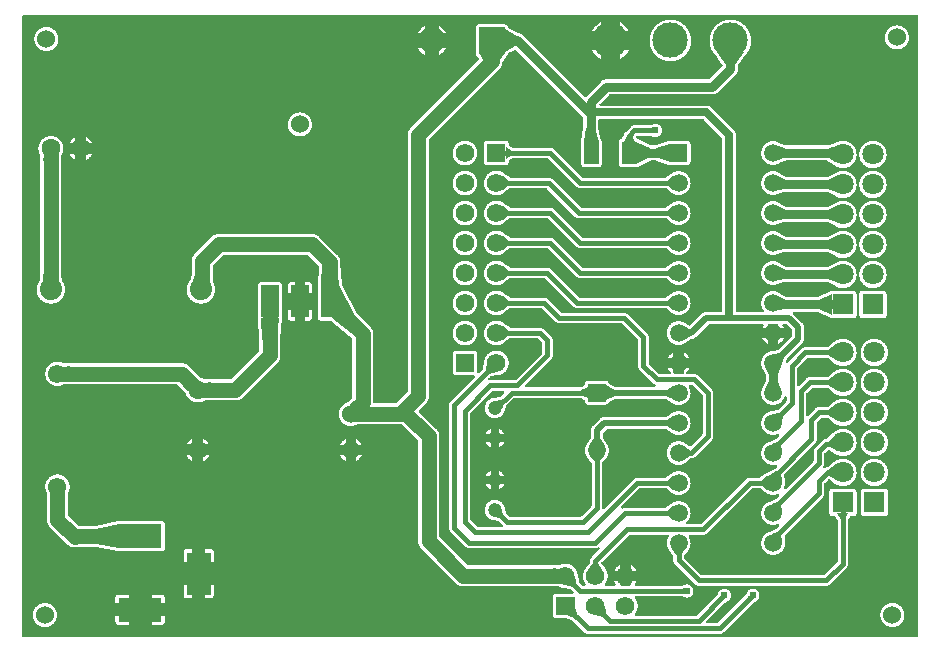
<source format=gtl>
G04 Layer: TopLayer*
G04 EasyEDA v6.4.7, 2020-09-27T19:17:12+06:30*
G04 5f9934904fa34247908da0985e5d9101,0cefe5c53dde44a4b7081b089a27013d,10*
G04 Gerber Generator version 0.2*
G04 Scale: 100 percent, Rotated: No, Reflected: No *
G04 Dimensions in millimeters *
G04 leading zeros omitted , absolute positions ,3 integer and 3 decimal *
%FSLAX33Y33*%
%MOMM*%
G90*
D02*

%ADD10C,0.381000*%
%ADD11C,0.635000*%
%ADD12C,0.508000*%
%ADD13C,0.762000*%
%ADD14C,1.270000*%
%ADD15C,0.609600*%
%ADD17C,1.524000*%
%ADD18R,1.574800X1.574800*%
%ADD19C,1.574800*%
%ADD20C,1.799996*%
%ADD21R,1.799996X1.799996*%
%ADD22C,2.999994*%
%ADD23C,1.599997*%
%ADD24C,1.879600*%
%ADD25R,2.199996X2.199996*%
%ADD26C,2.199996*%
%ADD27R,3.657600X2.032000*%
%ADD28R,2.032000X3.657600*%
%ADD29R,1.516380X2.730500*%
%ADD30C,1.549400*%
%ADD31R,1.499997X1.499997*%
%ADD32C,1.499997*%
%ADD33C,1.193800*%

%LPD*%
G36*
G01X75968Y52956D02*
G01X358Y52956D01*
G01X343Y52955D01*
G01X329Y52952D01*
G01X315Y52947D01*
G01X303Y52940D01*
G01X291Y52931D01*
G01X281Y52921D01*
G01X272Y52909D01*
G01X265Y52897D01*
G01X260Y52883D01*
G01X257Y52869D01*
G01X256Y52854D01*
G01X256Y358D01*
G01X257Y343D01*
G01X260Y329D01*
G01X265Y315D01*
G01X272Y303D01*
G01X281Y291D01*
G01X291Y281D01*
G01X303Y272D01*
G01X315Y265D01*
G01X329Y260D01*
G01X343Y257D01*
G01X358Y256D01*
G01X75968Y256D01*
G01X75983Y257D01*
G01X75997Y260D01*
G01X76011Y265D01*
G01X76023Y272D01*
G01X76035Y281D01*
G01X76045Y291D01*
G01X76054Y303D01*
G01X76061Y315D01*
G01X76066Y329D01*
G01X76069Y343D01*
G01X76070Y358D01*
G01X76070Y52854D01*
G01X76069Y52869D01*
G01X76066Y52883D01*
G01X76061Y52897D01*
G01X76054Y52909D01*
G01X76045Y52921D01*
G01X76035Y52931D01*
G01X76023Y52940D01*
G01X76011Y52947D01*
G01X75997Y52952D01*
G01X75983Y52955D01*
G01X75968Y52956D01*
G37*

%LPC*%
G36*
G01X60257Y52555D02*
G01X60198Y52556D01*
G01X60138Y52555D01*
G01X60078Y52552D01*
G01X60018Y52547D01*
G01X59958Y52540D01*
G01X59899Y52530D01*
G01X59840Y52519D01*
G01X59781Y52506D01*
G01X59724Y52491D01*
G01X59666Y52474D01*
G01X59609Y52455D01*
G01X59553Y52434D01*
G01X59497Y52410D01*
G01X59443Y52386D01*
G01X59389Y52359D01*
G01X59336Y52331D01*
G01X59285Y52300D01*
G01X59234Y52268D01*
G01X59185Y52235D01*
G01X59136Y52199D01*
G01X59089Y52162D01*
G01X59043Y52123D01*
G01X58999Y52083D01*
G01X58955Y52042D01*
G01X58914Y51998D01*
G01X58874Y51954D01*
G01X58835Y51908D01*
G01X58798Y51861D01*
G01X58762Y51812D01*
G01X58729Y51763D01*
G01X58697Y51712D01*
G01X58666Y51661D01*
G01X58638Y51608D01*
G01X58611Y51554D01*
G01X58587Y51500D01*
G01X58563Y51444D01*
G01X58542Y51388D01*
G01X58523Y51331D01*
G01X58506Y51273D01*
G01X58491Y51216D01*
G01X58478Y51157D01*
G01X58467Y51098D01*
G01X58457Y51039D01*
G01X58450Y50979D01*
G01X58445Y50919D01*
G01X58442Y50859D01*
G01X58441Y50800D01*
G01X58442Y50737D01*
G01X58445Y50675D01*
G01X58451Y50612D01*
G01X58459Y50550D01*
G01X58469Y50489D01*
G01X58481Y50427D01*
G01X58495Y50366D01*
G01X58512Y50306D01*
G01X58530Y50246D01*
G01X58551Y50187D01*
G01X58574Y50129D01*
G01X58599Y50072D01*
G01X58626Y50015D01*
G01X58655Y49960D01*
G01X58686Y49905D01*
G01X58718Y49852D01*
G01X58753Y49800D01*
G01X58789Y49749D01*
G01X58827Y49700D01*
G01X58868Y49652D01*
G01X58874Y49644D01*
G01X59521Y48731D01*
G01X59529Y48718D01*
G01X59535Y48703D01*
G01X59538Y48688D01*
G01X59540Y48672D01*
G01X59538Y48656D01*
G01X59535Y48641D01*
G01X59528Y48626D01*
G01X59520Y48613D01*
G01X59510Y48600D01*
G01X58439Y47530D01*
G01X58427Y47519D01*
G01X58413Y47511D01*
G01X58399Y47505D01*
G01X58383Y47501D01*
G01X58367Y47500D01*
G01X49657Y47500D01*
G01X49618Y47499D01*
G01X49580Y47495D01*
G01X49542Y47489D01*
G01X49504Y47482D01*
G01X49467Y47471D01*
G01X49430Y47458D01*
G01X49395Y47444D01*
G01X49360Y47427D01*
G01X49327Y47408D01*
G01X49294Y47387D01*
G01X49263Y47364D01*
G01X49234Y47340D01*
G01X49206Y47313D01*
G01X47945Y46053D01*
G01X47933Y46043D01*
G01X47920Y46034D01*
G01X47905Y46028D01*
G01X47889Y46024D01*
G01X47873Y46023D01*
G01X47858Y46024D01*
G01X47842Y46028D01*
G01X47827Y46034D01*
G01X47813Y46043D01*
G01X47802Y46053D01*
G01X42604Y51250D01*
G01X42577Y51276D01*
G01X42549Y51300D01*
G01X42519Y51322D01*
G01X42488Y51343D01*
G01X42455Y51361D01*
G01X42422Y51378D01*
G01X42388Y51392D01*
G01X42352Y51405D01*
G01X42317Y51416D01*
G01X42281Y51424D01*
G01X42244Y51430D01*
G01X42226Y51435D01*
G01X42210Y51442D01*
G01X41408Y51879D01*
G01X41395Y51887D01*
G01X41384Y51897D01*
G01X41374Y51908D01*
G01X41366Y51921D01*
G01X41360Y51934D01*
G01X41356Y51949D01*
G01X41351Y51971D01*
G01X41343Y51994D01*
G01X41333Y52016D01*
G01X41322Y52036D01*
G01X41309Y52055D01*
G01X41293Y52073D01*
G01X41277Y52090D01*
G01X41258Y52105D01*
G01X41239Y52118D01*
G01X41218Y52129D01*
G01X41197Y52139D01*
G01X41174Y52146D01*
G01X41152Y52152D01*
G01X41128Y52155D01*
G01X41104Y52156D01*
G01X38905Y52156D01*
G01X38881Y52155D01*
G01X38857Y52152D01*
G01X38834Y52146D01*
G01X38812Y52139D01*
G01X38790Y52129D01*
G01X38770Y52118D01*
G01X38750Y52104D01*
G01X38731Y52089D01*
G01X38715Y52073D01*
G01X38700Y52054D01*
G01X38686Y52034D01*
G01X38675Y52014D01*
G01X38665Y51992D01*
G01X38658Y51970D01*
G01X38652Y51947D01*
G01X38649Y51923D01*
G01X38648Y51899D01*
G01X38648Y49700D01*
G01X38649Y49673D01*
G01X38653Y49648D01*
G01X38660Y49622D01*
G01X38669Y49598D01*
G01X38680Y49575D01*
G01X38694Y49553D01*
G01X38694Y49552D01*
G01X38883Y49278D01*
G01X38890Y49265D01*
G01X38896Y49251D01*
G01X38899Y49235D01*
G01X38901Y49220D01*
G01X38899Y49204D01*
G01X38896Y49189D01*
G01X38889Y49174D01*
G01X38881Y49161D01*
G01X38871Y49149D01*
G01X33151Y43429D01*
G01X33121Y43397D01*
G01X33092Y43364D01*
G01X33065Y43329D01*
G01X33040Y43294D01*
G01X33017Y43257D01*
G01X32995Y43219D01*
G01X32976Y43180D01*
G01X32958Y43140D01*
G01X32942Y43099D01*
G01X32929Y43057D01*
G01X32917Y43015D01*
G01X32907Y42972D01*
G01X32900Y42930D01*
G01X32894Y42886D01*
G01X32891Y42842D01*
G01X32890Y42799D01*
G01X32890Y21112D01*
G01X32889Y21096D01*
G01X32885Y21080D01*
G01X32879Y21066D01*
G01X32871Y21052D01*
G01X32860Y21040D01*
G01X31918Y20098D01*
G01X31906Y20087D01*
G01X31892Y20079D01*
G01X31878Y20073D01*
G01X31862Y20069D01*
G01X31846Y20068D01*
G01X30075Y20068D01*
G01X30061Y20069D01*
G01X30047Y20072D01*
G01X30033Y20077D01*
G01X30020Y20084D01*
G01X30009Y20093D01*
G01X29998Y20103D01*
G01X29990Y20115D01*
G01X29983Y20127D01*
G01X29978Y20141D01*
G01X29975Y20155D01*
G01X29974Y20170D01*
G01X29974Y25908D01*
G01X29973Y25951D01*
G01X29970Y25995D01*
G01X29964Y26039D01*
G01X29957Y26081D01*
G01X29947Y26124D01*
G01X29935Y26166D01*
G01X29922Y26208D01*
G01X29906Y26249D01*
G01X29888Y26289D01*
G01X29869Y26328D01*
G01X29847Y26366D01*
G01X29824Y26403D01*
G01X29799Y26438D01*
G01X29772Y26473D01*
G01X29743Y26506D01*
G01X29713Y26538D01*
G01X28643Y27608D01*
G01X28633Y27619D01*
G01X28625Y27632D01*
G01X27309Y30119D01*
G01X27301Y30139D01*
G01X27298Y30160D01*
G01X27180Y31977D01*
G01X27180Y32004D01*
G01X27179Y32047D01*
G01X27176Y32091D01*
G01X27170Y32135D01*
G01X27163Y32177D01*
G01X27153Y32220D01*
G01X27141Y32262D01*
G01X27128Y32304D01*
G01X27112Y32345D01*
G01X27094Y32385D01*
G01X27075Y32424D01*
G01X27053Y32462D01*
G01X27030Y32499D01*
G01X27005Y32534D01*
G01X26978Y32569D01*
G01X26949Y32602D01*
G01X26919Y32634D01*
G01X25395Y34158D01*
G01X25363Y34188D01*
G01X25330Y34217D01*
G01X25295Y34244D01*
G01X25260Y34269D01*
G01X25223Y34292D01*
G01X25185Y34314D01*
G01X25146Y34333D01*
G01X25106Y34351D01*
G01X25065Y34367D01*
G01X25023Y34380D01*
G01X24981Y34392D01*
G01X24938Y34402D01*
G01X24896Y34409D01*
G01X24852Y34415D01*
G01X24808Y34418D01*
G01X24765Y34419D01*
G01X16891Y34419D01*
G01X16847Y34418D01*
G01X16803Y34415D01*
G01X16759Y34409D01*
G01X16717Y34402D01*
G01X16674Y34392D01*
G01X16632Y34380D01*
G01X16590Y34367D01*
G01X16549Y34351D01*
G01X16510Y34333D01*
G01X16470Y34314D01*
G01X16432Y34292D01*
G01X16395Y34269D01*
G01X16360Y34244D01*
G01X16325Y34217D01*
G01X16292Y34188D01*
G01X16260Y34158D01*
G01X14863Y32761D01*
G01X14833Y32729D01*
G01X14804Y32696D01*
G01X14777Y32661D01*
G01X14752Y32626D01*
G01X14729Y32589D01*
G01X14707Y32551D01*
G01X14688Y32512D01*
G01X14670Y32472D01*
G01X14654Y32431D01*
G01X14641Y32389D01*
G01X14629Y32347D01*
G01X14619Y32304D01*
G01X14612Y32262D01*
G01X14606Y32218D01*
G01X14603Y32174D01*
G01X14602Y32131D01*
G01X14602Y31090D01*
G01X14600Y31070D01*
G01X14496Y30560D01*
G01X14491Y30543D01*
G01X14483Y30527D01*
G01X14473Y30513D01*
G01X14439Y30474D01*
G01X14408Y30433D01*
G01X14378Y30392D01*
G01X14351Y30349D01*
G01X14324Y30305D01*
G01X14300Y30260D01*
G01X14278Y30214D01*
G01X14258Y30167D01*
G01X14240Y30119D01*
G01X14224Y30071D01*
G01X14209Y30021D01*
G01X14198Y29972D01*
G01X14187Y29921D01*
G01X14180Y29870D01*
G01X14175Y29820D01*
G01X14171Y29769D01*
G01X14170Y29718D01*
G01X14171Y29668D01*
G01X14174Y29619D01*
G01X14179Y29570D01*
G01X14186Y29520D01*
G01X14196Y29472D01*
G01X14207Y29424D01*
G01X14220Y29376D01*
G01X14235Y29329D01*
G01X14252Y29283D01*
G01X14271Y29237D01*
G01X14292Y29192D01*
G01X14314Y29148D01*
G01X14339Y29105D01*
G01X14365Y29063D01*
G01X14393Y29023D01*
G01X14423Y28983D01*
G01X14454Y28944D01*
G01X14486Y28907D01*
G01X14556Y28837D01*
G01X14593Y28805D01*
G01X14632Y28774D01*
G01X14672Y28744D01*
G01X14712Y28716D01*
G01X14754Y28690D01*
G01X14797Y28665D01*
G01X14841Y28643D01*
G01X14886Y28622D01*
G01X14932Y28603D01*
G01X14978Y28586D01*
G01X15025Y28571D01*
G01X15073Y28558D01*
G01X15121Y28547D01*
G01X15169Y28537D01*
G01X15219Y28530D01*
G01X15268Y28525D01*
G01X15317Y28522D01*
G01X15367Y28521D01*
G01X15416Y28522D01*
G01X15465Y28525D01*
G01X15514Y28530D01*
G01X15564Y28537D01*
G01X15612Y28547D01*
G01X15660Y28558D01*
G01X15708Y28571D01*
G01X15755Y28586D01*
G01X15801Y28603D01*
G01X15847Y28622D01*
G01X15892Y28643D01*
G01X15936Y28665D01*
G01X15979Y28690D01*
G01X16021Y28716D01*
G01X16061Y28744D01*
G01X16101Y28774D01*
G01X16140Y28805D01*
G01X16177Y28837D01*
G01X16247Y28907D01*
G01X16279Y28944D01*
G01X16310Y28983D01*
G01X16340Y29023D01*
G01X16368Y29063D01*
G01X16394Y29105D01*
G01X16419Y29148D01*
G01X16441Y29192D01*
G01X16462Y29237D01*
G01X16481Y29283D01*
G01X16498Y29329D01*
G01X16513Y29376D01*
G01X16526Y29424D01*
G01X16537Y29472D01*
G01X16547Y29520D01*
G01X16554Y29570D01*
G01X16559Y29619D01*
G01X16562Y29668D01*
G01X16563Y29718D01*
G01X16562Y29770D01*
G01X16558Y29823D01*
G01X16552Y29875D01*
G01X16545Y29927D01*
G01X16534Y29979D01*
G01X16521Y30030D01*
G01X16506Y30080D01*
G01X16489Y30130D01*
G01X16470Y30179D01*
G01X16449Y30227D01*
G01X16425Y30274D01*
G01X16400Y30320D01*
G01X16392Y30337D01*
G01X16388Y30354D01*
G01X16386Y30371D01*
G01X16385Y30928D01*
G01X16385Y31719D01*
G01X16386Y31735D01*
G01X16390Y31751D01*
G01X16396Y31765D01*
G01X16404Y31779D01*
G01X16415Y31791D01*
G01X17230Y32606D01*
G01X17242Y32617D01*
G01X17256Y32625D01*
G01X17270Y32631D01*
G01X17286Y32635D01*
G01X17302Y32636D01*
G01X24353Y32636D01*
G01X24369Y32635D01*
G01X24385Y32631D01*
G01X24399Y32625D01*
G01X24413Y32617D01*
G01X24425Y32606D01*
G01X25344Y31688D01*
G01X25354Y31676D01*
G01X25362Y31662D01*
G01X25368Y31647D01*
G01X25372Y31632D01*
G01X25373Y31616D01*
G01X25373Y31609D01*
G01X25275Y30088D01*
G01X25275Y30087D01*
G01X25274Y30066D01*
G01X25274Y27336D01*
G01X25275Y27313D01*
G01X25278Y27289D01*
G01X25284Y27266D01*
G01X25291Y27244D01*
G01X25300Y27222D01*
G01X25312Y27201D01*
G01X25326Y27182D01*
G01X25341Y27163D01*
G01X25357Y27147D01*
G01X25376Y27132D01*
G01X25395Y27118D01*
G01X25416Y27106D01*
G01X25438Y27097D01*
G01X25460Y27090D01*
G01X25483Y27084D01*
G01X25507Y27081D01*
G01X25531Y27079D01*
G01X26317Y27079D01*
G01X26334Y27078D01*
G01X26351Y27074D01*
G01X26367Y27067D01*
G01X26381Y27057D01*
G01X27923Y25806D01*
G01X28161Y25568D01*
G01X28172Y25556D01*
G01X28180Y25542D01*
G01X28186Y25528D01*
G01X28190Y25512D01*
G01X28191Y25496D01*
G01X28191Y20604D01*
G01X28190Y20588D01*
G01X28186Y20572D01*
G01X28180Y20558D01*
G01X28172Y20544D01*
G01X28161Y20532D01*
G01X27802Y20173D01*
G01X27790Y20163D01*
G01X27776Y20154D01*
G01X27761Y20148D01*
G01X27718Y20134D01*
G01X27674Y20117D01*
G01X27633Y20098D01*
G01X27591Y20077D01*
G01X27551Y20055D01*
G01X27512Y20031D01*
G01X27474Y20005D01*
G01X27437Y19977D01*
G01X27402Y19948D01*
G01X27367Y19917D01*
G01X27334Y19885D01*
G01X27303Y19851D01*
G01X27274Y19816D01*
G01X27246Y19779D01*
G01X27219Y19741D01*
G01X27194Y19702D01*
G01X27171Y19663D01*
G01X27151Y19622D01*
G01X27131Y19580D01*
G01X27114Y19537D01*
G01X27099Y19493D01*
G01X27085Y19449D01*
G01X27074Y19405D01*
G01X27065Y19360D01*
G01X27057Y19314D01*
G01X27052Y19268D01*
G01X27049Y19223D01*
G01X27048Y19177D01*
G01X27049Y19131D01*
G01X27052Y19085D01*
G01X27057Y19040D01*
G01X27064Y18995D01*
G01X27073Y18950D01*
G01X27085Y18906D01*
G01X27098Y18862D01*
G01X27113Y18818D01*
G01X27130Y18776D01*
G01X27149Y18735D01*
G01X27169Y18694D01*
G01X27192Y18654D01*
G01X27217Y18615D01*
G01X27243Y18578D01*
G01X27270Y18542D01*
G01X27299Y18506D01*
G01X27330Y18472D01*
G01X27362Y18440D01*
G01X27396Y18409D01*
G01X27432Y18380D01*
G01X27468Y18353D01*
G01X27505Y18327D01*
G01X27544Y18302D01*
G01X27584Y18279D01*
G01X27625Y18259D01*
G01X27666Y18240D01*
G01X27708Y18223D01*
G01X27752Y18208D01*
G01X27796Y18195D01*
G01X27840Y18183D01*
G01X27885Y18174D01*
G01X27930Y18167D01*
G01X27975Y18162D01*
G01X28021Y18159D01*
G01X28067Y18158D01*
G01X28115Y18159D01*
G01X28165Y18163D01*
G01X28213Y18169D01*
G01X28261Y18177D01*
G01X28309Y18187D01*
G01X28356Y18200D01*
G01X28403Y18215D01*
G01X28449Y18233D01*
G01X28494Y18252D01*
G01X28537Y18273D01*
G01X28553Y18280D01*
G01X28568Y18283D01*
G01X28585Y18285D01*
G01X32354Y18285D01*
G01X32370Y18284D01*
G01X32386Y18280D01*
G01X32400Y18274D01*
G01X32414Y18266D01*
G01X32426Y18255D01*
G01X33749Y16932D01*
G01X33760Y16920D01*
G01X33768Y16906D01*
G01X33774Y16892D01*
G01X33778Y16876D01*
G01X33779Y16860D01*
G01X33779Y8382D01*
G01X33780Y8338D01*
G01X33783Y8294D01*
G01X33789Y8250D01*
G01X33796Y8208D01*
G01X33806Y8165D01*
G01X33818Y8123D01*
G01X33831Y8081D01*
G01X33847Y8040D01*
G01X33865Y8001D01*
G01X33884Y7961D01*
G01X33906Y7923D01*
G01X33929Y7886D01*
G01X33954Y7851D01*
G01X33981Y7816D01*
G01X34010Y7783D01*
G01X34040Y7751D01*
G01X36961Y4830D01*
G01X36993Y4800D01*
G01X37026Y4771D01*
G01X37061Y4744D01*
G01X37096Y4719D01*
G01X37133Y4696D01*
G01X37171Y4674D01*
G01X37211Y4655D01*
G01X37250Y4637D01*
G01X37291Y4621D01*
G01X37333Y4608D01*
G01X37375Y4596D01*
G01X37418Y4586D01*
G01X37460Y4579D01*
G01X37504Y4573D01*
G01X37548Y4570D01*
G01X37592Y4569D01*
G01X45657Y4569D01*
G01X45674Y4567D01*
G01X45691Y4563D01*
G01X45707Y4555D01*
G01X45748Y4533D01*
G01X45789Y4513D01*
G01X45832Y4494D01*
G01X45875Y4478D01*
G01X45919Y4463D01*
G01X45963Y4451D01*
G01X46008Y4440D01*
G01X46053Y4431D01*
G01X46099Y4425D01*
G01X46145Y4420D01*
G01X46153Y4419D01*
G01X46696Y4333D01*
G01X46711Y4329D01*
G01X46726Y4323D01*
G01X46740Y4314D01*
G01X46752Y4304D01*
G01X46918Y4138D01*
G01X46928Y4126D01*
G01X46937Y4112D01*
G01X46943Y4098D01*
G01X46946Y4082D01*
G01X46948Y4066D01*
G01X46947Y4052D01*
G01X46944Y4038D01*
G01X46939Y4024D01*
G01X46932Y4011D01*
G01X46923Y3999D01*
G01X46913Y3989D01*
G01X46901Y3981D01*
G01X46888Y3974D01*
G01X46875Y3969D01*
G01X46860Y3965D01*
G01X46846Y3964D01*
G01X45440Y3964D01*
G01X45416Y3963D01*
G01X45393Y3960D01*
G01X45370Y3955D01*
G01X45348Y3947D01*
G01X45326Y3938D01*
G01X45305Y3926D01*
G01X45286Y3913D01*
G01X45267Y3897D01*
G01X45251Y3881D01*
G01X45235Y3862D01*
G01X45222Y3843D01*
G01X45210Y3822D01*
G01X45201Y3800D01*
G01X45193Y3778D01*
G01X45188Y3755D01*
G01X45185Y3732D01*
G01X45184Y3708D01*
G01X45184Y2133D01*
G01X45185Y2109D01*
G01X45188Y2086D01*
G01X45193Y2063D01*
G01X45201Y2041D01*
G01X45210Y2019D01*
G01X45222Y1998D01*
G01X45235Y1979D01*
G01X45251Y1960D01*
G01X45267Y1944D01*
G01X45286Y1928D01*
G01X45305Y1915D01*
G01X45326Y1903D01*
G01X45348Y1894D01*
G01X45370Y1886D01*
G01X45393Y1881D01*
G01X45416Y1878D01*
G01X45440Y1877D01*
G01X46283Y1877D01*
G01X46300Y1875D01*
G01X46315Y1871D01*
G01X46786Y1715D01*
G01X46801Y1708D01*
G01X46814Y1700D01*
G01X46826Y1690D01*
G01X47817Y700D01*
G01X47840Y678D01*
G01X47865Y658D01*
G01X47891Y640D01*
G01X47918Y623D01*
G01X47947Y609D01*
G01X47976Y596D01*
G01X48007Y587D01*
G01X48038Y579D01*
G01X48069Y573D01*
G01X48100Y569D01*
G01X48133Y568D01*
G01X59309Y568D01*
G01X59341Y569D01*
G01X59372Y573D01*
G01X59403Y579D01*
G01X59434Y587D01*
G01X59465Y596D01*
G01X59494Y609D01*
G01X59523Y623D01*
G01X59550Y640D01*
G01X59576Y658D01*
G01X59601Y678D01*
G01X59624Y700D01*
G01X62103Y3178D01*
G01X62117Y3189D01*
G01X62203Y3249D01*
G01X62219Y3258D01*
G01X62237Y3264D01*
G01X62269Y3274D01*
G01X62301Y3285D01*
G01X62333Y3297D01*
G01X62363Y3312D01*
G01X62393Y3329D01*
G01X62421Y3347D01*
G01X62448Y3368D01*
G01X62474Y3389D01*
G01X62499Y3412D01*
G01X62523Y3437D01*
G01X62544Y3463D01*
G01X62564Y3490D01*
G01X62583Y3519D01*
G01X62599Y3548D01*
G01X62615Y3579D01*
G01X62627Y3610D01*
G01X62638Y3642D01*
G01X62648Y3675D01*
G01X62655Y3708D01*
G01X62660Y3742D01*
G01X62663Y3775D01*
G01X62664Y3810D01*
G01X62663Y3844D01*
G01X62660Y3877D01*
G01X62655Y3911D01*
G01X62648Y3944D01*
G01X62638Y3977D01*
G01X62627Y4009D01*
G01X62615Y4040D01*
G01X62599Y4071D01*
G01X62583Y4100D01*
G01X62564Y4129D01*
G01X62544Y4155D01*
G01X62523Y4182D01*
G01X62475Y4230D01*
G01X62448Y4251D01*
G01X62422Y4271D01*
G01X62393Y4290D01*
G01X62364Y4306D01*
G01X62333Y4322D01*
G01X62302Y4334D01*
G01X62270Y4345D01*
G01X62237Y4355D01*
G01X62204Y4362D01*
G01X62170Y4367D01*
G01X62137Y4370D01*
G01X62103Y4371D01*
G01X62068Y4370D01*
G01X62035Y4367D01*
G01X62001Y4362D01*
G01X61968Y4355D01*
G01X61935Y4345D01*
G01X61903Y4334D01*
G01X61872Y4322D01*
G01X61841Y4306D01*
G01X61812Y4290D01*
G01X61783Y4271D01*
G01X61756Y4251D01*
G01X61730Y4230D01*
G01X61705Y4206D01*
G01X61682Y4181D01*
G01X61661Y4155D01*
G01X61640Y4128D01*
G01X61622Y4100D01*
G01X61605Y4070D01*
G01X61590Y4040D01*
G01X61578Y4008D01*
G01X61567Y3976D01*
G01X61557Y3944D01*
G01X61551Y3926D01*
G01X61542Y3910D01*
G01X61482Y3824D01*
G01X61471Y3810D01*
G01X59153Y1493D01*
G01X59141Y1482D01*
G01X59127Y1474D01*
G01X59112Y1468D01*
G01X59097Y1464D01*
G01X59081Y1463D01*
G01X58220Y1463D01*
G01X58206Y1464D01*
G01X58191Y1467D01*
G01X58178Y1472D01*
G01X58165Y1479D01*
G01X58153Y1487D01*
G01X58143Y1498D01*
G01X58135Y1509D01*
G01X58127Y1522D01*
G01X58122Y1536D01*
G01X58119Y1550D01*
G01X58118Y1564D01*
G01X58120Y1580D01*
G01X58123Y1596D01*
G01X58129Y1610D01*
G01X58138Y1624D01*
G01X58148Y1636D01*
G01X59690Y3178D01*
G01X59704Y3189D01*
G01X59790Y3249D01*
G01X59806Y3258D01*
G01X59824Y3264D01*
G01X59856Y3274D01*
G01X59888Y3285D01*
G01X59920Y3297D01*
G01X59950Y3312D01*
G01X59980Y3329D01*
G01X60008Y3347D01*
G01X60035Y3368D01*
G01X60061Y3389D01*
G01X60086Y3412D01*
G01X60110Y3437D01*
G01X60131Y3463D01*
G01X60151Y3490D01*
G01X60170Y3519D01*
G01X60186Y3548D01*
G01X60202Y3579D01*
G01X60214Y3610D01*
G01X60225Y3642D01*
G01X60235Y3675D01*
G01X60242Y3708D01*
G01X60247Y3742D01*
G01X60250Y3775D01*
G01X60251Y3810D01*
G01X60250Y3844D01*
G01X60247Y3877D01*
G01X60242Y3911D01*
G01X60235Y3944D01*
G01X60225Y3977D01*
G01X60214Y4009D01*
G01X60202Y4040D01*
G01X60186Y4071D01*
G01X60170Y4100D01*
G01X60151Y4129D01*
G01X60131Y4155D01*
G01X60110Y4182D01*
G01X60062Y4230D01*
G01X60035Y4251D01*
G01X60009Y4271D01*
G01X59980Y4290D01*
G01X59951Y4306D01*
G01X59920Y4322D01*
G01X59889Y4334D01*
G01X59857Y4345D01*
G01X59824Y4355D01*
G01X59791Y4362D01*
G01X59757Y4367D01*
G01X59724Y4370D01*
G01X59690Y4371D01*
G01X59655Y4370D01*
G01X59622Y4367D01*
G01X59588Y4362D01*
G01X59555Y4355D01*
G01X59522Y4345D01*
G01X59490Y4334D01*
G01X59459Y4322D01*
G01X59428Y4306D01*
G01X59399Y4290D01*
G01X59370Y4271D01*
G01X59343Y4251D01*
G01X59317Y4230D01*
G01X59292Y4206D01*
G01X59269Y4181D01*
G01X59248Y4155D01*
G01X59227Y4128D01*
G01X59209Y4100D01*
G01X59192Y4070D01*
G01X59177Y4040D01*
G01X59165Y4008D01*
G01X59154Y3976D01*
G01X59144Y3944D01*
G01X59138Y3926D01*
G01X59129Y3910D01*
G01X59069Y3824D01*
G01X59058Y3810D01*
G01X57375Y2128D01*
G01X57363Y2117D01*
G01X57349Y2109D01*
G01X57334Y2103D01*
G01X57319Y2099D01*
G01X57303Y2098D01*
G01X52198Y2098D01*
G01X52183Y2099D01*
G01X52169Y2102D01*
G01X52155Y2107D01*
G01X52143Y2114D01*
G01X52131Y2122D01*
G01X52121Y2133D01*
G01X52112Y2144D01*
G01X52105Y2157D01*
G01X52100Y2171D01*
G01X52097Y2185D01*
G01X52096Y2199D01*
G01X52097Y2216D01*
G01X52102Y2233D01*
G01X52109Y2249D01*
G01X52118Y2263D01*
G01X52147Y2301D01*
G01X52175Y2339D01*
G01X52200Y2379D01*
G01X52224Y2421D01*
G01X52246Y2463D01*
G01X52266Y2505D01*
G01X52283Y2550D01*
G01X52299Y2594D01*
G01X52313Y2640D01*
G01X52325Y2685D01*
G01X52334Y2732D01*
G01X52342Y2779D01*
G01X52347Y2826D01*
G01X52350Y2873D01*
G01X52351Y2921D01*
G01X52350Y2968D01*
G01X52347Y3015D01*
G01X52342Y3062D01*
G01X52334Y3109D01*
G01X52325Y3156D01*
G01X52313Y3201D01*
G01X52299Y3247D01*
G01X52283Y3291D01*
G01X52266Y3336D01*
G01X52246Y3378D01*
G01X52224Y3420D01*
G01X52200Y3462D01*
G01X52175Y3502D01*
G01X52147Y3540D01*
G01X52118Y3578D01*
G01X52109Y3592D01*
G01X52102Y3608D01*
G01X52097Y3625D01*
G01X52096Y3642D01*
G01X52097Y3656D01*
G01X52100Y3670D01*
G01X52105Y3684D01*
G01X52112Y3697D01*
G01X52121Y3708D01*
G01X52131Y3719D01*
G01X52143Y3727D01*
G01X52155Y3734D01*
G01X52169Y3739D01*
G01X52183Y3742D01*
G01X52198Y3743D01*
G01X56068Y3743D01*
G01X56086Y3742D01*
G01X56189Y3724D01*
G01X56207Y3719D01*
G01X56224Y3710D01*
G01X56253Y3694D01*
G01X56284Y3679D01*
G01X56315Y3666D01*
G01X56347Y3655D01*
G01X56380Y3645D01*
G01X56413Y3638D01*
G01X56447Y3633D01*
G01X56480Y3630D01*
G01X56515Y3629D01*
G01X56549Y3630D01*
G01X56582Y3633D01*
G01X56616Y3638D01*
G01X56649Y3645D01*
G01X56682Y3655D01*
G01X56714Y3666D01*
G01X56745Y3678D01*
G01X56776Y3694D01*
G01X56805Y3710D01*
G01X56834Y3729D01*
G01X56860Y3749D01*
G01X56887Y3770D01*
G01X56935Y3818D01*
G01X56956Y3845D01*
G01X56976Y3871D01*
G01X56995Y3900D01*
G01X57011Y3929D01*
G01X57027Y3960D01*
G01X57039Y3991D01*
G01X57050Y4023D01*
G01X57060Y4056D01*
G01X57067Y4089D01*
G01X57072Y4123D01*
G01X57075Y4156D01*
G01X57076Y4191D01*
G01X57075Y4225D01*
G01X57072Y4258D01*
G01X57067Y4292D01*
G01X57060Y4325D01*
G01X57050Y4358D01*
G01X57039Y4390D01*
G01X57027Y4421D01*
G01X57011Y4452D01*
G01X56995Y4481D01*
G01X56976Y4510D01*
G01X56956Y4536D01*
G01X56935Y4563D01*
G01X56887Y4611D01*
G01X56860Y4632D01*
G01X56834Y4652D01*
G01X56805Y4671D01*
G01X56776Y4687D01*
G01X56745Y4703D01*
G01X56714Y4715D01*
G01X56682Y4726D01*
G01X56649Y4736D01*
G01X56616Y4743D01*
G01X56582Y4748D01*
G01X56549Y4751D01*
G01X56515Y4752D01*
G01X56480Y4751D01*
G01X56447Y4748D01*
G01X56413Y4743D01*
G01X56380Y4736D01*
G01X56347Y4726D01*
G01X56315Y4715D01*
G01X56284Y4702D01*
G01X56253Y4687D01*
G01X56224Y4671D01*
G01X56207Y4662D01*
G01X56189Y4657D01*
G01X56086Y4639D01*
G01X56068Y4638D01*
G01X52198Y4638D01*
G01X52183Y4639D01*
G01X52169Y4642D01*
G01X52155Y4647D01*
G01X52143Y4654D01*
G01X52131Y4662D01*
G01X52121Y4673D01*
G01X52112Y4684D01*
G01X52105Y4697D01*
G01X52100Y4711D01*
G01X52097Y4725D01*
G01X52096Y4739D01*
G01X52097Y4756D01*
G01X52102Y4773D01*
G01X52109Y4789D01*
G01X52118Y4803D01*
G01X52148Y4841D01*
G01X52175Y4880D01*
G01X52201Y4920D01*
G01X52224Y4961D01*
G01X52246Y5003D01*
G01X51765Y5003D01*
G01X51765Y4739D01*
G01X51764Y4725D01*
G01X51761Y4711D01*
G01X51756Y4697D01*
G01X51748Y4684D01*
G01X51740Y4673D01*
G01X51730Y4662D01*
G01X51718Y4654D01*
G01X51705Y4647D01*
G01X51692Y4642D01*
G01X51677Y4639D01*
G01X51663Y4638D01*
G01X50952Y4638D01*
G01X50938Y4639D01*
G01X50923Y4642D01*
G01X50910Y4647D01*
G01X50897Y4654D01*
G01X50885Y4662D01*
G01X50875Y4673D01*
G01X50867Y4684D01*
G01X50859Y4697D01*
G01X50854Y4711D01*
G01X50851Y4725D01*
G01X50850Y4739D01*
G01X50850Y5003D01*
G01X50369Y5003D01*
G01X50391Y4961D01*
G01X50414Y4920D01*
G01X50440Y4880D01*
G01X50467Y4841D01*
G01X50497Y4803D01*
G01X50506Y4789D01*
G01X50513Y4773D01*
G01X50518Y4756D01*
G01X50519Y4739D01*
G01X50518Y4725D01*
G01X50515Y4711D01*
G01X50510Y4697D01*
G01X50503Y4684D01*
G01X50494Y4673D01*
G01X50484Y4662D01*
G01X50472Y4654D01*
G01X50460Y4647D01*
G01X50446Y4642D01*
G01X50432Y4639D01*
G01X50417Y4638D01*
G01X49658Y4638D01*
G01X49643Y4639D01*
G01X49629Y4642D01*
G01X49615Y4647D01*
G01X49603Y4654D01*
G01X49591Y4662D01*
G01X49581Y4673D01*
G01X49572Y4684D01*
G01X49565Y4697D01*
G01X49560Y4711D01*
G01X49557Y4725D01*
G01X49556Y4739D01*
G01X49557Y4756D01*
G01X49562Y4773D01*
G01X49569Y4789D01*
G01X49578Y4803D01*
G01X49607Y4841D01*
G01X49635Y4879D01*
G01X49660Y4919D01*
G01X49684Y4961D01*
G01X49706Y5003D01*
G01X49726Y5045D01*
G01X49743Y5090D01*
G01X49759Y5134D01*
G01X49773Y5180D01*
G01X49785Y5225D01*
G01X49794Y5272D01*
G01X49802Y5319D01*
G01X49807Y5366D01*
G01X49810Y5413D01*
G01X49811Y5461D01*
G01X49810Y5507D01*
G01X49807Y5552D01*
G01X49802Y5598D01*
G01X49795Y5644D01*
G01X49786Y5689D01*
G01X49775Y5734D01*
G01X49762Y5778D01*
G01X49747Y5822D01*
G01X49730Y5864D01*
G01X49711Y5907D01*
G01X49691Y5948D01*
G01X49668Y5988D01*
G01X49644Y6027D01*
G01X49618Y6066D01*
G01X49590Y6103D01*
G01X49562Y6138D01*
G01X49556Y6144D01*
G01X49295Y6505D01*
G01X49287Y6518D01*
G01X49281Y6533D01*
G01X49277Y6549D01*
G01X49276Y6564D01*
G01X49277Y6580D01*
G01X49281Y6596D01*
G01X49287Y6611D01*
G01X49295Y6624D01*
G01X49305Y6637D01*
G01X51590Y8920D01*
G01X51602Y8931D01*
G01X51616Y8939D01*
G01X51631Y8945D01*
G01X51646Y8949D01*
G01X51662Y8950D01*
G01X54881Y8950D01*
G01X54896Y8949D01*
G01X54910Y8946D01*
G01X54923Y8941D01*
G01X54936Y8934D01*
G01X54948Y8926D01*
G01X54958Y8915D01*
G01X54967Y8904D01*
G01X54974Y8891D01*
G01X54979Y8877D01*
G01X54982Y8863D01*
G01X54983Y8849D01*
G01X54982Y8835D01*
G01X54979Y8820D01*
G01X54974Y8807D01*
G01X54967Y8795D01*
G01X54942Y8754D01*
G01X54920Y8712D01*
G01X54900Y8669D01*
G01X54881Y8625D01*
G01X54865Y8581D01*
G01X54850Y8535D01*
G01X54838Y8490D01*
G01X54828Y8443D01*
G01X54820Y8396D01*
G01X54814Y8349D01*
G01X54811Y8302D01*
G01X54810Y8255D01*
G01X54811Y8207D01*
G01X54814Y8160D01*
G01X54820Y8113D01*
G01X54827Y8067D01*
G01X54838Y8020D01*
G01X54850Y7975D01*
G01X54864Y7930D01*
G01X54880Y7886D01*
G01X54899Y7842D01*
G01X54919Y7799D01*
G01X54941Y7758D01*
G01X54965Y7717D01*
G01X54992Y7678D01*
G01X55019Y7640D01*
G01X55049Y7603D01*
G01X55055Y7596D01*
G01X55350Y7179D01*
G01X55358Y7165D01*
G01X55364Y7151D01*
G01X55368Y7136D01*
G01X55369Y7120D01*
G01X55369Y6794D01*
G01X55370Y6762D01*
G01X55374Y6731D01*
G01X55379Y6699D01*
G01X55387Y6668D01*
G01X55397Y6638D01*
G01X55410Y6608D01*
G01X55424Y6580D01*
G01X55440Y6552D01*
G01X55458Y6526D01*
G01X55478Y6501D01*
G01X55500Y6478D01*
G01X57215Y4764D01*
G01X57238Y4742D01*
G01X57263Y4722D01*
G01X57289Y4704D01*
G01X57316Y4687D01*
G01X57345Y4673D01*
G01X57374Y4660D01*
G01X57405Y4651D01*
G01X57436Y4643D01*
G01X57467Y4637D01*
G01X57498Y4633D01*
G01X57531Y4632D01*
G01X68326Y4632D01*
G01X68358Y4633D01*
G01X68389Y4637D01*
G01X68420Y4643D01*
G01X68451Y4651D01*
G01X68482Y4660D01*
G01X68511Y4673D01*
G01X68540Y4687D01*
G01X68567Y4704D01*
G01X68593Y4722D01*
G01X68618Y4742D01*
G01X68641Y4764D01*
G01X70038Y6161D01*
G01X70060Y6184D01*
G01X70080Y6209D01*
G01X70098Y6235D01*
G01X70115Y6262D01*
G01X70129Y6291D01*
G01X70142Y6320D01*
G01X70151Y6351D01*
G01X70159Y6382D01*
G01X70165Y6413D01*
G01X70169Y6444D01*
G01X70170Y6477D01*
G01X70170Y10127D01*
G01X70171Y10143D01*
G01X70174Y10158D01*
G01X70180Y10173D01*
G01X70329Y10471D01*
G01X70338Y10485D01*
G01X70348Y10497D01*
G01X70360Y10507D01*
G01X70374Y10516D01*
G01X70388Y10522D01*
G01X70404Y10526D01*
G01X70420Y10527D01*
G01X70623Y10527D01*
G01X70646Y10528D01*
G01X70669Y10531D01*
G01X70693Y10537D01*
G01X70715Y10544D01*
G01X70737Y10554D01*
G01X70757Y10565D01*
G01X70777Y10579D01*
G01X70795Y10594D01*
G01X70812Y10611D01*
G01X70827Y10629D01*
G01X70841Y10649D01*
G01X70852Y10669D01*
G01X70862Y10691D01*
G01X70869Y10713D01*
G01X70875Y10737D01*
G01X70878Y10760D01*
G01X70879Y10783D01*
G01X70879Y12584D01*
G01X70878Y12607D01*
G01X70875Y12630D01*
G01X70869Y12654D01*
G01X70862Y12676D01*
G01X70852Y12698D01*
G01X70841Y12718D01*
G01X70827Y12738D01*
G01X70812Y12756D01*
G01X70795Y12773D01*
G01X70777Y12788D01*
G01X70757Y12802D01*
G01X70737Y12813D01*
G01X70715Y12823D01*
G01X70693Y12830D01*
G01X70669Y12836D01*
G01X70646Y12839D01*
G01X70623Y12840D01*
G01X68822Y12840D01*
G01X68799Y12839D01*
G01X68776Y12836D01*
G01X68752Y12830D01*
G01X68730Y12823D01*
G01X68708Y12813D01*
G01X68688Y12802D01*
G01X68668Y12788D01*
G01X68650Y12773D01*
G01X68633Y12756D01*
G01X68618Y12738D01*
G01X68604Y12718D01*
G01X68593Y12698D01*
G01X68583Y12676D01*
G01X68576Y12654D01*
G01X68570Y12630D01*
G01X68567Y12607D01*
G01X68566Y12584D01*
G01X68566Y10783D01*
G01X68567Y10760D01*
G01X68570Y10737D01*
G01X68576Y10713D01*
G01X68583Y10691D01*
G01X68593Y10669D01*
G01X68604Y10649D01*
G01X68618Y10629D01*
G01X68633Y10611D01*
G01X68650Y10594D01*
G01X68668Y10579D01*
G01X68688Y10565D01*
G01X68708Y10554D01*
G01X68730Y10544D01*
G01X68752Y10537D01*
G01X68776Y10531D01*
G01X68799Y10528D01*
G01X68822Y10527D01*
G01X69025Y10527D01*
G01X69041Y10526D01*
G01X69057Y10522D01*
G01X69071Y10516D01*
G01X69085Y10507D01*
G01X69097Y10497D01*
G01X69107Y10485D01*
G01X69116Y10471D01*
G01X69265Y10173D01*
G01X69271Y10158D01*
G01X69274Y10143D01*
G01X69275Y10127D01*
G01X69275Y6704D01*
G01X69274Y6688D01*
G01X69270Y6673D01*
G01X69264Y6658D01*
G01X69256Y6644D01*
G01X69245Y6632D01*
G01X68170Y5557D01*
G01X68158Y5546D01*
G01X68144Y5538D01*
G01X68129Y5532D01*
G01X68114Y5528D01*
G01X68098Y5527D01*
G01X57758Y5527D01*
G01X57742Y5528D01*
G01X57727Y5532D01*
G01X57712Y5538D01*
G01X57698Y5546D01*
G01X57686Y5557D01*
G01X56293Y6949D01*
G01X56282Y6962D01*
G01X56274Y6975D01*
G01X56268Y6990D01*
G01X56264Y7005D01*
G01X56263Y7021D01*
G01X56263Y7119D01*
G01X56264Y7134D01*
G01X56268Y7150D01*
G01X56274Y7164D01*
G01X56282Y7178D01*
G01X56579Y7596D01*
G01X56584Y7603D01*
G01X56614Y7640D01*
G01X56642Y7678D01*
G01X56667Y7717D01*
G01X56692Y7758D01*
G01X56714Y7799D01*
G01X56734Y7842D01*
G01X56753Y7885D01*
G01X56769Y7930D01*
G01X56783Y7975D01*
G01X56795Y8020D01*
G01X56806Y8067D01*
G01X56813Y8113D01*
G01X56819Y8160D01*
G01X56822Y8207D01*
G01X56823Y8255D01*
G01X56822Y8302D01*
G01X56819Y8349D01*
G01X56813Y8396D01*
G01X56805Y8443D01*
G01X56795Y8490D01*
G01X56783Y8535D01*
G01X56769Y8581D01*
G01X56752Y8625D01*
G01X56733Y8669D01*
G01X56713Y8712D01*
G01X56691Y8754D01*
G01X56666Y8795D01*
G01X56659Y8807D01*
G01X56654Y8820D01*
G01X56651Y8835D01*
G01X56650Y8849D01*
G01X56651Y8863D01*
G01X56654Y8877D01*
G01X56659Y8891D01*
G01X56666Y8904D01*
G01X56675Y8915D01*
G01X56685Y8926D01*
G01X56697Y8934D01*
G01X56710Y8941D01*
G01X56723Y8946D01*
G01X56738Y8949D01*
G01X56752Y8950D01*
G01X57912Y8950D01*
G01X57944Y8951D01*
G01X57975Y8955D01*
G01X58006Y8961D01*
G01X58037Y8969D01*
G01X58068Y8978D01*
G01X58097Y8991D01*
G01X58126Y9005D01*
G01X58153Y9022D01*
G01X58179Y9040D01*
G01X58204Y9060D01*
G01X58227Y9082D01*
G01X62004Y12857D01*
G01X62016Y12868D01*
G01X62030Y12876D01*
G01X62045Y12882D01*
G01X62060Y12886D01*
G01X62076Y12887D01*
G01X62682Y12887D01*
G01X62697Y12886D01*
G01X62712Y12883D01*
G01X62727Y12877D01*
G01X62740Y12869D01*
G01X63158Y12573D01*
G01X63165Y12567D01*
G01X63202Y12537D01*
G01X63240Y12510D01*
G01X63279Y12484D01*
G01X63320Y12459D01*
G01X63361Y12437D01*
G01X63404Y12417D01*
G01X63447Y12398D01*
G01X63492Y12382D01*
G01X63537Y12368D01*
G01X63582Y12356D01*
G01X63629Y12345D01*
G01X63675Y12338D01*
G01X63722Y12332D01*
G01X63769Y12329D01*
G01X63816Y12328D01*
G01X63866Y12329D01*
G01X63915Y12333D01*
G01X63964Y12339D01*
G01X64012Y12347D01*
G01X64060Y12358D01*
G01X64108Y12371D01*
G01X64154Y12387D01*
G01X64201Y12404D01*
G01X64219Y12410D01*
G01X64239Y12412D01*
G01X64254Y12411D01*
G01X64268Y12408D01*
G01X64281Y12403D01*
G01X64294Y12396D01*
G01X64306Y12387D01*
G01X64316Y12377D01*
G01X64325Y12365D01*
G01X64332Y12353D01*
G01X64337Y12339D01*
G01X64340Y12325D01*
G01X64341Y12310D01*
G01X64340Y12294D01*
G01X64336Y12279D01*
G01X64330Y12264D01*
G01X64321Y12250D01*
G01X64311Y12238D01*
G01X64066Y11993D01*
G01X64051Y11981D01*
G01X64033Y11971D01*
G01X63524Y11758D01*
G01X63515Y11755D01*
G01X63472Y11740D01*
G01X63430Y11724D01*
G01X63388Y11705D01*
G01X63348Y11685D01*
G01X63307Y11663D01*
G01X63269Y11639D01*
G01X63231Y11613D01*
G01X63195Y11586D01*
G01X63160Y11557D01*
G01X63126Y11527D01*
G01X63093Y11495D01*
G01X63063Y11461D01*
G01X63033Y11426D01*
G01X63005Y11390D01*
G01X62979Y11353D01*
G01X62955Y11315D01*
G01X62932Y11275D01*
G01X62911Y11234D01*
G01X62892Y11193D01*
G01X62875Y11151D01*
G01X62860Y11108D01*
G01X62847Y11064D01*
G01X62836Y11020D01*
G01X62826Y10976D01*
G01X62819Y10931D01*
G01X62814Y10885D01*
G01X62811Y10840D01*
G01X62810Y10795D01*
G01X62811Y10748D01*
G01X62814Y10702D01*
G01X62820Y10655D01*
G01X62827Y10610D01*
G01X62837Y10564D01*
G01X62848Y10519D01*
G01X62862Y10474D01*
G01X62878Y10431D01*
G01X62895Y10388D01*
G01X62915Y10346D01*
G01X62937Y10305D01*
G01X62961Y10265D01*
G01X62986Y10226D01*
G01X63013Y10188D01*
G01X63042Y10151D01*
G01X63073Y10116D01*
G01X63105Y10083D01*
G01X63138Y10051D01*
G01X63173Y10020D01*
G01X63210Y9991D01*
G01X63248Y9964D01*
G01X63287Y9939D01*
G01X63327Y9915D01*
G01X63368Y9893D01*
G01X63410Y9873D01*
G01X63453Y9856D01*
G01X63496Y9840D01*
G01X63541Y9826D01*
G01X63586Y9815D01*
G01X63632Y9805D01*
G01X63677Y9798D01*
G01X63724Y9792D01*
G01X63770Y9789D01*
G01X63816Y9788D01*
G01X63866Y9789D01*
G01X63915Y9793D01*
G01X63964Y9799D01*
G01X64012Y9807D01*
G01X64060Y9818D01*
G01X64108Y9831D01*
G01X64154Y9847D01*
G01X64201Y9864D01*
G01X64219Y9870D01*
G01X64239Y9872D01*
G01X64254Y9871D01*
G01X64268Y9868D01*
G01X64281Y9863D01*
G01X64294Y9856D01*
G01X64306Y9847D01*
G01X64316Y9837D01*
G01X64325Y9825D01*
G01X64332Y9813D01*
G01X64337Y9799D01*
G01X64340Y9785D01*
G01X64341Y9770D01*
G01X64340Y9754D01*
G01X64336Y9739D01*
G01X64330Y9724D01*
G01X64321Y9710D01*
G01X64311Y9698D01*
G01X64066Y9453D01*
G01X64051Y9441D01*
G01X64033Y9431D01*
G01X63524Y9218D01*
G01X63515Y9215D01*
G01X63472Y9200D01*
G01X63430Y9184D01*
G01X63388Y9165D01*
G01X63348Y9145D01*
G01X63307Y9123D01*
G01X63269Y9099D01*
G01X63231Y9073D01*
G01X63195Y9046D01*
G01X63160Y9017D01*
G01X63126Y8987D01*
G01X63093Y8955D01*
G01X63063Y8921D01*
G01X63033Y8886D01*
G01X63005Y8850D01*
G01X62979Y8813D01*
G01X62955Y8775D01*
G01X62932Y8735D01*
G01X62911Y8694D01*
G01X62892Y8653D01*
G01X62875Y8611D01*
G01X62860Y8568D01*
G01X62847Y8524D01*
G01X62836Y8480D01*
G01X62826Y8436D01*
G01X62819Y8391D01*
G01X62814Y8345D01*
G01X62811Y8300D01*
G01X62810Y8255D01*
G01X62811Y8208D01*
G01X62814Y8162D01*
G01X62820Y8115D01*
G01X62827Y8070D01*
G01X62837Y8024D01*
G01X62848Y7979D01*
G01X62862Y7934D01*
G01X62878Y7891D01*
G01X62895Y7848D01*
G01X62915Y7806D01*
G01X62937Y7765D01*
G01X62961Y7725D01*
G01X62986Y7686D01*
G01X63013Y7648D01*
G01X63042Y7611D01*
G01X63073Y7576D01*
G01X63105Y7543D01*
G01X63138Y7511D01*
G01X63173Y7480D01*
G01X63210Y7451D01*
G01X63248Y7424D01*
G01X63287Y7399D01*
G01X63327Y7375D01*
G01X63368Y7353D01*
G01X63410Y7333D01*
G01X63453Y7316D01*
G01X63496Y7300D01*
G01X63541Y7286D01*
G01X63586Y7275D01*
G01X63632Y7265D01*
G01X63677Y7258D01*
G01X63724Y7252D01*
G01X63770Y7249D01*
G01X63816Y7248D01*
G01X63863Y7249D01*
G01X63909Y7252D01*
G01X63956Y7258D01*
G01X64001Y7265D01*
G01X64047Y7275D01*
G01X64092Y7286D01*
G01X64137Y7300D01*
G01X64180Y7316D01*
G01X64223Y7333D01*
G01X64265Y7353D01*
G01X64306Y7375D01*
G01X64346Y7399D01*
G01X64385Y7424D01*
G01X64423Y7451D01*
G01X64460Y7480D01*
G01X64495Y7511D01*
G01X64528Y7543D01*
G01X64560Y7576D01*
G01X64591Y7611D01*
G01X64620Y7648D01*
G01X64647Y7686D01*
G01X64672Y7725D01*
G01X64696Y7765D01*
G01X64718Y7806D01*
G01X64737Y7848D01*
G01X64755Y7891D01*
G01X64771Y7934D01*
G01X64785Y7979D01*
G01X64796Y8024D01*
G01X64806Y8070D01*
G01X64813Y8115D01*
G01X64819Y8162D01*
G01X64822Y8208D01*
G01X64823Y8255D01*
G01X64822Y8301D01*
G01X64819Y8347D01*
G01X64813Y8394D01*
G01X64813Y8403D01*
G01X64791Y8867D01*
G01X64791Y8872D01*
G01X64792Y8887D01*
G01X64796Y8903D01*
G01X64802Y8918D01*
G01X64810Y8931D01*
G01X64821Y8943D01*
G01X68006Y12130D01*
G01X68028Y12153D01*
G01X68048Y12178D01*
G01X68066Y12204D01*
G01X68083Y12231D01*
G01X68097Y12260D01*
G01X68110Y12289D01*
G01X68119Y12320D01*
G01X68127Y12351D01*
G01X68133Y12382D01*
G01X68137Y12413D01*
G01X68138Y12446D01*
G01X68138Y13234D01*
G01X68139Y13250D01*
G01X68143Y13265D01*
G01X68149Y13280D01*
G01X68157Y13294D01*
G01X68168Y13306D01*
G01X68475Y13614D01*
G01X68488Y13625D01*
G01X68501Y13633D01*
G01X68516Y13639D01*
G01X68532Y13643D01*
G01X68547Y13644D01*
G01X68564Y13643D01*
G01X68580Y13639D01*
G01X68595Y13632D01*
G01X68609Y13623D01*
G01X68962Y13352D01*
G01X68967Y13348D01*
G01X69006Y13316D01*
G01X69047Y13285D01*
G01X69090Y13255D01*
G01X69134Y13228D01*
G01X69178Y13203D01*
G01X69224Y13180D01*
G01X69271Y13159D01*
G01X69319Y13139D01*
G01X69368Y13123D01*
G01X69417Y13108D01*
G01X69467Y13096D01*
G01X69518Y13085D01*
G01X69569Y13077D01*
G01X69620Y13071D01*
G01X69671Y13068D01*
G01X69723Y13067D01*
G01X69772Y13068D01*
G01X69821Y13071D01*
G01X69869Y13076D01*
G01X69918Y13084D01*
G01X69966Y13093D01*
G01X70014Y13104D01*
G01X70061Y13118D01*
G01X70108Y13133D01*
G01X70154Y13151D01*
G01X70199Y13169D01*
G01X70243Y13191D01*
G01X70286Y13214D01*
G01X70329Y13238D01*
G01X70370Y13265D01*
G01X70410Y13294D01*
G01X70449Y13324D01*
G01X70487Y13355D01*
G01X70523Y13388D01*
G01X70558Y13423D01*
G01X70591Y13459D01*
G01X70622Y13497D01*
G01X70652Y13536D01*
G01X70681Y13576D01*
G01X70708Y13617D01*
G01X70732Y13660D01*
G01X70755Y13703D01*
G01X70777Y13747D01*
G01X70795Y13792D01*
G01X70813Y13838D01*
G01X70828Y13885D01*
G01X70842Y13932D01*
G01X70853Y13980D01*
G01X70862Y14028D01*
G01X70870Y14077D01*
G01X70875Y14125D01*
G01X70878Y14174D01*
G01X70879Y14224D01*
G01X70878Y14273D01*
G01X70875Y14322D01*
G01X70870Y14370D01*
G01X70862Y14419D01*
G01X70853Y14467D01*
G01X70842Y14515D01*
G01X70828Y14562D01*
G01X70813Y14609D01*
G01X70795Y14655D01*
G01X70777Y14700D01*
G01X70755Y14744D01*
G01X70732Y14787D01*
G01X70708Y14830D01*
G01X70681Y14871D01*
G01X70652Y14911D01*
G01X70622Y14950D01*
G01X70591Y14988D01*
G01X70558Y15024D01*
G01X70523Y15059D01*
G01X70487Y15092D01*
G01X70449Y15123D01*
G01X70410Y15153D01*
G01X70370Y15182D01*
G01X70329Y15209D01*
G01X70286Y15233D01*
G01X70243Y15256D01*
G01X70199Y15278D01*
G01X70154Y15296D01*
G01X70108Y15314D01*
G01X70061Y15329D01*
G01X70014Y15343D01*
G01X69966Y15354D01*
G01X69918Y15363D01*
G01X69869Y15371D01*
G01X69821Y15376D01*
G01X69772Y15379D01*
G01X69723Y15380D01*
G01X69671Y15379D01*
G01X69620Y15376D01*
G01X69569Y15370D01*
G01X69518Y15362D01*
G01X69467Y15351D01*
G01X69417Y15339D01*
G01X69368Y15324D01*
G01X69319Y15308D01*
G01X69271Y15288D01*
G01X69224Y15267D01*
G01X69178Y15244D01*
G01X69134Y15219D01*
G01X69090Y15192D01*
G01X69047Y15162D01*
G01X69006Y15131D01*
G01X68967Y15099D01*
G01X68962Y15095D01*
G01X68429Y14685D01*
G01X68414Y14676D01*
G01X68399Y14669D01*
G01X68382Y14665D01*
G01X68350Y14659D01*
G01X68319Y14650D01*
G01X68288Y14639D01*
G01X68258Y14626D01*
G01X68229Y14611D01*
G01X68202Y14593D01*
G01X68188Y14586D01*
G01X68175Y14581D01*
G01X68160Y14577D01*
G01X68145Y14576D01*
G01X68130Y14577D01*
G01X68116Y14580D01*
G01X68102Y14585D01*
G01X68090Y14592D01*
G01X68078Y14601D01*
G01X68068Y14611D01*
G01X68059Y14623D01*
G01X68052Y14635D01*
G01X68047Y14649D01*
G01X68044Y14663D01*
G01X68043Y14678D01*
G01X68044Y14693D01*
G01X68048Y14708D01*
G01X68053Y14721D01*
G01X68060Y14735D01*
G01X68078Y14763D01*
G01X68094Y14792D01*
G01X68107Y14823D01*
G01X68118Y14854D01*
G01X68126Y14886D01*
G01X68132Y14919D01*
G01X68137Y14952D01*
G01X68138Y14986D01*
G01X68138Y15774D01*
G01X68139Y15790D01*
G01X68143Y15805D01*
G01X68149Y15820D01*
G01X68157Y15834D01*
G01X68168Y15846D01*
G01X68431Y16110D01*
G01X68443Y16120D01*
G01X68457Y16129D01*
G01X68472Y16135D01*
G01X68487Y16139D01*
G01X68503Y16140D01*
G01X68522Y16138D01*
G01X68540Y16133D01*
G01X68556Y16125D01*
G01X69057Y15818D01*
G01X69062Y15815D01*
G01X69103Y15787D01*
G01X69146Y15761D01*
G01X69191Y15737D01*
G01X69236Y15714D01*
G01X69282Y15694D01*
G01X69328Y15676D01*
G01X69376Y15660D01*
G01X69424Y15646D01*
G01X69473Y15634D01*
G01X69522Y15625D01*
G01X69572Y15617D01*
G01X69622Y15611D01*
G01X69672Y15608D01*
G01X69723Y15607D01*
G01X69772Y15608D01*
G01X69821Y15611D01*
G01X69869Y15616D01*
G01X69918Y15624D01*
G01X69966Y15633D01*
G01X70014Y15644D01*
G01X70061Y15658D01*
G01X70108Y15673D01*
G01X70154Y15691D01*
G01X70199Y15709D01*
G01X70243Y15731D01*
G01X70286Y15754D01*
G01X70329Y15778D01*
G01X70370Y15805D01*
G01X70410Y15834D01*
G01X70449Y15864D01*
G01X70487Y15895D01*
G01X70523Y15928D01*
G01X70558Y15963D01*
G01X70591Y15999D01*
G01X70622Y16037D01*
G01X70652Y16076D01*
G01X70681Y16116D01*
G01X70708Y16157D01*
G01X70732Y16200D01*
G01X70755Y16243D01*
G01X70777Y16287D01*
G01X70795Y16332D01*
G01X70813Y16378D01*
G01X70828Y16425D01*
G01X70842Y16472D01*
G01X70853Y16520D01*
G01X70862Y16568D01*
G01X70870Y16617D01*
G01X70875Y16665D01*
G01X70878Y16714D01*
G01X70879Y16764D01*
G01X70878Y16813D01*
G01X70875Y16862D01*
G01X70870Y16910D01*
G01X70862Y16959D01*
G01X70853Y17007D01*
G01X70842Y17055D01*
G01X70828Y17102D01*
G01X70813Y17149D01*
G01X70795Y17195D01*
G01X70777Y17240D01*
G01X70755Y17284D01*
G01X70732Y17327D01*
G01X70708Y17370D01*
G01X70681Y17411D01*
G01X70652Y17451D01*
G01X70622Y17490D01*
G01X70591Y17528D01*
G01X70558Y17564D01*
G01X70523Y17599D01*
G01X70487Y17632D01*
G01X70449Y17663D01*
G01X70410Y17693D01*
G01X70370Y17722D01*
G01X70329Y17749D01*
G01X70286Y17773D01*
G01X70243Y17796D01*
G01X70199Y17818D01*
G01X70154Y17836D01*
G01X70108Y17854D01*
G01X70061Y17869D01*
G01X70014Y17883D01*
G01X69966Y17894D01*
G01X69918Y17903D01*
G01X69869Y17911D01*
G01X69821Y17916D01*
G01X69772Y17919D01*
G01X69723Y17920D01*
G01X69673Y17919D01*
G01X69623Y17916D01*
G01X69574Y17911D01*
G01X69525Y17903D01*
G01X69476Y17893D01*
G01X69428Y17882D01*
G01X69380Y17868D01*
G01X69333Y17853D01*
G01X69287Y17835D01*
G01X69241Y17815D01*
G01X69196Y17793D01*
G01X69153Y17770D01*
G01X69110Y17744D01*
G01X69068Y17717D01*
G01X69028Y17688D01*
G01X68989Y17658D01*
G01X68951Y17625D01*
G01X68915Y17591D01*
G01X68876Y17552D01*
G01X68411Y17111D01*
G01X68399Y17102D01*
G01X68386Y17094D01*
G01X68372Y17088D01*
G01X68356Y17085D01*
G01X68341Y17084D01*
G01X68326Y17084D01*
G01X68293Y17083D01*
G01X68262Y17079D01*
G01X68231Y17073D01*
G01X68200Y17065D01*
G01X68169Y17056D01*
G01X68140Y17043D01*
G01X68111Y17029D01*
G01X68084Y17012D01*
G01X68058Y16994D01*
G01X68033Y16974D01*
G01X68010Y16952D01*
G01X67375Y16317D01*
G01X67353Y16294D01*
G01X67333Y16269D01*
G01X67315Y16243D01*
G01X67298Y16216D01*
G01X67284Y16187D01*
G01X67271Y16158D01*
G01X67262Y16127D01*
G01X67254Y16096D01*
G01X67248Y16065D01*
G01X67244Y16034D01*
G01X67243Y16002D01*
G01X67243Y15213D01*
G01X67242Y15197D01*
G01X67238Y15182D01*
G01X67232Y15167D01*
G01X67224Y15153D01*
G01X67213Y15141D01*
G01X64913Y12840D01*
G01X64901Y12830D01*
G01X64887Y12821D01*
G01X64872Y12815D01*
G01X64857Y12811D01*
G01X64841Y12810D01*
G01X64826Y12811D01*
G01X64812Y12814D01*
G01X64798Y12819D01*
G01X64786Y12826D01*
G01X64774Y12835D01*
G01X64764Y12845D01*
G01X64755Y12857D01*
G01X64748Y12870D01*
G01X64743Y12883D01*
G01X64740Y12897D01*
G01X64739Y12912D01*
G01X64741Y12932D01*
G01X64747Y12950D01*
G01X64764Y12997D01*
G01X64780Y13043D01*
G01X64793Y13091D01*
G01X64804Y13139D01*
G01X64812Y13187D01*
G01X64818Y13236D01*
G01X64822Y13285D01*
G01X64823Y13335D01*
G01X64822Y13381D01*
G01X64819Y13426D01*
G01X64814Y13472D01*
G01X64806Y13518D01*
G01X64797Y13563D01*
G01X64795Y13572D01*
G01X64737Y14011D01*
G01X64736Y14024D01*
G01X64737Y14040D01*
G01X64742Y14055D01*
G01X64748Y14070D01*
G01X64756Y14084D01*
G01X64766Y14096D01*
G01X67371Y16702D01*
G01X67393Y16725D01*
G01X67413Y16750D01*
G01X67431Y16776D01*
G01X67448Y16803D01*
G01X67462Y16832D01*
G01X67475Y16861D01*
G01X67484Y16892D01*
G01X67492Y16923D01*
G01X67498Y16954D01*
G01X67502Y16985D01*
G01X67503Y17018D01*
G01X67503Y18441D01*
G01X67504Y18457D01*
G01X67508Y18472D01*
G01X67514Y18487D01*
G01X67522Y18501D01*
G01X67533Y18513D01*
G01X67846Y18826D01*
G01X67858Y18837D01*
G01X67872Y18845D01*
G01X67887Y18851D01*
G01X67902Y18855D01*
G01X67918Y18856D01*
G01X68375Y18856D01*
G01X68392Y18855D01*
G01X68408Y18851D01*
G01X68424Y18844D01*
G01X68437Y18836D01*
G01X68962Y18432D01*
G01X68967Y18428D01*
G01X69006Y18396D01*
G01X69047Y18365D01*
G01X69090Y18335D01*
G01X69134Y18308D01*
G01X69178Y18283D01*
G01X69224Y18260D01*
G01X69271Y18239D01*
G01X69319Y18219D01*
G01X69368Y18203D01*
G01X69417Y18188D01*
G01X69467Y18176D01*
G01X69518Y18165D01*
G01X69569Y18157D01*
G01X69620Y18151D01*
G01X69671Y18148D01*
G01X69723Y18147D01*
G01X69772Y18148D01*
G01X69821Y18151D01*
G01X69869Y18156D01*
G01X69918Y18164D01*
G01X69966Y18173D01*
G01X70014Y18184D01*
G01X70061Y18198D01*
G01X70108Y18213D01*
G01X70154Y18231D01*
G01X70199Y18249D01*
G01X70243Y18271D01*
G01X70286Y18294D01*
G01X70329Y18318D01*
G01X70370Y18345D01*
G01X70410Y18374D01*
G01X70449Y18404D01*
G01X70487Y18435D01*
G01X70523Y18468D01*
G01X70558Y18503D01*
G01X70591Y18539D01*
G01X70622Y18577D01*
G01X70652Y18616D01*
G01X70681Y18656D01*
G01X70708Y18697D01*
G01X70732Y18740D01*
G01X70755Y18783D01*
G01X70777Y18827D01*
G01X70795Y18872D01*
G01X70813Y18918D01*
G01X70828Y18965D01*
G01X70842Y19012D01*
G01X70853Y19060D01*
G01X70862Y19108D01*
G01X70870Y19157D01*
G01X70875Y19205D01*
G01X70878Y19254D01*
G01X70879Y19304D01*
G01X70878Y19353D01*
G01X70875Y19402D01*
G01X70870Y19450D01*
G01X70862Y19499D01*
G01X70853Y19547D01*
G01X70842Y19595D01*
G01X70828Y19642D01*
G01X70813Y19689D01*
G01X70795Y19735D01*
G01X70777Y19780D01*
G01X70755Y19824D01*
G01X70732Y19867D01*
G01X70708Y19910D01*
G01X70681Y19951D01*
G01X70652Y19991D01*
G01X70622Y20030D01*
G01X70591Y20068D01*
G01X70558Y20104D01*
G01X70523Y20139D01*
G01X70487Y20172D01*
G01X70449Y20203D01*
G01X70410Y20233D01*
G01X70370Y20262D01*
G01X70329Y20289D01*
G01X70286Y20313D01*
G01X70243Y20336D01*
G01X70199Y20358D01*
G01X70154Y20376D01*
G01X70108Y20394D01*
G01X70061Y20409D01*
G01X70014Y20423D01*
G01X69966Y20434D01*
G01X69918Y20443D01*
G01X69869Y20451D01*
G01X69821Y20456D01*
G01X69772Y20459D01*
G01X69723Y20460D01*
G01X69671Y20459D01*
G01X69620Y20456D01*
G01X69569Y20450D01*
G01X69518Y20442D01*
G01X69467Y20431D01*
G01X69417Y20419D01*
G01X69368Y20404D01*
G01X69319Y20388D01*
G01X69271Y20368D01*
G01X69224Y20347D01*
G01X69178Y20324D01*
G01X69134Y20299D01*
G01X69090Y20272D01*
G01X69047Y20242D01*
G01X69006Y20211D01*
G01X68967Y20179D01*
G01X68962Y20175D01*
G01X68437Y19771D01*
G01X68424Y19763D01*
G01X68408Y19756D01*
G01X68392Y19752D01*
G01X68375Y19751D01*
G01X67691Y19751D01*
G01X67658Y19750D01*
G01X67627Y19746D01*
G01X67596Y19740D01*
G01X67565Y19732D01*
G01X67534Y19723D01*
G01X67505Y19710D01*
G01X67476Y19696D01*
G01X67449Y19679D01*
G01X67423Y19661D01*
G01X67398Y19641D01*
G01X67375Y19619D01*
G01X66787Y19032D01*
G01X66775Y19022D01*
G01X66761Y19013D01*
G01X66747Y19007D01*
G01X66731Y19004D01*
G01X66715Y19002D01*
G01X66701Y19003D01*
G01X66687Y19006D01*
G01X66673Y19011D01*
G01X66660Y19019D01*
G01X66649Y19027D01*
G01X66638Y19037D01*
G01X66630Y19049D01*
G01X66623Y19062D01*
G01X66618Y19075D01*
G01X66615Y19090D01*
G01X66614Y19104D01*
G01X66614Y20854D01*
G01X66615Y20870D01*
G01X66619Y20885D01*
G01X66625Y20900D01*
G01X66633Y20914D01*
G01X66644Y20926D01*
G01X67084Y21366D01*
G01X67096Y21377D01*
G01X67110Y21385D01*
G01X67125Y21391D01*
G01X67140Y21395D01*
G01X67156Y21396D01*
G01X68375Y21396D01*
G01X68392Y21395D01*
G01X68408Y21391D01*
G01X68424Y21384D01*
G01X68437Y21376D01*
G01X68962Y20972D01*
G01X68967Y20968D01*
G01X69006Y20936D01*
G01X69047Y20905D01*
G01X69090Y20875D01*
G01X69134Y20848D01*
G01X69178Y20823D01*
G01X69224Y20800D01*
G01X69271Y20779D01*
G01X69319Y20759D01*
G01X69368Y20743D01*
G01X69417Y20728D01*
G01X69467Y20716D01*
G01X69518Y20705D01*
G01X69569Y20697D01*
G01X69620Y20691D01*
G01X69671Y20688D01*
G01X69723Y20687D01*
G01X69772Y20688D01*
G01X69821Y20691D01*
G01X69869Y20696D01*
G01X69918Y20704D01*
G01X69966Y20713D01*
G01X70014Y20724D01*
G01X70061Y20738D01*
G01X70108Y20753D01*
G01X70154Y20771D01*
G01X70199Y20789D01*
G01X70243Y20811D01*
G01X70286Y20834D01*
G01X70329Y20858D01*
G01X70370Y20885D01*
G01X70410Y20914D01*
G01X70449Y20944D01*
G01X70487Y20975D01*
G01X70523Y21008D01*
G01X70558Y21043D01*
G01X70591Y21079D01*
G01X70622Y21117D01*
G01X70652Y21156D01*
G01X70681Y21196D01*
G01X70708Y21237D01*
G01X70732Y21280D01*
G01X70755Y21323D01*
G01X70777Y21367D01*
G01X70795Y21412D01*
G01X70813Y21458D01*
G01X70828Y21505D01*
G01X70842Y21552D01*
G01X70853Y21600D01*
G01X70862Y21648D01*
G01X70870Y21697D01*
G01X70875Y21745D01*
G01X70878Y21794D01*
G01X70879Y21844D01*
G01X70878Y21893D01*
G01X70875Y21942D01*
G01X70870Y21990D01*
G01X70862Y22039D01*
G01X70853Y22087D01*
G01X70842Y22135D01*
G01X70828Y22182D01*
G01X70813Y22229D01*
G01X70795Y22275D01*
G01X70777Y22320D01*
G01X70755Y22364D01*
G01X70732Y22407D01*
G01X70708Y22450D01*
G01X70681Y22491D01*
G01X70652Y22531D01*
G01X70622Y22570D01*
G01X70591Y22608D01*
G01X70558Y22644D01*
G01X70523Y22679D01*
G01X70487Y22712D01*
G01X70449Y22743D01*
G01X70410Y22773D01*
G01X70370Y22802D01*
G01X70329Y22829D01*
G01X70286Y22853D01*
G01X70243Y22876D01*
G01X70199Y22898D01*
G01X70154Y22916D01*
G01X70108Y22934D01*
G01X70061Y22949D01*
G01X70014Y22963D01*
G01X69966Y22974D01*
G01X69918Y22983D01*
G01X69869Y22991D01*
G01X69821Y22996D01*
G01X69772Y22999D01*
G01X69723Y23000D01*
G01X69671Y22999D01*
G01X69620Y22996D01*
G01X69569Y22990D01*
G01X69518Y22982D01*
G01X69467Y22971D01*
G01X69417Y22959D01*
G01X69368Y22944D01*
G01X69319Y22928D01*
G01X69271Y22908D01*
G01X69224Y22887D01*
G01X69178Y22864D01*
G01X69134Y22839D01*
G01X69090Y22812D01*
G01X69047Y22782D01*
G01X69006Y22751D01*
G01X68967Y22719D01*
G01X68962Y22715D01*
G01X68437Y22311D01*
G01X68424Y22303D01*
G01X68408Y22296D01*
G01X68392Y22292D01*
G01X68375Y22291D01*
G01X66929Y22291D01*
G01X66896Y22290D01*
G01X66865Y22286D01*
G01X66834Y22280D01*
G01X66803Y22272D01*
G01X66772Y22263D01*
G01X66743Y22250D01*
G01X66714Y22236D01*
G01X66687Y22219D01*
G01X66661Y22201D01*
G01X66636Y22181D01*
G01X66613Y22159D01*
G01X66025Y21572D01*
G01X66013Y21562D01*
G01X65999Y21553D01*
G01X65985Y21547D01*
G01X65969Y21544D01*
G01X65953Y21542D01*
G01X65939Y21543D01*
G01X65925Y21546D01*
G01X65911Y21551D01*
G01X65898Y21559D01*
G01X65887Y21567D01*
G01X65876Y21577D01*
G01X65868Y21589D01*
G01X65861Y21602D01*
G01X65856Y21615D01*
G01X65853Y21630D01*
G01X65852Y21644D01*
G01X65852Y23013D01*
G01X65853Y23029D01*
G01X65857Y23044D01*
G01X65863Y23059D01*
G01X65871Y23073D01*
G01X65882Y23085D01*
G01X66703Y23906D01*
G01X66715Y23917D01*
G01X66729Y23925D01*
G01X66744Y23931D01*
G01X66759Y23935D01*
G01X66775Y23936D01*
G01X68375Y23936D01*
G01X68392Y23935D01*
G01X68408Y23931D01*
G01X68424Y23924D01*
G01X68437Y23916D01*
G01X68962Y23512D01*
G01X68967Y23508D01*
G01X69006Y23476D01*
G01X69047Y23445D01*
G01X69090Y23415D01*
G01X69134Y23388D01*
G01X69178Y23363D01*
G01X69224Y23340D01*
G01X69271Y23319D01*
G01X69319Y23299D01*
G01X69368Y23283D01*
G01X69417Y23268D01*
G01X69467Y23256D01*
G01X69518Y23245D01*
G01X69569Y23237D01*
G01X69620Y23231D01*
G01X69671Y23228D01*
G01X69723Y23227D01*
G01X69772Y23228D01*
G01X69821Y23231D01*
G01X69869Y23236D01*
G01X69918Y23244D01*
G01X69966Y23253D01*
G01X70014Y23264D01*
G01X70061Y23278D01*
G01X70108Y23293D01*
G01X70154Y23311D01*
G01X70199Y23329D01*
G01X70243Y23351D01*
G01X70286Y23374D01*
G01X70329Y23398D01*
G01X70370Y23425D01*
G01X70410Y23454D01*
G01X70449Y23484D01*
G01X70487Y23515D01*
G01X70523Y23548D01*
G01X70558Y23583D01*
G01X70591Y23619D01*
G01X70622Y23657D01*
G01X70652Y23696D01*
G01X70681Y23736D01*
G01X70708Y23777D01*
G01X70732Y23820D01*
G01X70755Y23863D01*
G01X70777Y23907D01*
G01X70795Y23952D01*
G01X70813Y23998D01*
G01X70828Y24045D01*
G01X70842Y24092D01*
G01X70853Y24140D01*
G01X70862Y24188D01*
G01X70870Y24237D01*
G01X70875Y24285D01*
G01X70878Y24334D01*
G01X70879Y24384D01*
G01X70878Y24433D01*
G01X70875Y24482D01*
G01X70870Y24530D01*
G01X70862Y24579D01*
G01X70853Y24627D01*
G01X70842Y24675D01*
G01X70828Y24722D01*
G01X70813Y24769D01*
G01X70795Y24815D01*
G01X70777Y24860D01*
G01X70755Y24904D01*
G01X70732Y24947D01*
G01X70708Y24990D01*
G01X70681Y25031D01*
G01X70652Y25071D01*
G01X70622Y25110D01*
G01X70591Y25148D01*
G01X70558Y25184D01*
G01X70523Y25219D01*
G01X70487Y25252D01*
G01X70449Y25283D01*
G01X70410Y25313D01*
G01X70370Y25342D01*
G01X70329Y25369D01*
G01X70286Y25393D01*
G01X70243Y25416D01*
G01X70199Y25438D01*
G01X70154Y25456D01*
G01X70108Y25474D01*
G01X70061Y25489D01*
G01X70014Y25503D01*
G01X69966Y25514D01*
G01X69918Y25523D01*
G01X69869Y25531D01*
G01X69821Y25536D01*
G01X69772Y25539D01*
G01X69723Y25540D01*
G01X69671Y25539D01*
G01X69620Y25536D01*
G01X69569Y25530D01*
G01X69518Y25522D01*
G01X69467Y25511D01*
G01X69417Y25499D01*
G01X69368Y25484D01*
G01X69319Y25468D01*
G01X69271Y25448D01*
G01X69224Y25427D01*
G01X69178Y25404D01*
G01X69134Y25379D01*
G01X69090Y25352D01*
G01X69047Y25322D01*
G01X69006Y25291D01*
G01X68967Y25259D01*
G01X68962Y25255D01*
G01X68437Y24851D01*
G01X68424Y24843D01*
G01X68408Y24836D01*
G01X68392Y24832D01*
G01X68375Y24831D01*
G01X66548Y24831D01*
G01X66515Y24830D01*
G01X66484Y24826D01*
G01X66453Y24820D01*
G01X66422Y24812D01*
G01X66391Y24803D01*
G01X66362Y24790D01*
G01X66333Y24776D01*
G01X66306Y24759D01*
G01X66280Y24741D01*
G01X66255Y24721D01*
G01X66232Y24699D01*
G01X65072Y23539D01*
G01X65060Y23528D01*
G01X65045Y23518D01*
G01X65030Y23511D01*
G01X65013Y23507D01*
G01X64996Y23506D01*
G01X64982Y23507D01*
G01X64968Y23510D01*
G01X64954Y23515D01*
G01X64941Y23521D01*
G01X64930Y23530D01*
G01X64919Y23541D01*
G01X64911Y23552D01*
G01X64904Y23565D01*
G01X64899Y23578D01*
G01X64896Y23593D01*
G01X64894Y23607D01*
G01X64896Y23622D01*
G01X64899Y23637D01*
G01X64961Y23836D01*
G01X64967Y23851D01*
G01X64975Y23865D01*
G01X64986Y23878D01*
G01X66274Y25165D01*
G01X66297Y25190D01*
G01X66317Y25216D01*
G01X66337Y25243D01*
G01X66354Y25271D01*
G01X66370Y25301D01*
G01X66384Y25331D01*
G01X66396Y25362D01*
G01X66406Y25394D01*
G01X66413Y25427D01*
G01X66418Y25460D01*
G01X66422Y25493D01*
G01X66423Y25527D01*
G01X66423Y26543D01*
G01X66422Y26576D01*
G01X66418Y26609D01*
G01X66413Y26642D01*
G01X66406Y26675D01*
G01X66396Y26707D01*
G01X66384Y26738D01*
G01X66370Y26768D01*
G01X66354Y26798D01*
G01X66337Y26826D01*
G01X66317Y26853D01*
G01X66297Y26879D01*
G01X66274Y26904D01*
G01X65530Y27648D01*
G01X65522Y27662D01*
G01X65516Y27677D01*
G01X65512Y27693D01*
G01X65511Y27708D01*
G01X65512Y27723D01*
G01X65515Y27737D01*
G01X65520Y27751D01*
G01X65527Y27763D01*
G01X65536Y27775D01*
G01X65546Y27785D01*
G01X65557Y27794D01*
G01X65570Y27801D01*
G01X65584Y27806D01*
G01X65598Y27809D01*
G01X65612Y27810D01*
G01X67602Y27810D01*
G01X67616Y27809D01*
G01X67631Y27806D01*
G01X67644Y27801D01*
G01X68715Y27315D01*
G01X68741Y27304D01*
G01X68767Y27297D01*
G01X68795Y27292D01*
G01X68822Y27291D01*
G01X70623Y27291D01*
G01X70646Y27292D01*
G01X70669Y27295D01*
G01X70693Y27301D01*
G01X70715Y27308D01*
G01X70737Y27318D01*
G01X70757Y27329D01*
G01X70777Y27343D01*
G01X70795Y27358D01*
G01X70812Y27375D01*
G01X70827Y27393D01*
G01X70841Y27413D01*
G01X70852Y27433D01*
G01X70862Y27455D01*
G01X70869Y27477D01*
G01X70875Y27501D01*
G01X70878Y27524D01*
G01X70879Y27547D01*
G01X70879Y29348D01*
G01X70878Y29371D01*
G01X70875Y29394D01*
G01X70869Y29418D01*
G01X70862Y29440D01*
G01X70852Y29462D01*
G01X70841Y29482D01*
G01X70827Y29502D01*
G01X70812Y29520D01*
G01X70795Y29537D01*
G01X70777Y29552D01*
G01X70757Y29566D01*
G01X70737Y29577D01*
G01X70715Y29587D01*
G01X70693Y29594D01*
G01X70669Y29600D01*
G01X70646Y29603D01*
G01X70623Y29604D01*
G01X68822Y29604D01*
G01X68795Y29603D01*
G01X68767Y29598D01*
G01X68741Y29591D01*
G01X68715Y29580D01*
G01X67644Y29094D01*
G01X67631Y29089D01*
G01X67616Y29086D01*
G01X67602Y29085D01*
G01X64960Y29085D01*
G01X64945Y29086D01*
G01X64930Y29090D01*
G01X64915Y29095D01*
G01X64549Y29274D01*
G01X64535Y29282D01*
G01X64522Y29292D01*
G01X64489Y29324D01*
G01X64454Y29354D01*
G01X64417Y29382D01*
G01X64380Y29409D01*
G01X64341Y29434D01*
G01X64301Y29456D01*
G01X64260Y29478D01*
G01X64219Y29497D01*
G01X64176Y29514D01*
G01X64133Y29530D01*
G01X64089Y29543D01*
G01X64045Y29555D01*
G01X63999Y29564D01*
G01X63954Y29572D01*
G01X63908Y29577D01*
G01X63862Y29580D01*
G01X63816Y29581D01*
G01X63770Y29580D01*
G01X63724Y29577D01*
G01X63677Y29571D01*
G01X63632Y29564D01*
G01X63586Y29554D01*
G01X63541Y29543D01*
G01X63496Y29529D01*
G01X63453Y29513D01*
G01X63410Y29496D01*
G01X63368Y29476D01*
G01X63327Y29454D01*
G01X63287Y29430D01*
G01X63248Y29405D01*
G01X63210Y29378D01*
G01X63173Y29349D01*
G01X63138Y29318D01*
G01X63105Y29286D01*
G01X63073Y29253D01*
G01X63042Y29218D01*
G01X63013Y29181D01*
G01X62986Y29143D01*
G01X62961Y29104D01*
G01X62937Y29064D01*
G01X62915Y29023D01*
G01X62895Y28981D01*
G01X62878Y28938D01*
G01X62862Y28895D01*
G01X62848Y28850D01*
G01X62837Y28805D01*
G01X62827Y28759D01*
G01X62820Y28714D01*
G01X62814Y28667D01*
G01X62811Y28621D01*
G01X62810Y28575D01*
G01X62811Y28529D01*
G01X62814Y28483D01*
G01X62819Y28438D01*
G01X62826Y28393D01*
G01X62836Y28348D01*
G01X62847Y28304D01*
G01X62860Y28260D01*
G01X62876Y28217D01*
G01X62893Y28175D01*
G01X62912Y28133D01*
G01X62933Y28092D01*
G01X62955Y28053D01*
G01X62980Y28014D01*
G01X63007Y27977D01*
G01X63015Y27963D01*
G01X63021Y27948D01*
G01X63025Y27933D01*
G01X63027Y27917D01*
G01X63026Y27902D01*
G01X63022Y27888D01*
G01X63017Y27874D01*
G01X63010Y27862D01*
G01X63002Y27850D01*
G01X62992Y27840D01*
G01X62980Y27831D01*
G01X62967Y27824D01*
G01X62953Y27819D01*
G01X62939Y27816D01*
G01X62925Y27815D01*
G01X60746Y27815D01*
G01X60732Y27816D01*
G01X60718Y27819D01*
G01X60704Y27824D01*
G01X60691Y27831D01*
G01X60680Y27840D01*
G01X60669Y27850D01*
G01X60661Y27862D01*
G01X60654Y27874D01*
G01X60649Y27888D01*
G01X60646Y27902D01*
G01X60645Y27917D01*
G01X60655Y42788D01*
G01X60654Y42823D01*
G01X60651Y42857D01*
G01X60646Y42891D01*
G01X60638Y42926D01*
G01X60629Y42959D01*
G01X60618Y42992D01*
G01X60604Y43024D01*
G01X60589Y43055D01*
G01X60572Y43085D01*
G01X60553Y43114D01*
G01X60533Y43142D01*
G01X60510Y43169D01*
G01X60487Y43194D01*
G01X58571Y45109D01*
G01X58546Y45133D01*
G01X58520Y45156D01*
G01X58492Y45176D01*
G01X58463Y45195D01*
G01X58432Y45212D01*
G01X58401Y45227D01*
G01X58369Y45240D01*
G01X58336Y45252D01*
G01X58303Y45261D01*
G01X58269Y45268D01*
G01X58235Y45273D01*
G01X58200Y45277D01*
G01X58166Y45278D01*
G01X49219Y45278D01*
G01X49204Y45279D01*
G01X49190Y45282D01*
G01X49176Y45287D01*
G01X49164Y45294D01*
G01X49152Y45302D01*
G01X49142Y45313D01*
G01X49133Y45324D01*
G01X49126Y45337D01*
G01X49121Y45351D01*
G01X49118Y45365D01*
G01X49117Y45379D01*
G01X49118Y45395D01*
G01X49122Y45411D01*
G01X49128Y45425D01*
G01X49136Y45439D01*
G01X49146Y45451D01*
G01X49891Y46195D01*
G01X49903Y46206D01*
G01X49917Y46214D01*
G01X49931Y46220D01*
G01X49947Y46224D01*
G01X49963Y46225D01*
G01X58674Y46225D01*
G01X58712Y46226D01*
G01X58750Y46230D01*
G01X58788Y46236D01*
G01X58826Y46243D01*
G01X58863Y46254D01*
G01X58900Y46267D01*
G01X58935Y46281D01*
G01X58970Y46298D01*
G01X59003Y46317D01*
G01X59036Y46338D01*
G01X59067Y46361D01*
G01X59096Y46385D01*
G01X59124Y46412D01*
G01X60648Y47936D01*
G01X60675Y47964D01*
G01X60699Y47993D01*
G01X60722Y48024D01*
G01X60743Y48057D01*
G01X60762Y48090D01*
G01X60779Y48125D01*
G01X60793Y48160D01*
G01X60806Y48197D01*
G01X60817Y48234D01*
G01X60824Y48272D01*
G01X60830Y48310D01*
G01X60834Y48348D01*
G01X60835Y48387D01*
G01X60835Y48644D01*
G01X60836Y48659D01*
G01X60840Y48674D01*
G01X60846Y48689D01*
G01X60854Y48702D01*
G01X61521Y49644D01*
G01X61527Y49652D01*
G01X61568Y49700D01*
G01X61606Y49749D01*
G01X61642Y49800D01*
G01X61677Y49852D01*
G01X61709Y49905D01*
G01X61740Y49960D01*
G01X61769Y50015D01*
G01X61796Y50072D01*
G01X61821Y50129D01*
G01X61844Y50187D01*
G01X61865Y50246D01*
G01X61883Y50306D01*
G01X61900Y50366D01*
G01X61914Y50427D01*
G01X61926Y50489D01*
G01X61936Y50550D01*
G01X61944Y50612D01*
G01X61950Y50675D01*
G01X61953Y50737D01*
G01X61954Y50800D01*
G01X61953Y50859D01*
G01X61950Y50919D01*
G01X61945Y50979D01*
G01X61938Y51039D01*
G01X61928Y51098D01*
G01X61917Y51157D01*
G01X61904Y51216D01*
G01X61889Y51273D01*
G01X61872Y51331D01*
G01X61853Y51388D01*
G01X61832Y51444D01*
G01X61808Y51500D01*
G01X61784Y51554D01*
G01X61757Y51608D01*
G01X61729Y51661D01*
G01X61698Y51712D01*
G01X61666Y51763D01*
G01X61633Y51812D01*
G01X61597Y51861D01*
G01X61560Y51908D01*
G01X61521Y51954D01*
G01X61481Y51998D01*
G01X61440Y52042D01*
G01X61396Y52083D01*
G01X61352Y52123D01*
G01X61306Y52162D01*
G01X61259Y52199D01*
G01X61210Y52235D01*
G01X61161Y52268D01*
G01X61110Y52300D01*
G01X61059Y52331D01*
G01X61006Y52359D01*
G01X60952Y52386D01*
G01X60898Y52410D01*
G01X60842Y52434D01*
G01X60786Y52455D01*
G01X60729Y52474D01*
G01X60671Y52491D01*
G01X60614Y52506D01*
G01X60555Y52519D01*
G01X60496Y52530D01*
G01X60437Y52540D01*
G01X60377Y52547D01*
G01X60317Y52552D01*
G01X60257Y52555D01*
G37*
G36*
G01X2204Y3176D02*
G01X2159Y3177D01*
G01X2113Y3176D01*
G01X2067Y3173D01*
G01X2022Y3168D01*
G01X1977Y3161D01*
G01X1932Y3152D01*
G01X1888Y3140D01*
G01X1844Y3127D01*
G01X1800Y3112D01*
G01X1758Y3095D01*
G01X1717Y3076D01*
G01X1676Y3056D01*
G01X1636Y3033D01*
G01X1597Y3008D01*
G01X1560Y2982D01*
G01X1524Y2955D01*
G01X1488Y2926D01*
G01X1454Y2895D01*
G01X1422Y2863D01*
G01X1391Y2829D01*
G01X1362Y2794D01*
G01X1335Y2757D01*
G01X1309Y2720D01*
G01X1284Y2681D01*
G01X1261Y2641D01*
G01X1241Y2600D01*
G01X1222Y2559D01*
G01X1205Y2517D01*
G01X1190Y2473D01*
G01X1177Y2429D01*
G01X1165Y2385D01*
G01X1156Y2340D01*
G01X1149Y2295D01*
G01X1144Y2250D01*
G01X1141Y2204D01*
G01X1140Y2159D01*
G01X1141Y2113D01*
G01X1144Y2067D01*
G01X1149Y2022D01*
G01X1156Y1977D01*
G01X1165Y1932D01*
G01X1177Y1888D01*
G01X1190Y1844D01*
G01X1205Y1800D01*
G01X1222Y1758D01*
G01X1241Y1717D01*
G01X1261Y1676D01*
G01X1284Y1636D01*
G01X1309Y1597D01*
G01X1335Y1560D01*
G01X1362Y1524D01*
G01X1391Y1488D01*
G01X1422Y1454D01*
G01X1454Y1422D01*
G01X1488Y1391D01*
G01X1524Y1362D01*
G01X1560Y1335D01*
G01X1597Y1309D01*
G01X1636Y1284D01*
G01X1676Y1261D01*
G01X1717Y1241D01*
G01X1758Y1222D01*
G01X1800Y1205D01*
G01X1844Y1190D01*
G01X1888Y1177D01*
G01X1932Y1165D01*
G01X1977Y1156D01*
G01X2022Y1149D01*
G01X2067Y1144D01*
G01X2113Y1141D01*
G01X2159Y1140D01*
G01X2204Y1141D01*
G01X2250Y1144D01*
G01X2295Y1149D01*
G01X2340Y1156D01*
G01X2385Y1165D01*
G01X2429Y1177D01*
G01X2473Y1190D01*
G01X2517Y1205D01*
G01X2559Y1222D01*
G01X2600Y1241D01*
G01X2641Y1261D01*
G01X2681Y1284D01*
G01X2720Y1309D01*
G01X2757Y1335D01*
G01X2794Y1362D01*
G01X2829Y1391D01*
G01X2863Y1422D01*
G01X2895Y1454D01*
G01X2926Y1488D01*
G01X2955Y1524D01*
G01X2982Y1560D01*
G01X3008Y1597D01*
G01X3033Y1636D01*
G01X3056Y1676D01*
G01X3076Y1717D01*
G01X3095Y1758D01*
G01X3112Y1800D01*
G01X3127Y1844D01*
G01X3140Y1888D01*
G01X3152Y1932D01*
G01X3161Y1977D01*
G01X3168Y2022D01*
G01X3173Y2067D01*
G01X3176Y2113D01*
G01X3177Y2159D01*
G01X3176Y2204D01*
G01X3173Y2250D01*
G01X3168Y2295D01*
G01X3161Y2340D01*
G01X3152Y2385D01*
G01X3140Y2429D01*
G01X3127Y2473D01*
G01X3112Y2517D01*
G01X3095Y2559D01*
G01X3076Y2600D01*
G01X3056Y2641D01*
G01X3033Y2681D01*
G01X3008Y2720D01*
G01X2982Y2757D01*
G01X2955Y2794D01*
G01X2926Y2829D01*
G01X2895Y2863D01*
G01X2863Y2895D01*
G01X2829Y2926D01*
G01X2794Y2955D01*
G01X2757Y2982D01*
G01X2720Y3008D01*
G01X2681Y3033D01*
G01X2641Y3056D01*
G01X2600Y3076D01*
G01X2559Y3095D01*
G01X2517Y3112D01*
G01X2473Y3127D01*
G01X2429Y3140D01*
G01X2385Y3152D01*
G01X2340Y3161D01*
G01X2295Y3168D01*
G01X2250Y3173D01*
G01X2204Y3176D01*
G37*
G36*
G01X73959Y3176D02*
G01X73914Y3177D01*
G01X73868Y3176D01*
G01X73822Y3173D01*
G01X73777Y3168D01*
G01X73732Y3161D01*
G01X73687Y3152D01*
G01X73643Y3140D01*
G01X73599Y3127D01*
G01X73555Y3112D01*
G01X73513Y3095D01*
G01X73472Y3076D01*
G01X73431Y3056D01*
G01X73391Y3033D01*
G01X73352Y3008D01*
G01X73315Y2982D01*
G01X73279Y2955D01*
G01X73243Y2926D01*
G01X73209Y2895D01*
G01X73177Y2863D01*
G01X73146Y2829D01*
G01X73117Y2794D01*
G01X73090Y2757D01*
G01X73064Y2720D01*
G01X73039Y2681D01*
G01X73016Y2641D01*
G01X72996Y2600D01*
G01X72977Y2559D01*
G01X72960Y2517D01*
G01X72945Y2473D01*
G01X72932Y2429D01*
G01X72920Y2385D01*
G01X72911Y2340D01*
G01X72904Y2295D01*
G01X72899Y2250D01*
G01X72896Y2204D01*
G01X72895Y2159D01*
G01X72896Y2113D01*
G01X72899Y2067D01*
G01X72904Y2022D01*
G01X72911Y1977D01*
G01X72920Y1932D01*
G01X72932Y1888D01*
G01X72945Y1844D01*
G01X72960Y1800D01*
G01X72977Y1758D01*
G01X72996Y1717D01*
G01X73016Y1676D01*
G01X73039Y1636D01*
G01X73064Y1597D01*
G01X73090Y1560D01*
G01X73117Y1524D01*
G01X73146Y1488D01*
G01X73177Y1454D01*
G01X73209Y1422D01*
G01X73243Y1391D01*
G01X73279Y1362D01*
G01X73315Y1335D01*
G01X73352Y1309D01*
G01X73391Y1284D01*
G01X73431Y1261D01*
G01X73472Y1241D01*
G01X73513Y1222D01*
G01X73555Y1205D01*
G01X73599Y1190D01*
G01X73643Y1177D01*
G01X73687Y1165D01*
G01X73732Y1156D01*
G01X73777Y1149D01*
G01X73822Y1144D01*
G01X73868Y1141D01*
G01X73914Y1140D01*
G01X73959Y1141D01*
G01X74005Y1144D01*
G01X74050Y1149D01*
G01X74095Y1156D01*
G01X74140Y1165D01*
G01X74184Y1177D01*
G01X74228Y1190D01*
G01X74272Y1205D01*
G01X74314Y1222D01*
G01X74355Y1241D01*
G01X74396Y1261D01*
G01X74436Y1284D01*
G01X74475Y1309D01*
G01X74512Y1335D01*
G01X74549Y1362D01*
G01X74584Y1391D01*
G01X74618Y1422D01*
G01X74650Y1454D01*
G01X74681Y1488D01*
G01X74710Y1524D01*
G01X74737Y1560D01*
G01X74763Y1597D01*
G01X74788Y1636D01*
G01X74811Y1676D01*
G01X74831Y1717D01*
G01X74850Y1758D01*
G01X74867Y1800D01*
G01X74882Y1844D01*
G01X74895Y1888D01*
G01X74907Y1932D01*
G01X74916Y1977D01*
G01X74923Y2022D01*
G01X74928Y2067D01*
G01X74931Y2113D01*
G01X74932Y2159D01*
G01X74931Y2204D01*
G01X74928Y2250D01*
G01X74923Y2295D01*
G01X74916Y2340D01*
G01X74907Y2385D01*
G01X74895Y2429D01*
G01X74882Y2473D01*
G01X74867Y2517D01*
G01X74850Y2559D01*
G01X74831Y2600D01*
G01X74811Y2641D01*
G01X74788Y2681D01*
G01X74763Y2720D01*
G01X74737Y2757D01*
G01X74710Y2794D01*
G01X74681Y2829D01*
G01X74650Y2863D01*
G01X74618Y2895D01*
G01X74584Y2926D01*
G01X74549Y2955D01*
G01X74512Y2982D01*
G01X74475Y3008D01*
G01X74436Y3033D01*
G01X74396Y3056D01*
G01X74355Y3076D01*
G01X74314Y3095D01*
G01X74272Y3112D01*
G01X74228Y3127D01*
G01X74184Y3140D01*
G01X74140Y3152D01*
G01X74095Y3161D01*
G01X74050Y3168D01*
G01X74005Y3173D01*
G01X73959Y3176D01*
G37*
G36*
G01X9245Y2032D02*
G01X8138Y2032D01*
G01X8138Y1587D01*
G01X8139Y1563D01*
G01X8142Y1540D01*
G01X8147Y1517D01*
G01X8155Y1495D01*
G01X8165Y1473D01*
G01X8176Y1452D01*
G01X8189Y1433D01*
G01X8205Y1414D01*
G01X8221Y1398D01*
G01X8240Y1382D01*
G01X8259Y1369D01*
G01X8280Y1357D01*
G01X8302Y1348D01*
G01X8324Y1340D01*
G01X8347Y1335D01*
G01X8370Y1331D01*
G01X8394Y1330D01*
G01X9245Y1330D01*
G01X9245Y2032D01*
G37*
G36*
G01X12308Y2032D02*
G01X11201Y2032D01*
G01X11201Y1330D01*
G01X12052Y1330D01*
G01X12076Y1331D01*
G01X12099Y1335D01*
G01X12122Y1340D01*
G01X12144Y1348D01*
G01X12166Y1357D01*
G01X12187Y1369D01*
G01X12206Y1382D01*
G01X12225Y1398D01*
G01X12241Y1414D01*
G01X12257Y1433D01*
G01X12270Y1452D01*
G01X12281Y1473D01*
G01X12291Y1495D01*
G01X12299Y1517D01*
G01X12304Y1540D01*
G01X12307Y1563D01*
G01X12308Y1587D01*
G01X12308Y2032D01*
G37*
G36*
G01X9245Y3876D02*
G01X8394Y3876D01*
G01X8370Y3875D01*
G01X8347Y3871D01*
G01X8324Y3866D01*
G01X8302Y3858D01*
G01X8280Y3849D01*
G01X8259Y3837D01*
G01X8240Y3824D01*
G01X8221Y3808D01*
G01X8205Y3792D01*
G01X8189Y3773D01*
G01X8176Y3754D01*
G01X8165Y3733D01*
G01X8155Y3711D01*
G01X8147Y3689D01*
G01X8142Y3666D01*
G01X8139Y3643D01*
G01X8138Y3619D01*
G01X8138Y3175D01*
G01X9245Y3175D01*
G01X9245Y3876D01*
G37*
G36*
G01X12052Y3876D02*
G01X11201Y3876D01*
G01X11201Y3175D01*
G01X12308Y3175D01*
G01X12308Y3619D01*
G01X12307Y3643D01*
G01X12304Y3666D01*
G01X12299Y3689D01*
G01X12291Y3711D01*
G01X12281Y3733D01*
G01X12270Y3754D01*
G01X12257Y3773D01*
G01X12241Y3792D01*
G01X12225Y3808D01*
G01X12206Y3824D01*
G01X12187Y3837D01*
G01X12166Y3849D01*
G01X12144Y3858D01*
G01X12122Y3866D01*
G01X12099Y3871D01*
G01X12076Y3875D01*
G01X12052Y3876D01*
G37*
G36*
G01X14605Y4673D02*
G01X13903Y4673D01*
G01X13903Y3822D01*
G01X13904Y3798D01*
G01X13908Y3775D01*
G01X13913Y3752D01*
G01X13921Y3730D01*
G01X13930Y3708D01*
G01X13942Y3687D01*
G01X13955Y3668D01*
G01X13971Y3649D01*
G01X13987Y3633D01*
G01X14006Y3617D01*
G01X14025Y3604D01*
G01X14046Y3593D01*
G01X14068Y3583D01*
G01X14090Y3575D01*
G01X14113Y3570D01*
G01X14136Y3567D01*
G01X14160Y3566D01*
G01X14605Y3566D01*
G01X14605Y4673D01*
G37*
G36*
G01X16449Y4673D02*
G01X15748Y4673D01*
G01X15748Y3566D01*
G01X16192Y3566D01*
G01X16216Y3567D01*
G01X16239Y3570D01*
G01X16262Y3575D01*
G01X16284Y3583D01*
G01X16306Y3593D01*
G01X16327Y3604D01*
G01X16346Y3617D01*
G01X16365Y3633D01*
G01X16381Y3649D01*
G01X16397Y3668D01*
G01X16410Y3687D01*
G01X16422Y3708D01*
G01X16431Y3730D01*
G01X16439Y3752D01*
G01X16444Y3775D01*
G01X16448Y3798D01*
G01X16449Y3822D01*
G01X16449Y4673D01*
G37*
G36*
G01X51806Y6378D02*
G01X51765Y6399D01*
G01X51765Y5918D01*
G01X52246Y5918D01*
G01X52225Y5959D01*
G01X52202Y5999D01*
G01X52177Y6038D01*
G01X52151Y6076D01*
G01X52123Y6113D01*
G01X52093Y6148D01*
G01X52062Y6182D01*
G01X52029Y6215D01*
G01X51995Y6246D01*
G01X51960Y6276D01*
G01X51923Y6304D01*
G01X51885Y6330D01*
G01X51846Y6355D01*
G01X51806Y6378D01*
G37*
G36*
G01X50850Y5918D02*
G01X50850Y6399D01*
G01X50809Y6378D01*
G01X50769Y6355D01*
G01X50730Y6330D01*
G01X50692Y6304D01*
G01X50655Y6276D01*
G01X50620Y6246D01*
G01X50586Y6215D01*
G01X50553Y6182D01*
G01X50522Y6148D01*
G01X50492Y6113D01*
G01X50464Y6076D01*
G01X50438Y6038D01*
G01X50413Y5999D01*
G01X50390Y5959D01*
G01X50369Y5918D01*
G01X50850Y5918D01*
G37*
G36*
G01X16192Y7736D02*
G01X15748Y7736D01*
G01X15748Y6629D01*
G01X16449Y6629D01*
G01X16449Y7480D01*
G01X16448Y7504D01*
G01X16444Y7527D01*
G01X16439Y7550D01*
G01X16431Y7572D01*
G01X16422Y7594D01*
G01X16410Y7615D01*
G01X16397Y7634D01*
G01X16381Y7653D01*
G01X16365Y7669D01*
G01X16346Y7685D01*
G01X16327Y7698D01*
G01X16306Y7709D01*
G01X16284Y7719D01*
G01X16262Y7727D01*
G01X16239Y7732D01*
G01X16216Y7735D01*
G01X16192Y7736D01*
G37*
G36*
G01X14605Y7736D02*
G01X14160Y7736D01*
G01X14136Y7735D01*
G01X14113Y7732D01*
G01X14090Y7727D01*
G01X14068Y7719D01*
G01X14046Y7709D01*
G01X14025Y7698D01*
G01X14006Y7685D01*
G01X13987Y7669D01*
G01X13971Y7653D01*
G01X13955Y7634D01*
G01X13942Y7615D01*
G01X13930Y7594D01*
G01X13921Y7572D01*
G01X13913Y7550D01*
G01X13908Y7527D01*
G01X13904Y7504D01*
G01X13903Y7480D01*
G01X13903Y6629D01*
G01X14605Y6629D01*
G01X14605Y7736D01*
G37*
G36*
G01X3272Y14060D02*
G01X3225Y14061D01*
G01X3179Y14060D01*
G01X3133Y14057D01*
G01X3087Y14052D01*
G01X3041Y14044D01*
G01X2996Y14035D01*
G01X2951Y14024D01*
G01X2907Y14011D01*
G01X2863Y13995D01*
G01X2820Y13978D01*
G01X2778Y13959D01*
G01X2737Y13938D01*
G01X2696Y13915D01*
G01X2657Y13890D01*
G01X2619Y13864D01*
G01X2582Y13836D01*
G01X2547Y13806D01*
G01X2513Y13775D01*
G01X2480Y13742D01*
G01X2449Y13708D01*
G01X2419Y13673D01*
G01X2391Y13636D01*
G01X2365Y13598D01*
G01X2340Y13559D01*
G01X2317Y13518D01*
G01X2296Y13477D01*
G01X2277Y13435D01*
G01X2260Y13392D01*
G01X2244Y13348D01*
G01X2231Y13304D01*
G01X2220Y13259D01*
G01X2211Y13214D01*
G01X2203Y13168D01*
G01X2198Y13122D01*
G01X2195Y13076D01*
G01X2194Y13030D01*
G01X2195Y12982D01*
G01X2198Y12936D01*
G01X2204Y12889D01*
G01X2211Y12843D01*
G01X2221Y12797D01*
G01X2233Y12751D01*
G01X2246Y12706D01*
G01X2262Y12661D01*
G01X2280Y12618D01*
G01X2300Y12576D01*
G01X2321Y12533D01*
G01X2328Y12518D01*
G01X2332Y12502D01*
G01X2334Y12485D01*
G01X2334Y10236D01*
G01X2335Y10192D01*
G01X2338Y10148D01*
G01X2343Y10105D01*
G01X2351Y10062D01*
G01X2361Y10019D01*
G01X2372Y9977D01*
G01X2386Y9935D01*
G01X2402Y9894D01*
G01X2420Y9855D01*
G01X2439Y9816D01*
G01X2461Y9777D01*
G01X2484Y9740D01*
G01X2509Y9705D01*
G01X2536Y9670D01*
G01X2565Y9637D01*
G01X2595Y9605D01*
G01X4068Y8132D01*
G01X4100Y8102D01*
G01X4133Y8073D01*
G01X4168Y8046D01*
G01X4203Y8021D01*
G01X4240Y7998D01*
G01X4278Y7976D01*
G01X4318Y7957D01*
G01X4357Y7939D01*
G01X4398Y7923D01*
G01X4440Y7910D01*
G01X4482Y7898D01*
G01X4525Y7888D01*
G01X4567Y7881D01*
G01X4611Y7875D01*
G01X4655Y7872D01*
G01X4699Y7871D01*
G01X4744Y7872D01*
G01X4790Y7876D01*
G01X4835Y7882D01*
G01X4880Y7890D01*
G01X4925Y7900D01*
G01X4969Y7913D01*
G01X5012Y7928D01*
G01X5030Y7933D01*
G01X5048Y7934D01*
G01X6454Y7934D01*
G01X6473Y7932D01*
G01X8342Y7559D01*
G01X8344Y7559D01*
G01X8369Y7554D01*
G01X8394Y7553D01*
G01X12052Y7553D01*
G01X12076Y7554D01*
G01X12099Y7558D01*
G01X12122Y7563D01*
G01X12144Y7571D01*
G01X12166Y7580D01*
G01X12187Y7592D01*
G01X12206Y7605D01*
G01X12225Y7621D01*
G01X12241Y7637D01*
G01X12257Y7656D01*
G01X12270Y7675D01*
G01X12281Y7696D01*
G01X12291Y7718D01*
G01X12299Y7740D01*
G01X12304Y7763D01*
G01X12307Y7786D01*
G01X12308Y7810D01*
G01X12308Y9842D01*
G01X12307Y9866D01*
G01X12304Y9889D01*
G01X12299Y9912D01*
G01X12291Y9934D01*
G01X12281Y9956D01*
G01X12270Y9977D01*
G01X12257Y9996D01*
G01X12241Y10015D01*
G01X12225Y10031D01*
G01X12206Y10047D01*
G01X12187Y10060D01*
G01X12166Y10072D01*
G01X12144Y10081D01*
G01X12122Y10089D01*
G01X12099Y10094D01*
G01X12076Y10098D01*
G01X12052Y10099D01*
G01X8394Y10099D01*
G01X8369Y10098D01*
G01X8344Y10093D01*
G01X8342Y10093D01*
G01X6473Y9720D01*
G01X6454Y9718D01*
G01X5046Y9718D01*
G01X5031Y9719D01*
G01X5015Y9723D01*
G01X5000Y9729D01*
G01X4987Y9737D01*
G01X4974Y9748D01*
G01X4147Y10575D01*
G01X4136Y10587D01*
G01X4128Y10601D01*
G01X4122Y10616D01*
G01X4118Y10631D01*
G01X4117Y10647D01*
G01X4117Y12485D01*
G01X4118Y12502D01*
G01X4122Y12518D01*
G01X4130Y12533D01*
G01X4151Y12576D01*
G01X4171Y12618D01*
G01X4188Y12661D01*
G01X4204Y12706D01*
G01X4218Y12751D01*
G01X4230Y12797D01*
G01X4239Y12843D01*
G01X4247Y12889D01*
G01X4252Y12936D01*
G01X4256Y12982D01*
G01X4257Y13030D01*
G01X4256Y13076D01*
G01X4252Y13122D01*
G01X4247Y13168D01*
G01X4240Y13214D01*
G01X4231Y13259D01*
G01X4219Y13304D01*
G01X4206Y13348D01*
G01X4191Y13392D01*
G01X4174Y13435D01*
G01X4154Y13477D01*
G01X4134Y13518D01*
G01X4111Y13559D01*
G01X4086Y13598D01*
G01X4059Y13636D01*
G01X4031Y13673D01*
G01X4002Y13708D01*
G01X3971Y13742D01*
G01X3938Y13775D01*
G01X3904Y13806D01*
G01X3868Y13836D01*
G01X3831Y13864D01*
G01X3793Y13890D01*
G01X3754Y13915D01*
G01X3714Y13938D01*
G01X3673Y13959D01*
G01X3631Y13978D01*
G01X3588Y13995D01*
G01X3544Y14011D01*
G01X3500Y14024D01*
G01X3455Y14035D01*
G01X3409Y14044D01*
G01X3363Y14052D01*
G01X3318Y14057D01*
G01X3272Y14060D01*
G37*
G36*
G01X73290Y12840D02*
G01X71489Y12840D01*
G01X71466Y12839D01*
G01X71443Y12836D01*
G01X71419Y12830D01*
G01X71397Y12823D01*
G01X71375Y12813D01*
G01X71355Y12802D01*
G01X71335Y12788D01*
G01X71317Y12773D01*
G01X71300Y12756D01*
G01X71285Y12738D01*
G01X71271Y12718D01*
G01X71260Y12698D01*
G01X71250Y12676D01*
G01X71243Y12654D01*
G01X71237Y12630D01*
G01X71234Y12607D01*
G01X71233Y12584D01*
G01X71233Y10783D01*
G01X71234Y10760D01*
G01X71237Y10737D01*
G01X71243Y10713D01*
G01X71250Y10691D01*
G01X71260Y10669D01*
G01X71271Y10649D01*
G01X71285Y10629D01*
G01X71300Y10611D01*
G01X71317Y10594D01*
G01X71335Y10579D01*
G01X71355Y10565D01*
G01X71375Y10554D01*
G01X71397Y10544D01*
G01X71419Y10537D01*
G01X71443Y10531D01*
G01X71466Y10528D01*
G01X71489Y10527D01*
G01X73290Y10527D01*
G01X73313Y10528D01*
G01X73336Y10531D01*
G01X73360Y10537D01*
G01X73382Y10544D01*
G01X73404Y10554D01*
G01X73424Y10565D01*
G01X73444Y10579D01*
G01X73462Y10594D01*
G01X73479Y10611D01*
G01X73494Y10629D01*
G01X73508Y10649D01*
G01X73519Y10669D01*
G01X73529Y10691D01*
G01X73536Y10713D01*
G01X73542Y10737D01*
G01X73545Y10760D01*
G01X73546Y10783D01*
G01X73546Y12584D01*
G01X73545Y12607D01*
G01X73542Y12630D01*
G01X73536Y12654D01*
G01X73529Y12676D01*
G01X73519Y12698D01*
G01X73508Y12718D01*
G01X73494Y12738D01*
G01X73479Y12756D01*
G01X73462Y12773D01*
G01X73444Y12788D01*
G01X73424Y12802D01*
G01X73404Y12813D01*
G01X73382Y12823D01*
G01X73360Y12830D01*
G01X73336Y12836D01*
G01X73313Y12839D01*
G01X73290Y12840D01*
G37*
G36*
G01X72439Y15379D02*
G01X72390Y15380D01*
G01X72340Y15379D01*
G01X72291Y15376D01*
G01X72243Y15371D01*
G01X72194Y15363D01*
G01X72146Y15354D01*
G01X72098Y15343D01*
G01X72051Y15329D01*
G01X72004Y15314D01*
G01X71958Y15296D01*
G01X71913Y15278D01*
G01X71869Y15256D01*
G01X71826Y15233D01*
G01X71783Y15209D01*
G01X71742Y15182D01*
G01X71702Y15153D01*
G01X71663Y15123D01*
G01X71625Y15092D01*
G01X71589Y15059D01*
G01X71554Y15024D01*
G01X71521Y14988D01*
G01X71490Y14950D01*
G01X71460Y14911D01*
G01X71431Y14871D01*
G01X71404Y14830D01*
G01X71380Y14787D01*
G01X71357Y14744D01*
G01X71335Y14700D01*
G01X71317Y14655D01*
G01X71299Y14609D01*
G01X71284Y14562D01*
G01X71270Y14515D01*
G01X71259Y14467D01*
G01X71250Y14419D01*
G01X71242Y14370D01*
G01X71237Y14322D01*
G01X71234Y14273D01*
G01X71233Y14224D01*
G01X71234Y14174D01*
G01X71237Y14125D01*
G01X71242Y14077D01*
G01X71250Y14028D01*
G01X71259Y13980D01*
G01X71270Y13932D01*
G01X71284Y13885D01*
G01X71299Y13838D01*
G01X71317Y13792D01*
G01X71335Y13747D01*
G01X71357Y13703D01*
G01X71380Y13660D01*
G01X71404Y13617D01*
G01X71431Y13576D01*
G01X71460Y13536D01*
G01X71490Y13497D01*
G01X71521Y13459D01*
G01X71554Y13423D01*
G01X71589Y13388D01*
G01X71625Y13355D01*
G01X71663Y13324D01*
G01X71702Y13294D01*
G01X71742Y13265D01*
G01X71783Y13238D01*
G01X71826Y13214D01*
G01X71869Y13191D01*
G01X71913Y13169D01*
G01X71958Y13151D01*
G01X72004Y13133D01*
G01X72051Y13118D01*
G01X72098Y13104D01*
G01X72146Y13093D01*
G01X72194Y13084D01*
G01X72243Y13076D01*
G01X72291Y13071D01*
G01X72340Y13068D01*
G01X72390Y13067D01*
G01X72439Y13068D01*
G01X72488Y13071D01*
G01X72536Y13076D01*
G01X72585Y13084D01*
G01X72633Y13093D01*
G01X72681Y13104D01*
G01X72728Y13118D01*
G01X72775Y13133D01*
G01X72821Y13151D01*
G01X72866Y13169D01*
G01X72910Y13191D01*
G01X72953Y13214D01*
G01X72996Y13238D01*
G01X73037Y13265D01*
G01X73077Y13294D01*
G01X73116Y13324D01*
G01X73154Y13355D01*
G01X73190Y13388D01*
G01X73225Y13423D01*
G01X73258Y13459D01*
G01X73289Y13497D01*
G01X73319Y13536D01*
G01X73348Y13576D01*
G01X73375Y13617D01*
G01X73399Y13660D01*
G01X73422Y13703D01*
G01X73444Y13747D01*
G01X73462Y13792D01*
G01X73480Y13838D01*
G01X73495Y13885D01*
G01X73509Y13932D01*
G01X73520Y13980D01*
G01X73529Y14028D01*
G01X73537Y14077D01*
G01X73542Y14125D01*
G01X73545Y14174D01*
G01X73546Y14224D01*
G01X73545Y14273D01*
G01X73542Y14322D01*
G01X73537Y14370D01*
G01X73529Y14419D01*
G01X73520Y14467D01*
G01X73509Y14515D01*
G01X73495Y14562D01*
G01X73480Y14609D01*
G01X73462Y14655D01*
G01X73444Y14700D01*
G01X73422Y14744D01*
G01X73399Y14787D01*
G01X73375Y14830D01*
G01X73348Y14871D01*
G01X73319Y14911D01*
G01X73289Y14950D01*
G01X73258Y14988D01*
G01X73225Y15024D01*
G01X73190Y15059D01*
G01X73154Y15092D01*
G01X73116Y15123D01*
G01X73077Y15153D01*
G01X73037Y15182D01*
G01X72996Y15209D01*
G01X72953Y15233D01*
G01X72910Y15256D01*
G01X72866Y15278D01*
G01X72821Y15296D01*
G01X72775Y15314D01*
G01X72728Y15329D01*
G01X72681Y15343D01*
G01X72633Y15354D01*
G01X72585Y15363D01*
G01X72536Y15371D01*
G01X72488Y15376D01*
G01X72439Y15379D01*
G37*
G36*
G01X16062Y15665D02*
G01X15576Y15665D01*
G01X15576Y15179D01*
G01X15617Y15200D01*
G01X15658Y15224D01*
G01X15697Y15249D01*
G01X15736Y15275D01*
G01X15773Y15304D01*
G01X15808Y15333D01*
G01X15843Y15365D01*
G01X15876Y15398D01*
G01X15908Y15433D01*
G01X15937Y15468D01*
G01X15966Y15505D01*
G01X15992Y15544D01*
G01X16017Y15583D01*
G01X16041Y15624D01*
G01X16062Y15665D01*
G37*
G36*
G01X14649Y15665D02*
G01X14163Y15665D01*
G01X14184Y15624D01*
G01X14208Y15583D01*
G01X14233Y15544D01*
G01X14259Y15505D01*
G01X14288Y15468D01*
G01X14317Y15433D01*
G01X14349Y15398D01*
G01X14382Y15365D01*
G01X14417Y15333D01*
G01X14452Y15304D01*
G01X14489Y15275D01*
G01X14528Y15249D01*
G01X14567Y15224D01*
G01X14608Y15200D01*
G01X14649Y15179D01*
G01X14649Y15665D01*
G37*
G36*
G01X28983Y15684D02*
G01X28511Y15684D01*
G01X28511Y15212D01*
G01X28554Y15234D01*
G01X28596Y15259D01*
G01X28637Y15285D01*
G01X28677Y15313D01*
G01X28715Y15343D01*
G01X28752Y15375D01*
G01X28787Y15408D01*
G01X28820Y15443D01*
G01X28852Y15480D01*
G01X28882Y15518D01*
G01X28910Y15558D01*
G01X28936Y15599D01*
G01X28961Y15641D01*
G01X28983Y15684D01*
G37*
G36*
G01X27622Y15684D02*
G01X27150Y15684D01*
G01X27172Y15641D01*
G01X27197Y15599D01*
G01X27223Y15558D01*
G01X27251Y15518D01*
G01X27281Y15480D01*
G01X27313Y15443D01*
G01X27346Y15408D01*
G01X27381Y15375D01*
G01X27418Y15343D01*
G01X27456Y15313D01*
G01X27496Y15285D01*
G01X27537Y15259D01*
G01X27579Y15234D01*
G01X27622Y15212D01*
G01X27622Y15684D01*
G37*
G36*
G01X72439Y17919D02*
G01X72390Y17920D01*
G01X72340Y17919D01*
G01X72291Y17916D01*
G01X72243Y17911D01*
G01X72194Y17903D01*
G01X72146Y17894D01*
G01X72098Y17883D01*
G01X72051Y17869D01*
G01X72004Y17854D01*
G01X71958Y17836D01*
G01X71913Y17818D01*
G01X71869Y17796D01*
G01X71826Y17773D01*
G01X71783Y17749D01*
G01X71742Y17722D01*
G01X71702Y17693D01*
G01X71663Y17663D01*
G01X71625Y17632D01*
G01X71589Y17599D01*
G01X71554Y17564D01*
G01X71521Y17528D01*
G01X71490Y17490D01*
G01X71460Y17451D01*
G01X71431Y17411D01*
G01X71404Y17370D01*
G01X71380Y17327D01*
G01X71357Y17284D01*
G01X71335Y17240D01*
G01X71317Y17195D01*
G01X71299Y17149D01*
G01X71284Y17102D01*
G01X71270Y17055D01*
G01X71259Y17007D01*
G01X71250Y16959D01*
G01X71242Y16910D01*
G01X71237Y16862D01*
G01X71234Y16813D01*
G01X71233Y16764D01*
G01X71234Y16714D01*
G01X71237Y16665D01*
G01X71242Y16617D01*
G01X71250Y16568D01*
G01X71259Y16520D01*
G01X71270Y16472D01*
G01X71284Y16425D01*
G01X71299Y16378D01*
G01X71317Y16332D01*
G01X71335Y16287D01*
G01X71357Y16243D01*
G01X71380Y16200D01*
G01X71404Y16157D01*
G01X71431Y16116D01*
G01X71460Y16076D01*
G01X71490Y16037D01*
G01X71521Y15999D01*
G01X71554Y15963D01*
G01X71589Y15928D01*
G01X71625Y15895D01*
G01X71663Y15864D01*
G01X71702Y15834D01*
G01X71742Y15805D01*
G01X71783Y15778D01*
G01X71826Y15754D01*
G01X71869Y15731D01*
G01X71913Y15709D01*
G01X71958Y15691D01*
G01X72004Y15673D01*
G01X72051Y15658D01*
G01X72098Y15644D01*
G01X72146Y15633D01*
G01X72194Y15624D01*
G01X72243Y15616D01*
G01X72291Y15611D01*
G01X72340Y15608D01*
G01X72390Y15607D01*
G01X72439Y15608D01*
G01X72488Y15611D01*
G01X72536Y15616D01*
G01X72585Y15624D01*
G01X72633Y15633D01*
G01X72681Y15644D01*
G01X72728Y15658D01*
G01X72775Y15673D01*
G01X72821Y15691D01*
G01X72866Y15709D01*
G01X72910Y15731D01*
G01X72953Y15754D01*
G01X72996Y15778D01*
G01X73037Y15805D01*
G01X73077Y15834D01*
G01X73116Y15864D01*
G01X73154Y15895D01*
G01X73190Y15928D01*
G01X73225Y15963D01*
G01X73258Y15999D01*
G01X73289Y16037D01*
G01X73319Y16076D01*
G01X73348Y16116D01*
G01X73375Y16157D01*
G01X73399Y16200D01*
G01X73422Y16243D01*
G01X73444Y16287D01*
G01X73462Y16332D01*
G01X73480Y16378D01*
G01X73495Y16425D01*
G01X73509Y16472D01*
G01X73520Y16520D01*
G01X73529Y16568D01*
G01X73537Y16617D01*
G01X73542Y16665D01*
G01X73545Y16714D01*
G01X73546Y16764D01*
G01X73545Y16813D01*
G01X73542Y16862D01*
G01X73537Y16910D01*
G01X73529Y16959D01*
G01X73520Y17007D01*
G01X73509Y17055D01*
G01X73495Y17102D01*
G01X73480Y17149D01*
G01X73462Y17195D01*
G01X73444Y17240D01*
G01X73422Y17284D01*
G01X73399Y17327D01*
G01X73375Y17370D01*
G01X73348Y17411D01*
G01X73319Y17451D01*
G01X73289Y17490D01*
G01X73258Y17528D01*
G01X73225Y17564D01*
G01X73190Y17599D01*
G01X73154Y17632D01*
G01X73116Y17663D01*
G01X73077Y17693D01*
G01X73037Y17722D01*
G01X72996Y17749D01*
G01X72953Y17773D01*
G01X72910Y17796D01*
G01X72866Y17818D01*
G01X72821Y17836D01*
G01X72775Y17854D01*
G01X72728Y17869D01*
G01X72681Y17883D01*
G01X72633Y17894D01*
G01X72585Y17903D01*
G01X72536Y17911D01*
G01X72488Y17916D01*
G01X72439Y17919D01*
G37*
G36*
G01X28554Y17023D02*
G01X28511Y17045D01*
G01X28511Y16573D01*
G01X28983Y16573D01*
G01X28961Y16616D01*
G01X28936Y16658D01*
G01X28910Y16699D01*
G01X28882Y16739D01*
G01X28852Y16777D01*
G01X28820Y16814D01*
G01X28787Y16849D01*
G01X28752Y16882D01*
G01X28715Y16914D01*
G01X28677Y16944D01*
G01X28637Y16972D01*
G01X28596Y16998D01*
G01X28554Y17023D01*
G37*
G36*
G01X27622Y16573D02*
G01X27622Y17045D01*
G01X27579Y17023D01*
G01X27537Y16998D01*
G01X27496Y16972D01*
G01X27456Y16944D01*
G01X27418Y16914D01*
G01X27381Y16882D01*
G01X27346Y16849D01*
G01X27313Y16814D01*
G01X27281Y16777D01*
G01X27251Y16739D01*
G01X27223Y16699D01*
G01X27197Y16658D01*
G01X27172Y16616D01*
G01X27150Y16573D01*
G01X27622Y16573D01*
G37*
G36*
G01X15617Y17057D02*
G01X15576Y17078D01*
G01X15576Y16592D01*
G01X16062Y16592D01*
G01X16041Y16633D01*
G01X16017Y16674D01*
G01X15992Y16713D01*
G01X15966Y16752D01*
G01X15937Y16789D01*
G01X15908Y16824D01*
G01X15876Y16859D01*
G01X15843Y16892D01*
G01X15808Y16924D01*
G01X15773Y16953D01*
G01X15736Y16982D01*
G01X15697Y17008D01*
G01X15658Y17033D01*
G01X15617Y17057D01*
G37*
G36*
G01X14649Y16592D02*
G01X14649Y17078D01*
G01X14608Y17057D01*
G01X14567Y17033D01*
G01X14528Y17008D01*
G01X14489Y16982D01*
G01X14452Y16953D01*
G01X14417Y16924D01*
G01X14382Y16892D01*
G01X14349Y16859D01*
G01X14317Y16824D01*
G01X14288Y16789D01*
G01X14259Y16752D01*
G01X14233Y16713D01*
G01X14208Y16674D01*
G01X14184Y16633D01*
G01X14163Y16592D01*
G01X14649Y16592D01*
G37*
G36*
G01X72439Y20459D02*
G01X72390Y20460D01*
G01X72340Y20459D01*
G01X72291Y20456D01*
G01X72243Y20451D01*
G01X72194Y20443D01*
G01X72146Y20434D01*
G01X72098Y20423D01*
G01X72051Y20409D01*
G01X72004Y20394D01*
G01X71958Y20376D01*
G01X71913Y20358D01*
G01X71869Y20336D01*
G01X71826Y20313D01*
G01X71783Y20289D01*
G01X71742Y20262D01*
G01X71702Y20233D01*
G01X71663Y20203D01*
G01X71625Y20172D01*
G01X71589Y20139D01*
G01X71554Y20104D01*
G01X71521Y20068D01*
G01X71490Y20030D01*
G01X71460Y19991D01*
G01X71431Y19951D01*
G01X71404Y19910D01*
G01X71380Y19867D01*
G01X71357Y19824D01*
G01X71335Y19780D01*
G01X71317Y19735D01*
G01X71299Y19689D01*
G01X71284Y19642D01*
G01X71270Y19595D01*
G01X71259Y19547D01*
G01X71250Y19499D01*
G01X71242Y19450D01*
G01X71237Y19402D01*
G01X71234Y19353D01*
G01X71233Y19304D01*
G01X71234Y19254D01*
G01X71237Y19205D01*
G01X71242Y19157D01*
G01X71250Y19108D01*
G01X71259Y19060D01*
G01X71270Y19012D01*
G01X71284Y18965D01*
G01X71299Y18918D01*
G01X71317Y18872D01*
G01X71335Y18827D01*
G01X71357Y18783D01*
G01X71380Y18740D01*
G01X71404Y18697D01*
G01X71431Y18656D01*
G01X71460Y18616D01*
G01X71490Y18577D01*
G01X71521Y18539D01*
G01X71554Y18503D01*
G01X71589Y18468D01*
G01X71625Y18435D01*
G01X71663Y18404D01*
G01X71702Y18374D01*
G01X71742Y18345D01*
G01X71783Y18318D01*
G01X71826Y18294D01*
G01X71869Y18271D01*
G01X71913Y18249D01*
G01X71958Y18231D01*
G01X72004Y18213D01*
G01X72051Y18198D01*
G01X72098Y18184D01*
G01X72146Y18173D01*
G01X72194Y18164D01*
G01X72243Y18156D01*
G01X72291Y18151D01*
G01X72340Y18148D01*
G01X72390Y18147D01*
G01X72439Y18148D01*
G01X72488Y18151D01*
G01X72536Y18156D01*
G01X72585Y18164D01*
G01X72633Y18173D01*
G01X72681Y18184D01*
G01X72728Y18198D01*
G01X72775Y18213D01*
G01X72821Y18231D01*
G01X72866Y18249D01*
G01X72910Y18271D01*
G01X72953Y18294D01*
G01X72996Y18318D01*
G01X73037Y18345D01*
G01X73077Y18374D01*
G01X73116Y18404D01*
G01X73154Y18435D01*
G01X73190Y18468D01*
G01X73225Y18503D01*
G01X73258Y18539D01*
G01X73289Y18577D01*
G01X73319Y18616D01*
G01X73348Y18656D01*
G01X73375Y18697D01*
G01X73399Y18740D01*
G01X73422Y18783D01*
G01X73444Y18827D01*
G01X73462Y18872D01*
G01X73480Y18918D01*
G01X73495Y18965D01*
G01X73509Y19012D01*
G01X73520Y19060D01*
G01X73529Y19108D01*
G01X73537Y19157D01*
G01X73542Y19205D01*
G01X73545Y19254D01*
G01X73546Y19304D01*
G01X73545Y19353D01*
G01X73542Y19402D01*
G01X73537Y19450D01*
G01X73529Y19499D01*
G01X73520Y19547D01*
G01X73509Y19595D01*
G01X73495Y19642D01*
G01X73480Y19689D01*
G01X73462Y19735D01*
G01X73444Y19780D01*
G01X73422Y19824D01*
G01X73399Y19867D01*
G01X73375Y19910D01*
G01X73348Y19951D01*
G01X73319Y19991D01*
G01X73289Y20030D01*
G01X73258Y20068D01*
G01X73225Y20104D01*
G01X73190Y20139D01*
G01X73154Y20172D01*
G01X73116Y20203D01*
G01X73077Y20233D01*
G01X73037Y20262D01*
G01X72996Y20289D01*
G01X72953Y20313D01*
G01X72910Y20336D01*
G01X72866Y20358D01*
G01X72821Y20376D01*
G01X72775Y20394D01*
G01X72728Y20409D01*
G01X72681Y20423D01*
G01X72633Y20434D01*
G01X72585Y20443D01*
G01X72536Y20451D01*
G01X72488Y20456D01*
G01X72439Y20459D01*
G37*
G36*
G01X21966Y30323D02*
G01X20451Y30323D01*
G01X20427Y30322D01*
G01X20403Y30319D01*
G01X20380Y30313D01*
G01X20358Y30306D01*
G01X20336Y30297D01*
G01X20315Y30285D01*
G01X20296Y30271D01*
G01X20277Y30256D01*
G01X20261Y30240D01*
G01X20246Y30221D01*
G01X20232Y30202D01*
G01X20220Y30181D01*
G01X20211Y30159D01*
G01X20204Y30137D01*
G01X20198Y30114D01*
G01X20195Y30090D01*
G01X20194Y30066D01*
G01X20194Y27336D01*
G01X20195Y27316D01*
G01X20195Y27315D01*
G01X20317Y25426D01*
G01X20317Y24541D01*
G01X20316Y24525D01*
G01X20312Y24509D01*
G01X20306Y24495D01*
G01X20298Y24481D01*
G01X20287Y24469D01*
G01X17948Y22130D01*
G01X17936Y22119D01*
G01X17922Y22111D01*
G01X17908Y22105D01*
G01X17892Y22101D01*
G01X17876Y22100D01*
G01X15708Y22100D01*
G01X15690Y22102D01*
G01X15672Y22107D01*
G01X15656Y22114D01*
G01X15611Y22140D01*
G01X15564Y22164D01*
G01X15517Y22184D01*
G01X15468Y22203D01*
G01X15419Y22219D01*
G01X15369Y22234D01*
G01X15352Y22239D01*
G01X15336Y22248D01*
G01X15322Y22260D01*
G01X14371Y23211D01*
G01X14340Y23241D01*
G01X14306Y23269D01*
G01X14272Y23296D01*
G01X14236Y23321D01*
G01X14199Y23345D01*
G01X14161Y23366D01*
G01X14122Y23386D01*
G01X14082Y23404D01*
G01X14041Y23419D01*
G01X13999Y23433D01*
G01X13957Y23445D01*
G01X13915Y23454D01*
G01X13872Y23462D01*
G01X13828Y23468D01*
G01X13785Y23471D01*
G01X13741Y23472D01*
G01X3770Y23472D01*
G01X3753Y23473D01*
G01X3737Y23477D01*
G01X3722Y23484D01*
G01X3679Y23506D01*
G01X3637Y23525D01*
G01X3594Y23543D01*
G01X3549Y23559D01*
G01X3504Y23573D01*
G01X3458Y23584D01*
G01X3412Y23594D01*
G01X3366Y23602D01*
G01X3319Y23607D01*
G01X3273Y23610D01*
G01X3225Y23611D01*
G01X3179Y23610D01*
G01X3133Y23607D01*
G01X3087Y23602D01*
G01X3041Y23595D01*
G01X2996Y23585D01*
G01X2951Y23574D01*
G01X2907Y23561D01*
G01X2863Y23546D01*
G01X2820Y23529D01*
G01X2778Y23509D01*
G01X2737Y23488D01*
G01X2696Y23466D01*
G01X2657Y23441D01*
G01X2619Y23414D01*
G01X2582Y23386D01*
G01X2547Y23357D01*
G01X2513Y23325D01*
G01X2480Y23293D01*
G01X2449Y23259D01*
G01X2419Y23223D01*
G01X2391Y23186D01*
G01X2365Y23148D01*
G01X2340Y23109D01*
G01X2317Y23069D01*
G01X2296Y23028D01*
G01X2277Y22985D01*
G01X2260Y22942D01*
G01X2244Y22899D01*
G01X2231Y22854D01*
G01X2220Y22810D01*
G01X2211Y22764D01*
G01X2203Y22718D01*
G01X2198Y22673D01*
G01X2195Y22626D01*
G01X2194Y22580D01*
G01X2195Y22534D01*
G01X2198Y22488D01*
G01X2203Y22442D01*
G01X2211Y22396D01*
G01X2220Y22350D01*
G01X2231Y22306D01*
G01X2244Y22262D01*
G01X2260Y22218D01*
G01X2277Y22175D01*
G01X2296Y22133D01*
G01X2317Y22091D01*
G01X2340Y22051D01*
G01X2365Y22012D01*
G01X2391Y21974D01*
G01X2419Y21937D01*
G01X2449Y21901D01*
G01X2480Y21867D01*
G01X2513Y21835D01*
G01X2547Y21803D01*
G01X2582Y21774D01*
G01X2619Y21746D01*
G01X2657Y21720D01*
G01X2696Y21695D01*
G01X2737Y21672D01*
G01X2778Y21651D01*
G01X2820Y21632D01*
G01X2863Y21614D01*
G01X2907Y21599D01*
G01X2951Y21586D01*
G01X2996Y21575D01*
G01X3041Y21566D01*
G01X3087Y21558D01*
G01X3133Y21553D01*
G01X3179Y21550D01*
G01X3225Y21549D01*
G01X3273Y21550D01*
G01X3319Y21553D01*
G01X3366Y21559D01*
G01X3412Y21566D01*
G01X3458Y21576D01*
G01X3504Y21587D01*
G01X3549Y21601D01*
G01X3594Y21617D01*
G01X3637Y21635D01*
G01X3679Y21655D01*
G01X3722Y21676D01*
G01X3737Y21683D01*
G01X3753Y21687D01*
G01X3770Y21689D01*
G01X13329Y21689D01*
G01X13345Y21688D01*
G01X13361Y21683D01*
G01X13376Y21677D01*
G01X13389Y21669D01*
G01X13402Y21659D01*
G01X14061Y20999D01*
G01X14073Y20985D01*
G01X14082Y20969D01*
G01X14087Y20952D01*
G01X14100Y20907D01*
G01X14114Y20863D01*
G01X14131Y20819D01*
G01X14149Y20776D01*
G01X14169Y20734D01*
G01X14190Y20692D01*
G01X14214Y20652D01*
G01X14240Y20613D01*
G01X14267Y20575D01*
G01X14296Y20538D01*
G01X14326Y20503D01*
G01X14358Y20469D01*
G01X14391Y20436D01*
G01X14426Y20405D01*
G01X14462Y20376D01*
G01X14500Y20348D01*
G01X14538Y20322D01*
G01X14578Y20297D01*
G01X14619Y20274D01*
G01X14661Y20253D01*
G01X14703Y20235D01*
G01X14747Y20217D01*
G01X14791Y20202D01*
G01X14836Y20189D01*
G01X14881Y20178D01*
G01X14927Y20169D01*
G01X14973Y20161D01*
G01X15019Y20156D01*
G01X15066Y20153D01*
G01X15113Y20152D01*
G01X15160Y20153D01*
G01X15207Y20156D01*
G01X15255Y20162D01*
G01X15302Y20169D01*
G01X15348Y20179D01*
G01X15394Y20190D01*
G01X15440Y20204D01*
G01X15485Y20220D01*
G01X15529Y20238D01*
G01X15572Y20258D01*
G01X15615Y20279D01*
G01X15656Y20303D01*
G01X15672Y20310D01*
G01X15690Y20315D01*
G01X15708Y20317D01*
G01X18288Y20317D01*
G01X18331Y20318D01*
G01X18375Y20321D01*
G01X18419Y20327D01*
G01X18461Y20334D01*
G01X18504Y20344D01*
G01X18546Y20356D01*
G01X18588Y20369D01*
G01X18629Y20385D01*
G01X18669Y20403D01*
G01X18708Y20422D01*
G01X18746Y20444D01*
G01X18783Y20467D01*
G01X18818Y20492D01*
G01X18853Y20519D01*
G01X18886Y20548D01*
G01X18918Y20578D01*
G01X21839Y23499D01*
G01X21869Y23531D01*
G01X21898Y23564D01*
G01X21925Y23599D01*
G01X21950Y23634D01*
G01X21973Y23671D01*
G01X21995Y23709D01*
G01X22014Y23749D01*
G01X22032Y23788D01*
G01X22048Y23829D01*
G01X22061Y23871D01*
G01X22073Y23913D01*
G01X22083Y23956D01*
G01X22090Y23998D01*
G01X22096Y24042D01*
G01X22099Y24086D01*
G01X22100Y24130D01*
G01X22100Y25426D01*
G01X22222Y27315D01*
G01X22222Y27316D01*
G01X22223Y27336D01*
G01X22223Y30066D01*
G01X22222Y30090D01*
G01X22219Y30114D01*
G01X22213Y30137D01*
G01X22206Y30159D01*
G01X22197Y30181D01*
G01X22185Y30202D01*
G01X22171Y30221D01*
G01X22156Y30240D01*
G01X22140Y30256D01*
G01X22121Y30271D01*
G01X22102Y30285D01*
G01X22081Y30297D01*
G01X22059Y30306D01*
G01X22037Y30313D01*
G01X22014Y30319D01*
G01X21990Y30322D01*
G01X21966Y30323D01*
G37*
G36*
G01X72439Y22999D02*
G01X72390Y23000D01*
G01X72340Y22999D01*
G01X72291Y22996D01*
G01X72243Y22991D01*
G01X72194Y22983D01*
G01X72146Y22974D01*
G01X72098Y22963D01*
G01X72051Y22949D01*
G01X72004Y22934D01*
G01X71958Y22916D01*
G01X71913Y22898D01*
G01X71869Y22876D01*
G01X71826Y22853D01*
G01X71783Y22829D01*
G01X71742Y22802D01*
G01X71702Y22773D01*
G01X71663Y22743D01*
G01X71625Y22712D01*
G01X71589Y22679D01*
G01X71554Y22644D01*
G01X71521Y22608D01*
G01X71490Y22570D01*
G01X71460Y22531D01*
G01X71431Y22491D01*
G01X71404Y22450D01*
G01X71380Y22407D01*
G01X71357Y22364D01*
G01X71335Y22320D01*
G01X71317Y22275D01*
G01X71299Y22229D01*
G01X71284Y22182D01*
G01X71270Y22135D01*
G01X71259Y22087D01*
G01X71250Y22039D01*
G01X71242Y21990D01*
G01X71237Y21942D01*
G01X71234Y21893D01*
G01X71233Y21844D01*
G01X71234Y21794D01*
G01X71237Y21745D01*
G01X71242Y21697D01*
G01X71250Y21648D01*
G01X71259Y21600D01*
G01X71270Y21552D01*
G01X71284Y21505D01*
G01X71299Y21458D01*
G01X71317Y21412D01*
G01X71335Y21367D01*
G01X71357Y21323D01*
G01X71380Y21280D01*
G01X71404Y21237D01*
G01X71431Y21196D01*
G01X71460Y21156D01*
G01X71490Y21117D01*
G01X71521Y21079D01*
G01X71554Y21043D01*
G01X71589Y21008D01*
G01X71625Y20975D01*
G01X71663Y20944D01*
G01X71702Y20914D01*
G01X71742Y20885D01*
G01X71783Y20858D01*
G01X71826Y20834D01*
G01X71869Y20811D01*
G01X71913Y20789D01*
G01X71958Y20771D01*
G01X72004Y20753D01*
G01X72051Y20738D01*
G01X72098Y20724D01*
G01X72146Y20713D01*
G01X72194Y20704D01*
G01X72243Y20696D01*
G01X72291Y20691D01*
G01X72340Y20688D01*
G01X72390Y20687D01*
G01X72439Y20688D01*
G01X72488Y20691D01*
G01X72536Y20696D01*
G01X72585Y20704D01*
G01X72633Y20713D01*
G01X72681Y20724D01*
G01X72728Y20738D01*
G01X72775Y20753D01*
G01X72821Y20771D01*
G01X72866Y20789D01*
G01X72910Y20811D01*
G01X72953Y20834D01*
G01X72996Y20858D01*
G01X73037Y20885D01*
G01X73077Y20914D01*
G01X73116Y20944D01*
G01X73154Y20975D01*
G01X73190Y21008D01*
G01X73225Y21043D01*
G01X73258Y21079D01*
G01X73289Y21117D01*
G01X73319Y21156D01*
G01X73348Y21196D01*
G01X73375Y21237D01*
G01X73399Y21280D01*
G01X73422Y21323D01*
G01X73444Y21367D01*
G01X73462Y21412D01*
G01X73480Y21458D01*
G01X73495Y21505D01*
G01X73509Y21552D01*
G01X73520Y21600D01*
G01X73529Y21648D01*
G01X73537Y21697D01*
G01X73542Y21745D01*
G01X73545Y21794D01*
G01X73546Y21844D01*
G01X73545Y21893D01*
G01X73542Y21942D01*
G01X73537Y21990D01*
G01X73529Y22039D01*
G01X73520Y22087D01*
G01X73509Y22135D01*
G01X73495Y22182D01*
G01X73480Y22229D01*
G01X73462Y22275D01*
G01X73444Y22320D01*
G01X73422Y22364D01*
G01X73399Y22407D01*
G01X73375Y22450D01*
G01X73348Y22491D01*
G01X73319Y22531D01*
G01X73289Y22570D01*
G01X73258Y22608D01*
G01X73225Y22644D01*
G01X73190Y22679D01*
G01X73154Y22712D01*
G01X73116Y22743D01*
G01X73077Y22773D01*
G01X73037Y22802D01*
G01X72996Y22829D01*
G01X72953Y22853D01*
G01X72910Y22876D01*
G01X72866Y22898D01*
G01X72821Y22916D01*
G01X72775Y22934D01*
G01X72728Y22949D01*
G01X72681Y22963D01*
G01X72633Y22974D01*
G01X72585Y22983D01*
G01X72536Y22991D01*
G01X72488Y22996D01*
G01X72439Y22999D01*
G37*
G36*
G01X72439Y25539D02*
G01X72390Y25540D01*
G01X72340Y25539D01*
G01X72291Y25536D01*
G01X72243Y25531D01*
G01X72194Y25523D01*
G01X72146Y25514D01*
G01X72098Y25503D01*
G01X72051Y25489D01*
G01X72004Y25474D01*
G01X71958Y25456D01*
G01X71913Y25438D01*
G01X71869Y25416D01*
G01X71826Y25393D01*
G01X71783Y25369D01*
G01X71742Y25342D01*
G01X71702Y25313D01*
G01X71663Y25283D01*
G01X71625Y25252D01*
G01X71589Y25219D01*
G01X71554Y25184D01*
G01X71521Y25148D01*
G01X71490Y25110D01*
G01X71460Y25071D01*
G01X71431Y25031D01*
G01X71404Y24990D01*
G01X71380Y24947D01*
G01X71357Y24904D01*
G01X71335Y24860D01*
G01X71317Y24815D01*
G01X71299Y24769D01*
G01X71284Y24722D01*
G01X71270Y24675D01*
G01X71259Y24627D01*
G01X71250Y24579D01*
G01X71242Y24530D01*
G01X71237Y24482D01*
G01X71234Y24433D01*
G01X71233Y24384D01*
G01X71234Y24334D01*
G01X71237Y24285D01*
G01X71242Y24237D01*
G01X71250Y24188D01*
G01X71259Y24140D01*
G01X71270Y24092D01*
G01X71284Y24045D01*
G01X71299Y23998D01*
G01X71317Y23952D01*
G01X71335Y23907D01*
G01X71357Y23863D01*
G01X71380Y23820D01*
G01X71404Y23777D01*
G01X71431Y23736D01*
G01X71460Y23696D01*
G01X71490Y23657D01*
G01X71521Y23619D01*
G01X71554Y23583D01*
G01X71589Y23548D01*
G01X71625Y23515D01*
G01X71663Y23484D01*
G01X71702Y23454D01*
G01X71742Y23425D01*
G01X71783Y23398D01*
G01X71826Y23374D01*
G01X71869Y23351D01*
G01X71913Y23329D01*
G01X71958Y23311D01*
G01X72004Y23293D01*
G01X72051Y23278D01*
G01X72098Y23264D01*
G01X72146Y23253D01*
G01X72194Y23244D01*
G01X72243Y23236D01*
G01X72291Y23231D01*
G01X72340Y23228D01*
G01X72390Y23227D01*
G01X72439Y23228D01*
G01X72488Y23231D01*
G01X72536Y23236D01*
G01X72585Y23244D01*
G01X72633Y23253D01*
G01X72681Y23264D01*
G01X72728Y23278D01*
G01X72775Y23293D01*
G01X72821Y23311D01*
G01X72866Y23329D01*
G01X72910Y23351D01*
G01X72953Y23374D01*
G01X72996Y23398D01*
G01X73037Y23425D01*
G01X73077Y23454D01*
G01X73116Y23484D01*
G01X73154Y23515D01*
G01X73190Y23548D01*
G01X73225Y23583D01*
G01X73258Y23619D01*
G01X73289Y23657D01*
G01X73319Y23696D01*
G01X73348Y23736D01*
G01X73375Y23777D01*
G01X73399Y23820D01*
G01X73422Y23863D01*
G01X73444Y23907D01*
G01X73462Y23952D01*
G01X73480Y23998D01*
G01X73495Y24045D01*
G01X73509Y24092D01*
G01X73520Y24140D01*
G01X73529Y24188D01*
G01X73537Y24237D01*
G01X73542Y24285D01*
G01X73545Y24334D01*
G01X73546Y24384D01*
G01X73545Y24433D01*
G01X73542Y24482D01*
G01X73537Y24530D01*
G01X73529Y24579D01*
G01X73520Y24627D01*
G01X73509Y24675D01*
G01X73495Y24722D01*
G01X73480Y24769D01*
G01X73462Y24815D01*
G01X73444Y24860D01*
G01X73422Y24904D01*
G01X73399Y24947D01*
G01X73375Y24990D01*
G01X73348Y25031D01*
G01X73319Y25071D01*
G01X73289Y25110D01*
G01X73258Y25148D01*
G01X73225Y25184D01*
G01X73190Y25219D01*
G01X73154Y25252D01*
G01X73116Y25283D01*
G01X73077Y25313D01*
G01X73037Y25342D01*
G01X72996Y25369D01*
G01X72953Y25393D01*
G01X72910Y25416D01*
G01X72866Y25438D01*
G01X72821Y25456D01*
G01X72775Y25474D01*
G01X72728Y25489D01*
G01X72681Y25503D01*
G01X72633Y25514D01*
G01X72585Y25523D01*
G01X72536Y25531D01*
G01X72488Y25536D01*
G01X72439Y25539D01*
G37*
G36*
G01X24763Y27955D02*
G01X24191Y27955D01*
G01X24191Y27079D01*
G01X24506Y27079D01*
G01X24530Y27081D01*
G01X24554Y27084D01*
G01X24577Y27090D01*
G01X24599Y27097D01*
G01X24621Y27106D01*
G01X24642Y27118D01*
G01X24661Y27132D01*
G01X24680Y27147D01*
G01X24696Y27163D01*
G01X24711Y27182D01*
G01X24725Y27201D01*
G01X24737Y27222D01*
G01X24746Y27244D01*
G01X24753Y27266D01*
G01X24759Y27289D01*
G01X24762Y27313D01*
G01X24763Y27336D01*
G01X24763Y27955D01*
G37*
G36*
G01X23306Y27955D02*
G01X22734Y27955D01*
G01X22734Y27336D01*
G01X22735Y27313D01*
G01X22738Y27289D01*
G01X22744Y27266D01*
G01X22751Y27244D01*
G01X22760Y27222D01*
G01X22772Y27201D01*
G01X22786Y27182D01*
G01X22801Y27163D01*
G01X22817Y27147D01*
G01X22836Y27132D01*
G01X22855Y27118D01*
G01X22876Y27106D01*
G01X22898Y27097D01*
G01X22920Y27090D01*
G01X22943Y27084D01*
G01X22967Y27081D01*
G01X22991Y27079D01*
G01X23306Y27079D01*
G01X23306Y27955D01*
G37*
G36*
G01X73163Y29604D02*
G01X71362Y29604D01*
G01X71339Y29603D01*
G01X71316Y29600D01*
G01X71292Y29594D01*
G01X71270Y29587D01*
G01X71248Y29577D01*
G01X71228Y29566D01*
G01X71208Y29552D01*
G01X71190Y29537D01*
G01X71173Y29520D01*
G01X71158Y29502D01*
G01X71144Y29482D01*
G01X71133Y29462D01*
G01X71123Y29440D01*
G01X71116Y29418D01*
G01X71110Y29394D01*
G01X71107Y29371D01*
G01X71106Y29348D01*
G01X71106Y27547D01*
G01X71107Y27524D01*
G01X71110Y27501D01*
G01X71116Y27477D01*
G01X71123Y27455D01*
G01X71133Y27433D01*
G01X71144Y27413D01*
G01X71158Y27393D01*
G01X71173Y27375D01*
G01X71190Y27358D01*
G01X71208Y27343D01*
G01X71228Y27329D01*
G01X71248Y27318D01*
G01X71270Y27308D01*
G01X71292Y27301D01*
G01X71316Y27295D01*
G01X71339Y27292D01*
G01X71362Y27291D01*
G01X73163Y27291D01*
G01X73186Y27292D01*
G01X73209Y27295D01*
G01X73233Y27301D01*
G01X73255Y27308D01*
G01X73277Y27318D01*
G01X73297Y27329D01*
G01X73317Y27343D01*
G01X73335Y27358D01*
G01X73352Y27375D01*
G01X73367Y27393D01*
G01X73381Y27413D01*
G01X73392Y27433D01*
G01X73402Y27455D01*
G01X73409Y27477D01*
G01X73415Y27501D01*
G01X73418Y27524D01*
G01X73419Y27547D01*
G01X73419Y29348D01*
G01X73418Y29371D01*
G01X73415Y29394D01*
G01X73409Y29418D01*
G01X73402Y29440D01*
G01X73392Y29462D01*
G01X73381Y29482D01*
G01X73367Y29502D01*
G01X73352Y29520D01*
G01X73335Y29537D01*
G01X73317Y29552D01*
G01X73297Y29566D01*
G01X73277Y29577D01*
G01X73255Y29587D01*
G01X73233Y29594D01*
G01X73209Y29600D01*
G01X73186Y29603D01*
G01X73163Y29604D01*
G37*
G36*
G01X2714Y42711D02*
G01X2667Y42712D01*
G01X2619Y42711D01*
G01X2572Y42708D01*
G01X2525Y42702D01*
G01X2478Y42695D01*
G01X2431Y42686D01*
G01X2386Y42674D01*
G01X2340Y42660D01*
G01X2295Y42645D01*
G01X2251Y42627D01*
G01X2208Y42607D01*
G01X2166Y42586D01*
G01X2124Y42562D01*
G01X2084Y42537D01*
G01X2046Y42510D01*
G01X2008Y42482D01*
G01X1972Y42451D01*
G01X1937Y42419D01*
G01X1903Y42385D01*
G01X1871Y42350D01*
G01X1840Y42314D01*
G01X1812Y42276D01*
G01X1785Y42238D01*
G01X1760Y42198D01*
G01X1736Y42156D01*
G01X1715Y42114D01*
G01X1695Y42071D01*
G01X1677Y42027D01*
G01X1662Y41982D01*
G01X1648Y41936D01*
G01X1636Y41891D01*
G01X1627Y41844D01*
G01X1620Y41797D01*
G01X1614Y41750D01*
G01X1611Y41703D01*
G01X1610Y41656D01*
G01X1611Y41608D01*
G01X1614Y41561D01*
G01X1620Y41513D01*
G01X1627Y41466D01*
G01X1637Y41420D01*
G01X1648Y41374D01*
G01X1662Y41328D01*
G01X1678Y41283D01*
G01X1696Y41239D01*
G01X1716Y41196D01*
G01X1737Y41153D01*
G01X1761Y41112D01*
G01X1768Y41096D01*
G01X1773Y41078D01*
G01X1775Y41060D01*
G01X1775Y31016D01*
G01X1774Y31005D01*
G01X1718Y30470D01*
G01X1714Y30453D01*
G01X1708Y30436D01*
G01X1699Y30421D01*
G01X1670Y30379D01*
G01X1643Y30337D01*
G01X1618Y30294D01*
G01X1595Y30249D01*
G01X1574Y30204D01*
G01X1554Y30158D01*
G01X1537Y30111D01*
G01X1521Y30063D01*
G01X1508Y30015D01*
G01X1496Y29966D01*
G01X1487Y29917D01*
G01X1480Y29867D01*
G01X1474Y29818D01*
G01X1471Y29768D01*
G01X1470Y29718D01*
G01X1471Y29668D01*
G01X1474Y29619D01*
G01X1479Y29570D01*
G01X1486Y29520D01*
G01X1496Y29472D01*
G01X1507Y29424D01*
G01X1520Y29376D01*
G01X1535Y29329D01*
G01X1552Y29283D01*
G01X1571Y29237D01*
G01X1592Y29192D01*
G01X1614Y29148D01*
G01X1639Y29105D01*
G01X1665Y29063D01*
G01X1693Y29023D01*
G01X1723Y28983D01*
G01X1754Y28944D01*
G01X1786Y28907D01*
G01X1856Y28837D01*
G01X1893Y28805D01*
G01X1932Y28774D01*
G01X1972Y28744D01*
G01X2012Y28716D01*
G01X2054Y28690D01*
G01X2097Y28665D01*
G01X2141Y28643D01*
G01X2186Y28622D01*
G01X2232Y28603D01*
G01X2278Y28586D01*
G01X2325Y28571D01*
G01X2373Y28558D01*
G01X2421Y28547D01*
G01X2469Y28537D01*
G01X2519Y28530D01*
G01X2568Y28525D01*
G01X2617Y28522D01*
G01X2667Y28521D01*
G01X2716Y28522D01*
G01X2765Y28525D01*
G01X2814Y28530D01*
G01X2864Y28537D01*
G01X2912Y28547D01*
G01X2960Y28558D01*
G01X3008Y28571D01*
G01X3055Y28586D01*
G01X3101Y28603D01*
G01X3147Y28622D01*
G01X3192Y28643D01*
G01X3236Y28665D01*
G01X3279Y28690D01*
G01X3321Y28716D01*
G01X3361Y28744D01*
G01X3401Y28774D01*
G01X3440Y28805D01*
G01X3477Y28837D01*
G01X3547Y28907D01*
G01X3579Y28944D01*
G01X3610Y28983D01*
G01X3640Y29023D01*
G01X3668Y29063D01*
G01X3694Y29105D01*
G01X3719Y29148D01*
G01X3741Y29192D01*
G01X3762Y29237D01*
G01X3781Y29283D01*
G01X3798Y29329D01*
G01X3813Y29376D01*
G01X3826Y29424D01*
G01X3837Y29472D01*
G01X3847Y29520D01*
G01X3854Y29570D01*
G01X3859Y29619D01*
G01X3862Y29668D01*
G01X3863Y29718D01*
G01X3862Y29768D01*
G01X3859Y29818D01*
G01X3853Y29867D01*
G01X3846Y29917D01*
G01X3837Y29966D01*
G01X3825Y30015D01*
G01X3812Y30063D01*
G01X3796Y30111D01*
G01X3779Y30158D01*
G01X3759Y30204D01*
G01X3738Y30249D01*
G01X3715Y30294D01*
G01X3690Y30337D01*
G01X3663Y30379D01*
G01X3634Y30421D01*
G01X3625Y30436D01*
G01X3619Y30453D01*
G01X3615Y30470D01*
G01X3559Y31005D01*
G01X3558Y31016D01*
G01X3558Y41060D01*
G01X3560Y41078D01*
G01X3565Y41096D01*
G01X3572Y41112D01*
G01X3596Y41153D01*
G01X3617Y41196D01*
G01X3637Y41239D01*
G01X3655Y41283D01*
G01X3671Y41328D01*
G01X3685Y41374D01*
G01X3696Y41420D01*
G01X3706Y41466D01*
G01X3713Y41513D01*
G01X3719Y41561D01*
G01X3722Y41608D01*
G01X3723Y41656D01*
G01X3722Y41703D01*
G01X3719Y41750D01*
G01X3713Y41797D01*
G01X3706Y41844D01*
G01X3697Y41891D01*
G01X3685Y41936D01*
G01X3671Y41982D01*
G01X3656Y42027D01*
G01X3638Y42071D01*
G01X3618Y42114D01*
G01X3597Y42156D01*
G01X3573Y42198D01*
G01X3548Y42238D01*
G01X3521Y42276D01*
G01X3493Y42314D01*
G01X3462Y42350D01*
G01X3430Y42385D01*
G01X3396Y42419D01*
G01X3361Y42451D01*
G01X3325Y42482D01*
G01X3287Y42510D01*
G01X3249Y42537D01*
G01X3209Y42562D01*
G01X3167Y42586D01*
G01X3125Y42607D01*
G01X3082Y42627D01*
G01X3038Y42645D01*
G01X2993Y42660D01*
G01X2947Y42674D01*
G01X2902Y42686D01*
G01X2855Y42695D01*
G01X2808Y42702D01*
G01X2761Y42708D01*
G01X2714Y42711D01*
G37*
G36*
G01X23306Y30323D02*
G01X22991Y30323D01*
G01X22967Y30322D01*
G01X22943Y30319D01*
G01X22920Y30313D01*
G01X22898Y30306D01*
G01X22876Y30297D01*
G01X22855Y30285D01*
G01X22836Y30271D01*
G01X22817Y30256D01*
G01X22801Y30240D01*
G01X22786Y30221D01*
G01X22772Y30202D01*
G01X22760Y30181D01*
G01X22751Y30159D01*
G01X22744Y30137D01*
G01X22738Y30114D01*
G01X22735Y30090D01*
G01X22734Y30066D01*
G01X22734Y29448D01*
G01X23306Y29448D01*
G01X23306Y30323D01*
G37*
G36*
G01X24506Y30323D02*
G01X24191Y30323D01*
G01X24191Y29448D01*
G01X24763Y29448D01*
G01X24763Y30066D01*
G01X24762Y30090D01*
G01X24759Y30114D01*
G01X24753Y30137D01*
G01X24746Y30159D01*
G01X24737Y30181D01*
G01X24725Y30202D01*
G01X24711Y30221D01*
G01X24696Y30240D01*
G01X24680Y30256D01*
G01X24661Y30271D01*
G01X24642Y30285D01*
G01X24621Y30297D01*
G01X24599Y30306D01*
G01X24577Y30313D01*
G01X24554Y30319D01*
G01X24530Y30322D01*
G01X24506Y30323D01*
G37*
G36*
G01X72312Y32143D02*
G01X72263Y32144D01*
G01X72213Y32143D01*
G01X72164Y32140D01*
G01X72116Y32135D01*
G01X72067Y32127D01*
G01X72019Y32118D01*
G01X71971Y32107D01*
G01X71924Y32093D01*
G01X71877Y32078D01*
G01X71831Y32060D01*
G01X71786Y32042D01*
G01X71742Y32020D01*
G01X71699Y31997D01*
G01X71656Y31973D01*
G01X71615Y31946D01*
G01X71575Y31917D01*
G01X71536Y31887D01*
G01X71498Y31856D01*
G01X71462Y31823D01*
G01X71427Y31788D01*
G01X71394Y31752D01*
G01X71363Y31714D01*
G01X71333Y31675D01*
G01X71304Y31635D01*
G01X71277Y31594D01*
G01X71253Y31551D01*
G01X71230Y31508D01*
G01X71208Y31464D01*
G01X71190Y31419D01*
G01X71172Y31373D01*
G01X71157Y31326D01*
G01X71143Y31279D01*
G01X71132Y31231D01*
G01X71123Y31183D01*
G01X71115Y31134D01*
G01X71110Y31086D01*
G01X71107Y31037D01*
G01X71106Y30988D01*
G01X71107Y30938D01*
G01X71110Y30889D01*
G01X71115Y30841D01*
G01X71123Y30792D01*
G01X71132Y30744D01*
G01X71143Y30696D01*
G01X71157Y30649D01*
G01X71172Y30602D01*
G01X71190Y30556D01*
G01X71208Y30511D01*
G01X71230Y30467D01*
G01X71253Y30424D01*
G01X71277Y30381D01*
G01X71304Y30340D01*
G01X71333Y30300D01*
G01X71363Y30261D01*
G01X71394Y30223D01*
G01X71427Y30187D01*
G01X71462Y30152D01*
G01X71498Y30119D01*
G01X71536Y30088D01*
G01X71575Y30058D01*
G01X71615Y30029D01*
G01X71656Y30002D01*
G01X71699Y29978D01*
G01X71742Y29955D01*
G01X71786Y29933D01*
G01X71831Y29915D01*
G01X71877Y29897D01*
G01X71924Y29882D01*
G01X71971Y29868D01*
G01X72019Y29857D01*
G01X72067Y29848D01*
G01X72116Y29840D01*
G01X72164Y29835D01*
G01X72213Y29832D01*
G01X72263Y29831D01*
G01X72312Y29832D01*
G01X72361Y29835D01*
G01X72409Y29840D01*
G01X72458Y29848D01*
G01X72506Y29857D01*
G01X72554Y29868D01*
G01X72601Y29882D01*
G01X72648Y29897D01*
G01X72694Y29915D01*
G01X72739Y29933D01*
G01X72783Y29955D01*
G01X72826Y29978D01*
G01X72869Y30002D01*
G01X72910Y30029D01*
G01X72950Y30058D01*
G01X72989Y30088D01*
G01X73027Y30119D01*
G01X73063Y30152D01*
G01X73098Y30187D01*
G01X73131Y30223D01*
G01X73162Y30261D01*
G01X73192Y30300D01*
G01X73221Y30340D01*
G01X73248Y30381D01*
G01X73272Y30424D01*
G01X73295Y30467D01*
G01X73317Y30511D01*
G01X73335Y30556D01*
G01X73353Y30602D01*
G01X73368Y30649D01*
G01X73382Y30696D01*
G01X73393Y30744D01*
G01X73402Y30792D01*
G01X73410Y30841D01*
G01X73415Y30889D01*
G01X73418Y30938D01*
G01X73419Y30988D01*
G01X73418Y31037D01*
G01X73415Y31086D01*
G01X73410Y31134D01*
G01X73402Y31183D01*
G01X73393Y31231D01*
G01X73382Y31279D01*
G01X73368Y31326D01*
G01X73353Y31373D01*
G01X73335Y31419D01*
G01X73317Y31464D01*
G01X73295Y31508D01*
G01X73272Y31551D01*
G01X73248Y31594D01*
G01X73221Y31635D01*
G01X73192Y31675D01*
G01X73162Y31714D01*
G01X73131Y31752D01*
G01X73098Y31788D01*
G01X73063Y31823D01*
G01X73027Y31856D01*
G01X72989Y31887D01*
G01X72950Y31917D01*
G01X72910Y31946D01*
G01X72869Y31973D01*
G01X72826Y31997D01*
G01X72783Y32020D01*
G01X72739Y32042D01*
G01X72694Y32060D01*
G01X72648Y32078D01*
G01X72601Y32093D01*
G01X72554Y32107D01*
G01X72506Y32118D01*
G01X72458Y32127D01*
G01X72409Y32135D01*
G01X72361Y32140D01*
G01X72312Y32143D01*
G37*
G36*
G01X69772Y32143D02*
G01X69723Y32144D01*
G01X69674Y32143D01*
G01X69624Y32140D01*
G01X69576Y32135D01*
G01X69527Y32127D01*
G01X69479Y32118D01*
G01X69431Y32107D01*
G01X69384Y32093D01*
G01X69338Y32078D01*
G01X69292Y32061D01*
G01X69247Y32042D01*
G01X69202Y32021D01*
G01X69159Y31997D01*
G01X69117Y31973D01*
G01X69076Y31946D01*
G01X69036Y31918D01*
G01X68997Y31888D01*
G01X68976Y31875D01*
G01X68461Y31635D01*
G01X68447Y31629D01*
G01X68433Y31626D01*
G01X68418Y31625D01*
G01X64960Y31625D01*
G01X64945Y31626D01*
G01X64930Y31630D01*
G01X64915Y31635D01*
G01X64549Y31814D01*
G01X64535Y31822D01*
G01X64522Y31832D01*
G01X64489Y31864D01*
G01X64454Y31894D01*
G01X64417Y31922D01*
G01X64380Y31949D01*
G01X64341Y31974D01*
G01X64301Y31996D01*
G01X64260Y32018D01*
G01X64219Y32037D01*
G01X64176Y32054D01*
G01X64133Y32070D01*
G01X64089Y32083D01*
G01X64045Y32095D01*
G01X63999Y32104D01*
G01X63954Y32112D01*
G01X63908Y32117D01*
G01X63862Y32120D01*
G01X63816Y32121D01*
G01X63770Y32120D01*
G01X63724Y32117D01*
G01X63677Y32111D01*
G01X63632Y32104D01*
G01X63586Y32094D01*
G01X63541Y32083D01*
G01X63496Y32069D01*
G01X63453Y32053D01*
G01X63410Y32036D01*
G01X63368Y32016D01*
G01X63327Y31994D01*
G01X63287Y31970D01*
G01X63248Y31945D01*
G01X63210Y31918D01*
G01X63173Y31889D01*
G01X63138Y31858D01*
G01X63105Y31826D01*
G01X63073Y31793D01*
G01X63042Y31758D01*
G01X63013Y31721D01*
G01X62986Y31683D01*
G01X62961Y31644D01*
G01X62937Y31604D01*
G01X62915Y31563D01*
G01X62895Y31521D01*
G01X62878Y31478D01*
G01X62862Y31435D01*
G01X62848Y31390D01*
G01X62837Y31345D01*
G01X62827Y31299D01*
G01X62820Y31254D01*
G01X62814Y31207D01*
G01X62811Y31161D01*
G01X62810Y31115D01*
G01X62811Y31068D01*
G01X62814Y31022D01*
G01X62820Y30975D01*
G01X62827Y30930D01*
G01X62837Y30884D01*
G01X62848Y30839D01*
G01X62862Y30794D01*
G01X62878Y30751D01*
G01X62895Y30708D01*
G01X62915Y30666D01*
G01X62937Y30625D01*
G01X62961Y30585D01*
G01X62986Y30546D01*
G01X63013Y30508D01*
G01X63042Y30471D01*
G01X63073Y30436D01*
G01X63105Y30403D01*
G01X63138Y30371D01*
G01X63173Y30340D01*
G01X63210Y30311D01*
G01X63248Y30284D01*
G01X63287Y30259D01*
G01X63327Y30235D01*
G01X63368Y30213D01*
G01X63410Y30193D01*
G01X63453Y30176D01*
G01X63496Y30160D01*
G01X63541Y30146D01*
G01X63586Y30135D01*
G01X63632Y30125D01*
G01X63677Y30118D01*
G01X63724Y30112D01*
G01X63770Y30109D01*
G01X63816Y30108D01*
G01X63865Y30109D01*
G01X63913Y30113D01*
G01X63961Y30118D01*
G01X64009Y30126D01*
G01X64055Y30137D01*
G01X64102Y30149D01*
G01X64148Y30164D01*
G01X64193Y30181D01*
G01X64238Y30200D01*
G01X64281Y30221D01*
G01X64323Y30245D01*
G01X64338Y30252D01*
G01X64353Y30256D01*
G01X64798Y30348D01*
G01X64818Y30350D01*
G01X68418Y30350D01*
G01X68433Y30349D01*
G01X68447Y30346D01*
G01X68461Y30340D01*
G01X68976Y30100D01*
G01X68997Y30087D01*
G01X69036Y30057D01*
G01X69076Y30029D01*
G01X69117Y30002D01*
G01X69159Y29978D01*
G01X69202Y29954D01*
G01X69247Y29933D01*
G01X69292Y29914D01*
G01X69338Y29897D01*
G01X69384Y29882D01*
G01X69431Y29868D01*
G01X69479Y29857D01*
G01X69527Y29848D01*
G01X69576Y29840D01*
G01X69624Y29835D01*
G01X69674Y29832D01*
G01X69723Y29831D01*
G01X69772Y29832D01*
G01X69821Y29835D01*
G01X69869Y29840D01*
G01X69918Y29848D01*
G01X69966Y29857D01*
G01X70014Y29868D01*
G01X70061Y29882D01*
G01X70108Y29897D01*
G01X70154Y29915D01*
G01X70199Y29933D01*
G01X70243Y29955D01*
G01X70286Y29978D01*
G01X70329Y30002D01*
G01X70370Y30029D01*
G01X70410Y30058D01*
G01X70449Y30088D01*
G01X70487Y30119D01*
G01X70523Y30152D01*
G01X70558Y30187D01*
G01X70591Y30223D01*
G01X70622Y30261D01*
G01X70652Y30300D01*
G01X70681Y30340D01*
G01X70708Y30381D01*
G01X70732Y30424D01*
G01X70755Y30467D01*
G01X70777Y30511D01*
G01X70795Y30556D01*
G01X70813Y30602D01*
G01X70828Y30649D01*
G01X70842Y30696D01*
G01X70853Y30744D01*
G01X70862Y30792D01*
G01X70870Y30841D01*
G01X70875Y30889D01*
G01X70878Y30938D01*
G01X70879Y30988D01*
G01X70878Y31037D01*
G01X70875Y31086D01*
G01X70870Y31134D01*
G01X70862Y31183D01*
G01X70853Y31231D01*
G01X70842Y31279D01*
G01X70828Y31326D01*
G01X70813Y31373D01*
G01X70795Y31419D01*
G01X70777Y31464D01*
G01X70755Y31508D01*
G01X70732Y31551D01*
G01X70708Y31594D01*
G01X70681Y31635D01*
G01X70652Y31675D01*
G01X70622Y31714D01*
G01X70591Y31752D01*
G01X70558Y31788D01*
G01X70523Y31823D01*
G01X70487Y31856D01*
G01X70449Y31887D01*
G01X70410Y31917D01*
G01X70370Y31946D01*
G01X70329Y31973D01*
G01X70286Y31997D01*
G01X70243Y32020D01*
G01X70199Y32042D01*
G01X70154Y32060D01*
G01X70108Y32078D01*
G01X70061Y32093D01*
G01X70014Y32107D01*
G01X69966Y32118D01*
G01X69918Y32127D01*
G01X69869Y32135D01*
G01X69821Y32140D01*
G01X69772Y32143D01*
G37*
G36*
G01X72312Y34683D02*
G01X72263Y34684D01*
G01X72213Y34683D01*
G01X72164Y34680D01*
G01X72116Y34675D01*
G01X72067Y34667D01*
G01X72019Y34658D01*
G01X71971Y34647D01*
G01X71924Y34633D01*
G01X71877Y34618D01*
G01X71831Y34600D01*
G01X71786Y34582D01*
G01X71742Y34560D01*
G01X71699Y34537D01*
G01X71656Y34513D01*
G01X71615Y34486D01*
G01X71575Y34457D01*
G01X71536Y34427D01*
G01X71498Y34396D01*
G01X71462Y34363D01*
G01X71427Y34328D01*
G01X71394Y34292D01*
G01X71363Y34254D01*
G01X71333Y34215D01*
G01X71304Y34175D01*
G01X71277Y34134D01*
G01X71253Y34091D01*
G01X71230Y34048D01*
G01X71208Y34004D01*
G01X71190Y33959D01*
G01X71172Y33913D01*
G01X71157Y33866D01*
G01X71143Y33819D01*
G01X71132Y33771D01*
G01X71123Y33723D01*
G01X71115Y33674D01*
G01X71110Y33626D01*
G01X71107Y33577D01*
G01X71106Y33528D01*
G01X71107Y33478D01*
G01X71110Y33429D01*
G01X71115Y33381D01*
G01X71123Y33332D01*
G01X71132Y33284D01*
G01X71143Y33236D01*
G01X71157Y33189D01*
G01X71172Y33142D01*
G01X71190Y33096D01*
G01X71208Y33051D01*
G01X71230Y33007D01*
G01X71253Y32964D01*
G01X71277Y32921D01*
G01X71304Y32880D01*
G01X71333Y32840D01*
G01X71363Y32801D01*
G01X71394Y32763D01*
G01X71427Y32727D01*
G01X71462Y32692D01*
G01X71498Y32659D01*
G01X71536Y32628D01*
G01X71575Y32598D01*
G01X71615Y32569D01*
G01X71656Y32542D01*
G01X71699Y32518D01*
G01X71742Y32495D01*
G01X71786Y32473D01*
G01X71831Y32455D01*
G01X71877Y32437D01*
G01X71924Y32422D01*
G01X71971Y32408D01*
G01X72019Y32397D01*
G01X72067Y32388D01*
G01X72116Y32380D01*
G01X72164Y32375D01*
G01X72213Y32372D01*
G01X72263Y32371D01*
G01X72312Y32372D01*
G01X72361Y32375D01*
G01X72409Y32380D01*
G01X72458Y32388D01*
G01X72506Y32397D01*
G01X72554Y32408D01*
G01X72601Y32422D01*
G01X72648Y32437D01*
G01X72694Y32455D01*
G01X72739Y32473D01*
G01X72783Y32495D01*
G01X72826Y32518D01*
G01X72869Y32542D01*
G01X72910Y32569D01*
G01X72950Y32598D01*
G01X72989Y32628D01*
G01X73027Y32659D01*
G01X73063Y32692D01*
G01X73098Y32727D01*
G01X73131Y32763D01*
G01X73162Y32801D01*
G01X73192Y32840D01*
G01X73221Y32880D01*
G01X73248Y32921D01*
G01X73272Y32964D01*
G01X73295Y33007D01*
G01X73317Y33051D01*
G01X73335Y33096D01*
G01X73353Y33142D01*
G01X73368Y33189D01*
G01X73382Y33236D01*
G01X73393Y33284D01*
G01X73402Y33332D01*
G01X73410Y33381D01*
G01X73415Y33429D01*
G01X73418Y33478D01*
G01X73419Y33528D01*
G01X73418Y33577D01*
G01X73415Y33626D01*
G01X73410Y33674D01*
G01X73402Y33723D01*
G01X73393Y33771D01*
G01X73382Y33819D01*
G01X73368Y33866D01*
G01X73353Y33913D01*
G01X73335Y33959D01*
G01X73317Y34004D01*
G01X73295Y34048D01*
G01X73272Y34091D01*
G01X73248Y34134D01*
G01X73221Y34175D01*
G01X73192Y34215D01*
G01X73162Y34254D01*
G01X73131Y34292D01*
G01X73098Y34328D01*
G01X73063Y34363D01*
G01X73027Y34396D01*
G01X72989Y34427D01*
G01X72950Y34457D01*
G01X72910Y34486D01*
G01X72869Y34513D01*
G01X72826Y34537D01*
G01X72783Y34560D01*
G01X72739Y34582D01*
G01X72694Y34600D01*
G01X72648Y34618D01*
G01X72601Y34633D01*
G01X72554Y34647D01*
G01X72506Y34658D01*
G01X72458Y34667D01*
G01X72409Y34675D01*
G01X72361Y34680D01*
G01X72312Y34683D01*
G37*
G36*
G01X69772Y34683D02*
G01X69723Y34684D01*
G01X69674Y34683D01*
G01X69624Y34680D01*
G01X69576Y34675D01*
G01X69527Y34667D01*
G01X69479Y34658D01*
G01X69431Y34647D01*
G01X69384Y34633D01*
G01X69338Y34618D01*
G01X69292Y34601D01*
G01X69247Y34582D01*
G01X69202Y34561D01*
G01X69159Y34537D01*
G01X69117Y34513D01*
G01X69076Y34486D01*
G01X69036Y34458D01*
G01X68997Y34428D01*
G01X68976Y34415D01*
G01X68461Y34175D01*
G01X68447Y34169D01*
G01X68433Y34166D01*
G01X68418Y34165D01*
G01X64960Y34165D01*
G01X64945Y34166D01*
G01X64930Y34170D01*
G01X64915Y34175D01*
G01X64549Y34354D01*
G01X64535Y34362D01*
G01X64522Y34372D01*
G01X64489Y34404D01*
G01X64454Y34434D01*
G01X64417Y34462D01*
G01X64380Y34489D01*
G01X64341Y34514D01*
G01X64301Y34536D01*
G01X64260Y34558D01*
G01X64219Y34577D01*
G01X64176Y34594D01*
G01X64133Y34610D01*
G01X64089Y34623D01*
G01X64045Y34635D01*
G01X63999Y34644D01*
G01X63954Y34652D01*
G01X63908Y34657D01*
G01X63862Y34660D01*
G01X63816Y34661D01*
G01X63770Y34660D01*
G01X63724Y34657D01*
G01X63677Y34651D01*
G01X63632Y34644D01*
G01X63586Y34634D01*
G01X63541Y34623D01*
G01X63496Y34609D01*
G01X63453Y34593D01*
G01X63410Y34576D01*
G01X63368Y34556D01*
G01X63327Y34534D01*
G01X63287Y34510D01*
G01X63248Y34485D01*
G01X63210Y34458D01*
G01X63173Y34429D01*
G01X63138Y34398D01*
G01X63105Y34366D01*
G01X63073Y34333D01*
G01X63042Y34298D01*
G01X63013Y34261D01*
G01X62986Y34223D01*
G01X62961Y34184D01*
G01X62937Y34144D01*
G01X62915Y34103D01*
G01X62895Y34061D01*
G01X62878Y34018D01*
G01X62862Y33975D01*
G01X62848Y33930D01*
G01X62837Y33885D01*
G01X62827Y33839D01*
G01X62820Y33794D01*
G01X62814Y33747D01*
G01X62811Y33701D01*
G01X62810Y33655D01*
G01X62811Y33608D01*
G01X62814Y33562D01*
G01X62820Y33515D01*
G01X62827Y33470D01*
G01X62837Y33424D01*
G01X62848Y33379D01*
G01X62862Y33334D01*
G01X62878Y33291D01*
G01X62895Y33248D01*
G01X62915Y33206D01*
G01X62937Y33165D01*
G01X62961Y33125D01*
G01X62986Y33086D01*
G01X63013Y33048D01*
G01X63042Y33011D01*
G01X63073Y32976D01*
G01X63105Y32943D01*
G01X63138Y32911D01*
G01X63173Y32880D01*
G01X63210Y32851D01*
G01X63248Y32824D01*
G01X63287Y32799D01*
G01X63327Y32775D01*
G01X63368Y32753D01*
G01X63410Y32733D01*
G01X63453Y32716D01*
G01X63496Y32700D01*
G01X63541Y32686D01*
G01X63586Y32675D01*
G01X63632Y32665D01*
G01X63677Y32658D01*
G01X63724Y32652D01*
G01X63770Y32649D01*
G01X63816Y32648D01*
G01X63865Y32649D01*
G01X63913Y32653D01*
G01X63961Y32658D01*
G01X64009Y32666D01*
G01X64055Y32677D01*
G01X64102Y32689D01*
G01X64148Y32704D01*
G01X64193Y32721D01*
G01X64238Y32740D01*
G01X64281Y32761D01*
G01X64323Y32785D01*
G01X64338Y32792D01*
G01X64353Y32796D01*
G01X64798Y32888D01*
G01X64818Y32890D01*
G01X68418Y32890D01*
G01X68433Y32889D01*
G01X68447Y32886D01*
G01X68461Y32880D01*
G01X68976Y32640D01*
G01X68997Y32627D01*
G01X69036Y32597D01*
G01X69076Y32569D01*
G01X69117Y32542D01*
G01X69159Y32518D01*
G01X69202Y32494D01*
G01X69247Y32473D01*
G01X69292Y32454D01*
G01X69338Y32437D01*
G01X69384Y32422D01*
G01X69431Y32408D01*
G01X69479Y32397D01*
G01X69527Y32388D01*
G01X69576Y32380D01*
G01X69624Y32375D01*
G01X69674Y32372D01*
G01X69723Y32371D01*
G01X69772Y32372D01*
G01X69821Y32375D01*
G01X69869Y32380D01*
G01X69918Y32388D01*
G01X69966Y32397D01*
G01X70014Y32408D01*
G01X70061Y32422D01*
G01X70108Y32437D01*
G01X70154Y32455D01*
G01X70199Y32473D01*
G01X70243Y32495D01*
G01X70286Y32518D01*
G01X70329Y32542D01*
G01X70370Y32569D01*
G01X70410Y32598D01*
G01X70449Y32628D01*
G01X70487Y32659D01*
G01X70523Y32692D01*
G01X70558Y32727D01*
G01X70591Y32763D01*
G01X70622Y32801D01*
G01X70652Y32840D01*
G01X70681Y32880D01*
G01X70708Y32921D01*
G01X70732Y32964D01*
G01X70755Y33007D01*
G01X70777Y33051D01*
G01X70795Y33096D01*
G01X70813Y33142D01*
G01X70828Y33189D01*
G01X70842Y33236D01*
G01X70853Y33284D01*
G01X70862Y33332D01*
G01X70870Y33381D01*
G01X70875Y33429D01*
G01X70878Y33478D01*
G01X70879Y33528D01*
G01X70878Y33577D01*
G01X70875Y33626D01*
G01X70870Y33674D01*
G01X70862Y33723D01*
G01X70853Y33771D01*
G01X70842Y33819D01*
G01X70828Y33866D01*
G01X70813Y33913D01*
G01X70795Y33959D01*
G01X70777Y34004D01*
G01X70755Y34048D01*
G01X70732Y34091D01*
G01X70708Y34134D01*
G01X70681Y34175D01*
G01X70652Y34215D01*
G01X70622Y34254D01*
G01X70591Y34292D01*
G01X70558Y34328D01*
G01X70523Y34363D01*
G01X70487Y34396D01*
G01X70449Y34427D01*
G01X70410Y34457D01*
G01X70370Y34486D01*
G01X70329Y34513D01*
G01X70286Y34537D01*
G01X70243Y34560D01*
G01X70199Y34582D01*
G01X70154Y34600D01*
G01X70108Y34618D01*
G01X70061Y34633D01*
G01X70014Y34647D01*
G01X69966Y34658D01*
G01X69918Y34667D01*
G01X69869Y34675D01*
G01X69821Y34680D01*
G01X69772Y34683D01*
G37*
G36*
G01X72312Y37223D02*
G01X72263Y37224D01*
G01X72213Y37223D01*
G01X72164Y37220D01*
G01X72116Y37215D01*
G01X72067Y37207D01*
G01X72019Y37198D01*
G01X71971Y37187D01*
G01X71924Y37173D01*
G01X71877Y37158D01*
G01X71831Y37140D01*
G01X71786Y37122D01*
G01X71742Y37100D01*
G01X71699Y37077D01*
G01X71656Y37053D01*
G01X71615Y37026D01*
G01X71575Y36997D01*
G01X71536Y36967D01*
G01X71498Y36936D01*
G01X71462Y36903D01*
G01X71427Y36868D01*
G01X71394Y36832D01*
G01X71363Y36794D01*
G01X71333Y36755D01*
G01X71304Y36715D01*
G01X71277Y36674D01*
G01X71253Y36631D01*
G01X71230Y36588D01*
G01X71208Y36544D01*
G01X71190Y36499D01*
G01X71172Y36453D01*
G01X71157Y36406D01*
G01X71143Y36359D01*
G01X71132Y36311D01*
G01X71123Y36263D01*
G01X71115Y36214D01*
G01X71110Y36166D01*
G01X71107Y36117D01*
G01X71106Y36068D01*
G01X71107Y36018D01*
G01X71110Y35969D01*
G01X71115Y35921D01*
G01X71123Y35872D01*
G01X71132Y35824D01*
G01X71143Y35776D01*
G01X71157Y35729D01*
G01X71172Y35682D01*
G01X71190Y35636D01*
G01X71208Y35591D01*
G01X71230Y35547D01*
G01X71253Y35504D01*
G01X71277Y35461D01*
G01X71304Y35420D01*
G01X71333Y35380D01*
G01X71363Y35341D01*
G01X71394Y35303D01*
G01X71427Y35267D01*
G01X71462Y35232D01*
G01X71498Y35199D01*
G01X71536Y35168D01*
G01X71575Y35138D01*
G01X71615Y35109D01*
G01X71656Y35082D01*
G01X71699Y35058D01*
G01X71742Y35035D01*
G01X71786Y35013D01*
G01X71831Y34995D01*
G01X71877Y34977D01*
G01X71924Y34962D01*
G01X71971Y34948D01*
G01X72019Y34937D01*
G01X72067Y34928D01*
G01X72116Y34920D01*
G01X72164Y34915D01*
G01X72213Y34912D01*
G01X72263Y34911D01*
G01X72312Y34912D01*
G01X72361Y34915D01*
G01X72409Y34920D01*
G01X72458Y34928D01*
G01X72506Y34937D01*
G01X72554Y34948D01*
G01X72601Y34962D01*
G01X72648Y34977D01*
G01X72694Y34995D01*
G01X72739Y35013D01*
G01X72783Y35035D01*
G01X72826Y35058D01*
G01X72869Y35082D01*
G01X72910Y35109D01*
G01X72950Y35138D01*
G01X72989Y35168D01*
G01X73027Y35199D01*
G01X73063Y35232D01*
G01X73098Y35267D01*
G01X73131Y35303D01*
G01X73162Y35341D01*
G01X73192Y35380D01*
G01X73221Y35420D01*
G01X73248Y35461D01*
G01X73272Y35504D01*
G01X73295Y35547D01*
G01X73317Y35591D01*
G01X73335Y35636D01*
G01X73353Y35682D01*
G01X73368Y35729D01*
G01X73382Y35776D01*
G01X73393Y35824D01*
G01X73402Y35872D01*
G01X73410Y35921D01*
G01X73415Y35969D01*
G01X73418Y36018D01*
G01X73419Y36068D01*
G01X73418Y36117D01*
G01X73415Y36166D01*
G01X73410Y36214D01*
G01X73402Y36263D01*
G01X73393Y36311D01*
G01X73382Y36359D01*
G01X73368Y36406D01*
G01X73353Y36453D01*
G01X73335Y36499D01*
G01X73317Y36544D01*
G01X73295Y36588D01*
G01X73272Y36631D01*
G01X73248Y36674D01*
G01X73221Y36715D01*
G01X73192Y36755D01*
G01X73162Y36794D01*
G01X73131Y36832D01*
G01X73098Y36868D01*
G01X73063Y36903D01*
G01X73027Y36936D01*
G01X72989Y36967D01*
G01X72950Y36997D01*
G01X72910Y37026D01*
G01X72869Y37053D01*
G01X72826Y37077D01*
G01X72783Y37100D01*
G01X72739Y37122D01*
G01X72694Y37140D01*
G01X72648Y37158D01*
G01X72601Y37173D01*
G01X72554Y37187D01*
G01X72506Y37198D01*
G01X72458Y37207D01*
G01X72409Y37215D01*
G01X72361Y37220D01*
G01X72312Y37223D01*
G37*
G36*
G01X69772Y37223D02*
G01X69723Y37224D01*
G01X69674Y37223D01*
G01X69624Y37220D01*
G01X69576Y37215D01*
G01X69527Y37207D01*
G01X69479Y37198D01*
G01X69431Y37187D01*
G01X69384Y37173D01*
G01X69338Y37158D01*
G01X69292Y37141D01*
G01X69247Y37122D01*
G01X69202Y37101D01*
G01X69159Y37077D01*
G01X69117Y37053D01*
G01X69076Y37026D01*
G01X69036Y36998D01*
G01X68997Y36968D01*
G01X68976Y36955D01*
G01X68461Y36715D01*
G01X68447Y36709D01*
G01X68433Y36706D01*
G01X68418Y36705D01*
G01X64960Y36705D01*
G01X64945Y36706D01*
G01X64930Y36710D01*
G01X64915Y36715D01*
G01X64549Y36894D01*
G01X64535Y36902D01*
G01X64522Y36912D01*
G01X64489Y36944D01*
G01X64454Y36974D01*
G01X64417Y37002D01*
G01X64380Y37029D01*
G01X64341Y37054D01*
G01X64301Y37076D01*
G01X64260Y37098D01*
G01X64219Y37117D01*
G01X64176Y37134D01*
G01X64133Y37150D01*
G01X64089Y37163D01*
G01X64045Y37175D01*
G01X63999Y37184D01*
G01X63954Y37192D01*
G01X63908Y37197D01*
G01X63862Y37200D01*
G01X63816Y37201D01*
G01X63770Y37200D01*
G01X63724Y37197D01*
G01X63677Y37191D01*
G01X63632Y37184D01*
G01X63586Y37174D01*
G01X63541Y37163D01*
G01X63496Y37149D01*
G01X63453Y37133D01*
G01X63410Y37116D01*
G01X63368Y37096D01*
G01X63327Y37074D01*
G01X63287Y37050D01*
G01X63248Y37025D01*
G01X63210Y36998D01*
G01X63173Y36969D01*
G01X63138Y36938D01*
G01X63105Y36906D01*
G01X63073Y36873D01*
G01X63042Y36838D01*
G01X63013Y36801D01*
G01X62986Y36763D01*
G01X62961Y36724D01*
G01X62937Y36684D01*
G01X62915Y36643D01*
G01X62895Y36601D01*
G01X62878Y36558D01*
G01X62862Y36515D01*
G01X62848Y36470D01*
G01X62837Y36425D01*
G01X62827Y36379D01*
G01X62820Y36334D01*
G01X62814Y36287D01*
G01X62811Y36241D01*
G01X62810Y36195D01*
G01X62811Y36148D01*
G01X62814Y36102D01*
G01X62820Y36055D01*
G01X62827Y36010D01*
G01X62837Y35964D01*
G01X62848Y35919D01*
G01X62862Y35874D01*
G01X62878Y35831D01*
G01X62895Y35788D01*
G01X62915Y35746D01*
G01X62937Y35705D01*
G01X62961Y35665D01*
G01X62986Y35626D01*
G01X63013Y35588D01*
G01X63042Y35551D01*
G01X63073Y35516D01*
G01X63105Y35483D01*
G01X63138Y35451D01*
G01X63173Y35420D01*
G01X63210Y35391D01*
G01X63248Y35364D01*
G01X63287Y35339D01*
G01X63327Y35315D01*
G01X63368Y35293D01*
G01X63410Y35273D01*
G01X63453Y35256D01*
G01X63496Y35240D01*
G01X63541Y35226D01*
G01X63586Y35215D01*
G01X63632Y35205D01*
G01X63677Y35198D01*
G01X63724Y35192D01*
G01X63770Y35189D01*
G01X63816Y35188D01*
G01X63865Y35189D01*
G01X63913Y35193D01*
G01X63961Y35198D01*
G01X64009Y35206D01*
G01X64055Y35217D01*
G01X64102Y35229D01*
G01X64148Y35244D01*
G01X64193Y35261D01*
G01X64238Y35280D01*
G01X64281Y35301D01*
G01X64323Y35325D01*
G01X64338Y35332D01*
G01X64353Y35336D01*
G01X64798Y35428D01*
G01X64818Y35430D01*
G01X68418Y35430D01*
G01X68433Y35429D01*
G01X68447Y35426D01*
G01X68461Y35420D01*
G01X68976Y35180D01*
G01X68997Y35167D01*
G01X69036Y35137D01*
G01X69076Y35109D01*
G01X69117Y35082D01*
G01X69159Y35058D01*
G01X69202Y35034D01*
G01X69247Y35013D01*
G01X69292Y34994D01*
G01X69338Y34977D01*
G01X69384Y34962D01*
G01X69431Y34948D01*
G01X69479Y34937D01*
G01X69527Y34928D01*
G01X69576Y34920D01*
G01X69624Y34915D01*
G01X69674Y34912D01*
G01X69723Y34911D01*
G01X69772Y34912D01*
G01X69821Y34915D01*
G01X69869Y34920D01*
G01X69918Y34928D01*
G01X69966Y34937D01*
G01X70014Y34948D01*
G01X70061Y34962D01*
G01X70108Y34977D01*
G01X70154Y34995D01*
G01X70199Y35013D01*
G01X70243Y35035D01*
G01X70286Y35058D01*
G01X70329Y35082D01*
G01X70370Y35109D01*
G01X70410Y35138D01*
G01X70449Y35168D01*
G01X70487Y35199D01*
G01X70523Y35232D01*
G01X70558Y35267D01*
G01X70591Y35303D01*
G01X70622Y35341D01*
G01X70652Y35380D01*
G01X70681Y35420D01*
G01X70708Y35461D01*
G01X70732Y35504D01*
G01X70755Y35547D01*
G01X70777Y35591D01*
G01X70795Y35636D01*
G01X70813Y35682D01*
G01X70828Y35729D01*
G01X70842Y35776D01*
G01X70853Y35824D01*
G01X70862Y35872D01*
G01X70870Y35921D01*
G01X70875Y35969D01*
G01X70878Y36018D01*
G01X70879Y36068D01*
G01X70878Y36117D01*
G01X70875Y36166D01*
G01X70870Y36214D01*
G01X70862Y36263D01*
G01X70853Y36311D01*
G01X70842Y36359D01*
G01X70828Y36406D01*
G01X70813Y36453D01*
G01X70795Y36499D01*
G01X70777Y36544D01*
G01X70755Y36588D01*
G01X70732Y36631D01*
G01X70708Y36674D01*
G01X70681Y36715D01*
G01X70652Y36755D01*
G01X70622Y36794D01*
G01X70591Y36832D01*
G01X70558Y36868D01*
G01X70523Y36903D01*
G01X70487Y36936D01*
G01X70449Y36967D01*
G01X70410Y36997D01*
G01X70370Y37026D01*
G01X70329Y37053D01*
G01X70286Y37077D01*
G01X70243Y37100D01*
G01X70199Y37122D01*
G01X70154Y37140D01*
G01X70108Y37158D01*
G01X70061Y37173D01*
G01X70014Y37187D01*
G01X69966Y37198D01*
G01X69918Y37207D01*
G01X69869Y37215D01*
G01X69821Y37220D01*
G01X69772Y37223D01*
G37*
G36*
G01X72312Y39763D02*
G01X72263Y39764D01*
G01X72213Y39763D01*
G01X72164Y39760D01*
G01X72116Y39755D01*
G01X72067Y39747D01*
G01X72019Y39738D01*
G01X71971Y39727D01*
G01X71924Y39713D01*
G01X71877Y39698D01*
G01X71831Y39680D01*
G01X71786Y39662D01*
G01X71742Y39640D01*
G01X71699Y39617D01*
G01X71656Y39593D01*
G01X71615Y39566D01*
G01X71575Y39537D01*
G01X71536Y39507D01*
G01X71498Y39476D01*
G01X71462Y39443D01*
G01X71427Y39408D01*
G01X71394Y39372D01*
G01X71363Y39334D01*
G01X71333Y39295D01*
G01X71304Y39255D01*
G01X71277Y39214D01*
G01X71253Y39171D01*
G01X71230Y39128D01*
G01X71208Y39084D01*
G01X71190Y39039D01*
G01X71172Y38993D01*
G01X71157Y38946D01*
G01X71143Y38899D01*
G01X71132Y38851D01*
G01X71123Y38803D01*
G01X71115Y38754D01*
G01X71110Y38706D01*
G01X71107Y38657D01*
G01X71106Y38608D01*
G01X71107Y38558D01*
G01X71110Y38509D01*
G01X71115Y38461D01*
G01X71123Y38412D01*
G01X71132Y38364D01*
G01X71143Y38316D01*
G01X71157Y38269D01*
G01X71172Y38222D01*
G01X71190Y38176D01*
G01X71208Y38131D01*
G01X71230Y38087D01*
G01X71253Y38044D01*
G01X71277Y38001D01*
G01X71304Y37960D01*
G01X71333Y37920D01*
G01X71363Y37881D01*
G01X71394Y37843D01*
G01X71427Y37807D01*
G01X71462Y37772D01*
G01X71498Y37739D01*
G01X71536Y37708D01*
G01X71575Y37678D01*
G01X71615Y37649D01*
G01X71656Y37622D01*
G01X71699Y37598D01*
G01X71742Y37575D01*
G01X71786Y37553D01*
G01X71831Y37535D01*
G01X71877Y37517D01*
G01X71924Y37502D01*
G01X71971Y37488D01*
G01X72019Y37477D01*
G01X72067Y37468D01*
G01X72116Y37460D01*
G01X72164Y37455D01*
G01X72213Y37452D01*
G01X72263Y37451D01*
G01X72312Y37452D01*
G01X72361Y37455D01*
G01X72409Y37460D01*
G01X72458Y37468D01*
G01X72506Y37477D01*
G01X72554Y37488D01*
G01X72601Y37502D01*
G01X72648Y37517D01*
G01X72694Y37535D01*
G01X72739Y37553D01*
G01X72783Y37575D01*
G01X72826Y37598D01*
G01X72869Y37622D01*
G01X72910Y37649D01*
G01X72950Y37678D01*
G01X72989Y37708D01*
G01X73027Y37739D01*
G01X73063Y37772D01*
G01X73098Y37807D01*
G01X73131Y37843D01*
G01X73162Y37881D01*
G01X73192Y37920D01*
G01X73221Y37960D01*
G01X73248Y38001D01*
G01X73272Y38044D01*
G01X73295Y38087D01*
G01X73317Y38131D01*
G01X73335Y38176D01*
G01X73353Y38222D01*
G01X73368Y38269D01*
G01X73382Y38316D01*
G01X73393Y38364D01*
G01X73402Y38412D01*
G01X73410Y38461D01*
G01X73415Y38509D01*
G01X73418Y38558D01*
G01X73419Y38608D01*
G01X73418Y38657D01*
G01X73415Y38706D01*
G01X73410Y38754D01*
G01X73402Y38803D01*
G01X73393Y38851D01*
G01X73382Y38899D01*
G01X73368Y38946D01*
G01X73353Y38993D01*
G01X73335Y39039D01*
G01X73317Y39084D01*
G01X73295Y39128D01*
G01X73272Y39171D01*
G01X73248Y39214D01*
G01X73221Y39255D01*
G01X73192Y39295D01*
G01X73162Y39334D01*
G01X73131Y39372D01*
G01X73098Y39408D01*
G01X73063Y39443D01*
G01X73027Y39476D01*
G01X72989Y39507D01*
G01X72950Y39537D01*
G01X72910Y39566D01*
G01X72869Y39593D01*
G01X72826Y39617D01*
G01X72783Y39640D01*
G01X72739Y39662D01*
G01X72694Y39680D01*
G01X72648Y39698D01*
G01X72601Y39713D01*
G01X72554Y39727D01*
G01X72506Y39738D01*
G01X72458Y39747D01*
G01X72409Y39755D01*
G01X72361Y39760D01*
G01X72312Y39763D01*
G37*
G36*
G01X69772Y39763D02*
G01X69723Y39764D01*
G01X69674Y39763D01*
G01X69624Y39760D01*
G01X69576Y39755D01*
G01X69527Y39747D01*
G01X69479Y39738D01*
G01X69431Y39727D01*
G01X69384Y39713D01*
G01X69338Y39698D01*
G01X69292Y39681D01*
G01X69247Y39662D01*
G01X69202Y39641D01*
G01X69159Y39617D01*
G01X69117Y39593D01*
G01X69076Y39566D01*
G01X69036Y39538D01*
G01X68997Y39508D01*
G01X68976Y39495D01*
G01X68461Y39255D01*
G01X68447Y39249D01*
G01X68433Y39246D01*
G01X68418Y39245D01*
G01X64960Y39245D01*
G01X64945Y39246D01*
G01X64930Y39250D01*
G01X64915Y39255D01*
G01X64549Y39434D01*
G01X64535Y39442D01*
G01X64522Y39452D01*
G01X64489Y39484D01*
G01X64454Y39514D01*
G01X64417Y39542D01*
G01X64380Y39569D01*
G01X64341Y39594D01*
G01X64301Y39616D01*
G01X64260Y39638D01*
G01X64219Y39657D01*
G01X64176Y39674D01*
G01X64133Y39690D01*
G01X64089Y39703D01*
G01X64045Y39715D01*
G01X63999Y39724D01*
G01X63954Y39732D01*
G01X63908Y39737D01*
G01X63862Y39740D01*
G01X63816Y39741D01*
G01X63770Y39740D01*
G01X63724Y39737D01*
G01X63677Y39731D01*
G01X63632Y39724D01*
G01X63586Y39714D01*
G01X63541Y39703D01*
G01X63496Y39689D01*
G01X63453Y39673D01*
G01X63410Y39656D01*
G01X63368Y39636D01*
G01X63327Y39614D01*
G01X63287Y39590D01*
G01X63248Y39565D01*
G01X63210Y39538D01*
G01X63173Y39509D01*
G01X63138Y39478D01*
G01X63105Y39446D01*
G01X63073Y39413D01*
G01X63042Y39378D01*
G01X63013Y39341D01*
G01X62986Y39303D01*
G01X62961Y39264D01*
G01X62937Y39224D01*
G01X62915Y39183D01*
G01X62895Y39141D01*
G01X62878Y39098D01*
G01X62862Y39055D01*
G01X62848Y39010D01*
G01X62837Y38965D01*
G01X62827Y38919D01*
G01X62820Y38874D01*
G01X62814Y38827D01*
G01X62811Y38781D01*
G01X62810Y38735D01*
G01X62811Y38688D01*
G01X62814Y38642D01*
G01X62820Y38595D01*
G01X62827Y38550D01*
G01X62837Y38504D01*
G01X62848Y38459D01*
G01X62862Y38414D01*
G01X62878Y38371D01*
G01X62895Y38328D01*
G01X62915Y38286D01*
G01X62937Y38245D01*
G01X62961Y38205D01*
G01X62986Y38166D01*
G01X63013Y38128D01*
G01X63042Y38091D01*
G01X63073Y38056D01*
G01X63105Y38023D01*
G01X63138Y37991D01*
G01X63173Y37960D01*
G01X63210Y37931D01*
G01X63248Y37904D01*
G01X63287Y37879D01*
G01X63327Y37855D01*
G01X63368Y37833D01*
G01X63410Y37813D01*
G01X63453Y37796D01*
G01X63496Y37780D01*
G01X63541Y37766D01*
G01X63586Y37755D01*
G01X63632Y37745D01*
G01X63677Y37738D01*
G01X63724Y37732D01*
G01X63770Y37729D01*
G01X63816Y37728D01*
G01X63865Y37729D01*
G01X63913Y37733D01*
G01X63961Y37738D01*
G01X64009Y37746D01*
G01X64055Y37757D01*
G01X64102Y37769D01*
G01X64148Y37784D01*
G01X64193Y37801D01*
G01X64238Y37820D01*
G01X64281Y37841D01*
G01X64323Y37865D01*
G01X64338Y37872D01*
G01X64353Y37876D01*
G01X64798Y37968D01*
G01X64818Y37970D01*
G01X68418Y37970D01*
G01X68433Y37969D01*
G01X68447Y37966D01*
G01X68461Y37960D01*
G01X68976Y37720D01*
G01X68997Y37707D01*
G01X69036Y37677D01*
G01X69076Y37649D01*
G01X69117Y37622D01*
G01X69159Y37598D01*
G01X69202Y37574D01*
G01X69247Y37553D01*
G01X69292Y37534D01*
G01X69338Y37517D01*
G01X69384Y37502D01*
G01X69431Y37488D01*
G01X69479Y37477D01*
G01X69527Y37468D01*
G01X69576Y37460D01*
G01X69624Y37455D01*
G01X69674Y37452D01*
G01X69723Y37451D01*
G01X69772Y37452D01*
G01X69821Y37455D01*
G01X69869Y37460D01*
G01X69918Y37468D01*
G01X69966Y37477D01*
G01X70014Y37488D01*
G01X70061Y37502D01*
G01X70108Y37517D01*
G01X70154Y37535D01*
G01X70199Y37553D01*
G01X70243Y37575D01*
G01X70286Y37598D01*
G01X70329Y37622D01*
G01X70370Y37649D01*
G01X70410Y37678D01*
G01X70449Y37708D01*
G01X70487Y37739D01*
G01X70523Y37772D01*
G01X70558Y37807D01*
G01X70591Y37843D01*
G01X70622Y37881D01*
G01X70652Y37920D01*
G01X70681Y37960D01*
G01X70708Y38001D01*
G01X70732Y38044D01*
G01X70755Y38087D01*
G01X70777Y38131D01*
G01X70795Y38176D01*
G01X70813Y38222D01*
G01X70828Y38269D01*
G01X70842Y38316D01*
G01X70853Y38364D01*
G01X70862Y38412D01*
G01X70870Y38461D01*
G01X70875Y38509D01*
G01X70878Y38558D01*
G01X70879Y38608D01*
G01X70878Y38657D01*
G01X70875Y38706D01*
G01X70870Y38754D01*
G01X70862Y38803D01*
G01X70853Y38851D01*
G01X70842Y38899D01*
G01X70828Y38946D01*
G01X70813Y38993D01*
G01X70795Y39039D01*
G01X70777Y39084D01*
G01X70755Y39128D01*
G01X70732Y39171D01*
G01X70708Y39214D01*
G01X70681Y39255D01*
G01X70652Y39295D01*
G01X70622Y39334D01*
G01X70591Y39372D01*
G01X70558Y39408D01*
G01X70523Y39443D01*
G01X70487Y39476D01*
G01X70449Y39507D01*
G01X70410Y39537D01*
G01X70370Y39566D01*
G01X70329Y39593D01*
G01X70286Y39617D01*
G01X70243Y39640D01*
G01X70199Y39662D01*
G01X70154Y39680D01*
G01X70108Y39698D01*
G01X70061Y39713D01*
G01X70014Y39727D01*
G01X69966Y39738D01*
G01X69918Y39747D01*
G01X69869Y39755D01*
G01X69821Y39760D01*
G01X69772Y39763D01*
G37*
G36*
G01X72312Y42303D02*
G01X72263Y42304D01*
G01X72213Y42303D01*
G01X72164Y42300D01*
G01X72116Y42295D01*
G01X72067Y42287D01*
G01X72019Y42278D01*
G01X71971Y42267D01*
G01X71924Y42253D01*
G01X71877Y42238D01*
G01X71831Y42220D01*
G01X71786Y42202D01*
G01X71742Y42180D01*
G01X71699Y42157D01*
G01X71656Y42133D01*
G01X71615Y42106D01*
G01X71575Y42077D01*
G01X71536Y42047D01*
G01X71498Y42016D01*
G01X71462Y41983D01*
G01X71427Y41948D01*
G01X71394Y41912D01*
G01X71363Y41874D01*
G01X71333Y41835D01*
G01X71304Y41795D01*
G01X71277Y41754D01*
G01X71253Y41711D01*
G01X71230Y41668D01*
G01X71208Y41624D01*
G01X71190Y41579D01*
G01X71172Y41533D01*
G01X71157Y41486D01*
G01X71143Y41439D01*
G01X71132Y41391D01*
G01X71123Y41343D01*
G01X71115Y41294D01*
G01X71110Y41246D01*
G01X71107Y41197D01*
G01X71106Y41148D01*
G01X71107Y41098D01*
G01X71110Y41049D01*
G01X71115Y41001D01*
G01X71123Y40952D01*
G01X71132Y40904D01*
G01X71143Y40856D01*
G01X71157Y40809D01*
G01X71172Y40762D01*
G01X71190Y40716D01*
G01X71208Y40671D01*
G01X71230Y40627D01*
G01X71253Y40584D01*
G01X71277Y40541D01*
G01X71304Y40500D01*
G01X71333Y40460D01*
G01X71363Y40421D01*
G01X71394Y40383D01*
G01X71427Y40347D01*
G01X71462Y40312D01*
G01X71498Y40279D01*
G01X71536Y40248D01*
G01X71575Y40218D01*
G01X71615Y40189D01*
G01X71656Y40162D01*
G01X71699Y40138D01*
G01X71742Y40115D01*
G01X71786Y40093D01*
G01X71831Y40075D01*
G01X71877Y40057D01*
G01X71924Y40042D01*
G01X71971Y40028D01*
G01X72019Y40017D01*
G01X72067Y40008D01*
G01X72116Y40000D01*
G01X72164Y39995D01*
G01X72213Y39992D01*
G01X72263Y39991D01*
G01X72312Y39992D01*
G01X72361Y39995D01*
G01X72409Y40000D01*
G01X72458Y40008D01*
G01X72506Y40017D01*
G01X72554Y40028D01*
G01X72601Y40042D01*
G01X72648Y40057D01*
G01X72694Y40075D01*
G01X72739Y40093D01*
G01X72783Y40115D01*
G01X72826Y40138D01*
G01X72869Y40162D01*
G01X72910Y40189D01*
G01X72950Y40218D01*
G01X72989Y40248D01*
G01X73027Y40279D01*
G01X73063Y40312D01*
G01X73098Y40347D01*
G01X73131Y40383D01*
G01X73162Y40421D01*
G01X73192Y40460D01*
G01X73221Y40500D01*
G01X73248Y40541D01*
G01X73272Y40584D01*
G01X73295Y40627D01*
G01X73317Y40671D01*
G01X73335Y40716D01*
G01X73353Y40762D01*
G01X73368Y40809D01*
G01X73382Y40856D01*
G01X73393Y40904D01*
G01X73402Y40952D01*
G01X73410Y41001D01*
G01X73415Y41049D01*
G01X73418Y41098D01*
G01X73419Y41148D01*
G01X73418Y41197D01*
G01X73415Y41246D01*
G01X73410Y41294D01*
G01X73402Y41343D01*
G01X73393Y41391D01*
G01X73382Y41439D01*
G01X73368Y41486D01*
G01X73353Y41533D01*
G01X73335Y41579D01*
G01X73317Y41624D01*
G01X73295Y41668D01*
G01X73272Y41711D01*
G01X73248Y41754D01*
G01X73221Y41795D01*
G01X73192Y41835D01*
G01X73162Y41874D01*
G01X73131Y41912D01*
G01X73098Y41948D01*
G01X73063Y41983D01*
G01X73027Y42016D01*
G01X72989Y42047D01*
G01X72950Y42077D01*
G01X72910Y42106D01*
G01X72869Y42133D01*
G01X72826Y42157D01*
G01X72783Y42180D01*
G01X72739Y42202D01*
G01X72694Y42220D01*
G01X72648Y42238D01*
G01X72601Y42253D01*
G01X72554Y42267D01*
G01X72506Y42278D01*
G01X72458Y42287D01*
G01X72409Y42295D01*
G01X72361Y42300D01*
G01X72312Y42303D01*
G37*
G36*
G01X69772Y42303D02*
G01X69723Y42304D01*
G01X69671Y42303D01*
G01X69620Y42300D01*
G01X69570Y42294D01*
G01X69519Y42286D01*
G01X69469Y42276D01*
G01X69420Y42264D01*
G01X69370Y42249D01*
G01X69322Y42233D01*
G01X69275Y42214D01*
G01X69228Y42193D01*
G01X69182Y42170D01*
G01X69138Y42145D01*
G01X69095Y42119D01*
G01X69072Y42108D01*
G01X68517Y41918D01*
G01X68501Y41914D01*
G01X68484Y41912D01*
G01X64898Y41912D01*
G01X64881Y41914D01*
G01X64864Y41918D01*
G01X64457Y42059D01*
G01X64442Y42065D01*
G01X64428Y42074D01*
G01X64390Y42102D01*
G01X64351Y42127D01*
G01X64310Y42151D01*
G01X64269Y42174D01*
G01X64183Y42212D01*
G01X64139Y42228D01*
G01X64094Y42242D01*
G01X64049Y42254D01*
G01X64003Y42264D01*
G01X63957Y42271D01*
G01X63910Y42277D01*
G01X63863Y42280D01*
G01X63816Y42281D01*
G01X63770Y42280D01*
G01X63724Y42277D01*
G01X63677Y42271D01*
G01X63632Y42264D01*
G01X63586Y42254D01*
G01X63541Y42243D01*
G01X63496Y42229D01*
G01X63453Y42213D01*
G01X63410Y42196D01*
G01X63368Y42176D01*
G01X63327Y42154D01*
G01X63287Y42130D01*
G01X63248Y42105D01*
G01X63210Y42078D01*
G01X63173Y42049D01*
G01X63138Y42018D01*
G01X63105Y41986D01*
G01X63073Y41953D01*
G01X63042Y41918D01*
G01X63013Y41881D01*
G01X62986Y41843D01*
G01X62961Y41804D01*
G01X62937Y41764D01*
G01X62915Y41723D01*
G01X62895Y41681D01*
G01X62878Y41638D01*
G01X62862Y41595D01*
G01X62848Y41550D01*
G01X62837Y41505D01*
G01X62827Y41459D01*
G01X62820Y41414D01*
G01X62814Y41367D01*
G01X62811Y41321D01*
G01X62810Y41275D01*
G01X62811Y41228D01*
G01X62814Y41182D01*
G01X62820Y41135D01*
G01X62827Y41090D01*
G01X62837Y41044D01*
G01X62848Y40999D01*
G01X62862Y40954D01*
G01X62878Y40911D01*
G01X62895Y40868D01*
G01X62915Y40826D01*
G01X62937Y40785D01*
G01X62961Y40745D01*
G01X62986Y40706D01*
G01X63013Y40668D01*
G01X63042Y40631D01*
G01X63073Y40596D01*
G01X63105Y40563D01*
G01X63138Y40531D01*
G01X63173Y40500D01*
G01X63210Y40471D01*
G01X63248Y40444D01*
G01X63287Y40419D01*
G01X63327Y40395D01*
G01X63368Y40373D01*
G01X63410Y40353D01*
G01X63453Y40336D01*
G01X63496Y40320D01*
G01X63541Y40306D01*
G01X63586Y40295D01*
G01X63632Y40285D01*
G01X63677Y40278D01*
G01X63724Y40272D01*
G01X63770Y40269D01*
G01X63816Y40268D01*
G01X63863Y40269D01*
G01X63910Y40272D01*
G01X63957Y40278D01*
G01X64003Y40285D01*
G01X64049Y40295D01*
G01X64094Y40307D01*
G01X64139Y40321D01*
G01X64183Y40337D01*
G01X64269Y40375D01*
G01X64310Y40398D01*
G01X64351Y40422D01*
G01X64390Y40447D01*
G01X64428Y40475D01*
G01X64442Y40484D01*
G01X64457Y40490D01*
G01X64864Y40631D01*
G01X64881Y40635D01*
G01X64898Y40637D01*
G01X68366Y40637D01*
G01X68383Y40635D01*
G01X68401Y40630D01*
G01X68417Y40623D01*
G01X68888Y40342D01*
G01X68908Y40327D01*
G01X68944Y40292D01*
G01X68982Y40259D01*
G01X69021Y40228D01*
G01X69062Y40198D01*
G01X69104Y40171D01*
G01X69146Y40145D01*
G01X69191Y40120D01*
G01X69236Y40098D01*
G01X69282Y40078D01*
G01X69329Y40060D01*
G01X69376Y40044D01*
G01X69424Y40030D01*
G01X69473Y40018D01*
G01X69522Y40009D01*
G01X69572Y40001D01*
G01X69622Y39995D01*
G01X69672Y39992D01*
G01X69723Y39991D01*
G01X69772Y39992D01*
G01X69821Y39995D01*
G01X69869Y40000D01*
G01X69918Y40008D01*
G01X69966Y40017D01*
G01X70014Y40028D01*
G01X70061Y40042D01*
G01X70108Y40057D01*
G01X70154Y40075D01*
G01X70199Y40093D01*
G01X70243Y40115D01*
G01X70286Y40138D01*
G01X70329Y40162D01*
G01X70370Y40189D01*
G01X70410Y40218D01*
G01X70449Y40248D01*
G01X70487Y40279D01*
G01X70523Y40312D01*
G01X70558Y40347D01*
G01X70591Y40383D01*
G01X70622Y40421D01*
G01X70652Y40460D01*
G01X70681Y40500D01*
G01X70708Y40541D01*
G01X70732Y40584D01*
G01X70755Y40627D01*
G01X70777Y40671D01*
G01X70795Y40716D01*
G01X70813Y40762D01*
G01X70828Y40809D01*
G01X70842Y40856D01*
G01X70853Y40904D01*
G01X70862Y40952D01*
G01X70870Y41001D01*
G01X70875Y41049D01*
G01X70878Y41098D01*
G01X70879Y41148D01*
G01X70878Y41197D01*
G01X70875Y41246D01*
G01X70870Y41294D01*
G01X70862Y41343D01*
G01X70853Y41391D01*
G01X70842Y41439D01*
G01X70828Y41486D01*
G01X70813Y41533D01*
G01X70795Y41579D01*
G01X70777Y41624D01*
G01X70755Y41668D01*
G01X70732Y41711D01*
G01X70708Y41754D01*
G01X70681Y41795D01*
G01X70652Y41835D01*
G01X70622Y41874D01*
G01X70591Y41912D01*
G01X70558Y41948D01*
G01X70523Y41983D01*
G01X70487Y42016D01*
G01X70449Y42047D01*
G01X70410Y42077D01*
G01X70370Y42106D01*
G01X70329Y42133D01*
G01X70286Y42157D01*
G01X70243Y42180D01*
G01X70199Y42202D01*
G01X70154Y42220D01*
G01X70108Y42238D01*
G01X70061Y42253D01*
G01X70014Y42267D01*
G01X69966Y42278D01*
G01X69918Y42287D01*
G01X69869Y42295D01*
G01X69821Y42300D01*
G01X69772Y42303D01*
G37*
G36*
G01X4743Y41192D02*
G01X4257Y41192D01*
G01X4278Y41151D01*
G01X4302Y41110D01*
G01X4327Y41071D01*
G01X4353Y41032D01*
G01X4382Y40995D01*
G01X4411Y40960D01*
G01X4443Y40925D01*
G01X4476Y40892D01*
G01X4511Y40860D01*
G01X4546Y40831D01*
G01X4583Y40802D01*
G01X4622Y40776D01*
G01X4661Y40751D01*
G01X4702Y40727D01*
G01X4743Y40706D01*
G01X4743Y41192D01*
G37*
G36*
G01X6156Y41192D02*
G01X5670Y41192D01*
G01X5670Y40706D01*
G01X5711Y40727D01*
G01X5752Y40751D01*
G01X5791Y40776D01*
G01X5830Y40802D01*
G01X5867Y40831D01*
G01X5902Y40860D01*
G01X5937Y40892D01*
G01X5970Y40925D01*
G01X6002Y40960D01*
G01X6031Y40995D01*
G01X6060Y41032D01*
G01X6086Y41071D01*
G01X6111Y41110D01*
G01X6135Y41151D01*
G01X6156Y41192D01*
G37*
G36*
G01X4743Y42119D02*
G01X4743Y42605D01*
G01X4702Y42584D01*
G01X4661Y42560D01*
G01X4622Y42535D01*
G01X4583Y42509D01*
G01X4546Y42480D01*
G01X4511Y42451D01*
G01X4476Y42419D01*
G01X4443Y42386D01*
G01X4411Y42351D01*
G01X4382Y42316D01*
G01X4353Y42279D01*
G01X4327Y42240D01*
G01X4302Y42201D01*
G01X4278Y42160D01*
G01X4257Y42119D01*
G01X4743Y42119D01*
G37*
G36*
G01X5711Y42584D02*
G01X5670Y42605D01*
G01X5670Y42119D01*
G01X6156Y42119D01*
G01X6135Y42160D01*
G01X6111Y42201D01*
G01X6086Y42240D01*
G01X6060Y42279D01*
G01X6031Y42316D01*
G01X6002Y42351D01*
G01X5970Y42386D01*
G01X5937Y42419D01*
G01X5902Y42451D01*
G01X5867Y42480D01*
G01X5830Y42509D01*
G01X5791Y42535D01*
G01X5752Y42560D01*
G01X5711Y42584D01*
G37*
G36*
G01X23794Y44705D02*
G01X23749Y44706D01*
G01X23703Y44705D01*
G01X23657Y44702D01*
G01X23612Y44697D01*
G01X23567Y44690D01*
G01X23522Y44681D01*
G01X23478Y44669D01*
G01X23434Y44656D01*
G01X23390Y44641D01*
G01X23348Y44624D01*
G01X23307Y44605D01*
G01X23266Y44585D01*
G01X23226Y44562D01*
G01X23187Y44537D01*
G01X23150Y44511D01*
G01X23114Y44484D01*
G01X23078Y44455D01*
G01X23044Y44424D01*
G01X23012Y44392D01*
G01X22981Y44358D01*
G01X22952Y44323D01*
G01X22925Y44286D01*
G01X22899Y44249D01*
G01X22874Y44210D01*
G01X22851Y44170D01*
G01X22831Y44129D01*
G01X22812Y44088D01*
G01X22795Y44046D01*
G01X22780Y44002D01*
G01X22767Y43958D01*
G01X22755Y43914D01*
G01X22746Y43869D01*
G01X22739Y43824D01*
G01X22734Y43779D01*
G01X22731Y43733D01*
G01X22730Y43688D01*
G01X22731Y43642D01*
G01X22734Y43596D01*
G01X22739Y43551D01*
G01X22746Y43506D01*
G01X22755Y43461D01*
G01X22767Y43417D01*
G01X22780Y43373D01*
G01X22795Y43329D01*
G01X22812Y43287D01*
G01X22831Y43246D01*
G01X22851Y43205D01*
G01X22874Y43165D01*
G01X22899Y43126D01*
G01X22925Y43089D01*
G01X22952Y43053D01*
G01X22981Y43017D01*
G01X23012Y42983D01*
G01X23044Y42951D01*
G01X23078Y42920D01*
G01X23114Y42891D01*
G01X23150Y42864D01*
G01X23187Y42838D01*
G01X23226Y42813D01*
G01X23266Y42790D01*
G01X23307Y42770D01*
G01X23348Y42751D01*
G01X23390Y42734D01*
G01X23434Y42719D01*
G01X23478Y42706D01*
G01X23522Y42694D01*
G01X23567Y42685D01*
G01X23612Y42678D01*
G01X23657Y42673D01*
G01X23703Y42670D01*
G01X23749Y42669D01*
G01X23794Y42670D01*
G01X23840Y42673D01*
G01X23885Y42678D01*
G01X23930Y42685D01*
G01X23975Y42694D01*
G01X24019Y42706D01*
G01X24063Y42719D01*
G01X24107Y42734D01*
G01X24149Y42751D01*
G01X24190Y42770D01*
G01X24231Y42790D01*
G01X24271Y42813D01*
G01X24310Y42838D01*
G01X24347Y42864D01*
G01X24384Y42891D01*
G01X24419Y42920D01*
G01X24453Y42951D01*
G01X24485Y42983D01*
G01X24516Y43017D01*
G01X24545Y43053D01*
G01X24572Y43089D01*
G01X24598Y43126D01*
G01X24623Y43165D01*
G01X24646Y43205D01*
G01X24666Y43246D01*
G01X24685Y43287D01*
G01X24702Y43329D01*
G01X24717Y43373D01*
G01X24730Y43417D01*
G01X24742Y43461D01*
G01X24751Y43506D01*
G01X24758Y43551D01*
G01X24763Y43596D01*
G01X24766Y43642D01*
G01X24767Y43688D01*
G01X24766Y43733D01*
G01X24763Y43779D01*
G01X24758Y43824D01*
G01X24751Y43869D01*
G01X24742Y43914D01*
G01X24730Y43958D01*
G01X24717Y44002D01*
G01X24702Y44046D01*
G01X24685Y44088D01*
G01X24666Y44129D01*
G01X24646Y44170D01*
G01X24623Y44210D01*
G01X24598Y44249D01*
G01X24572Y44286D01*
G01X24545Y44323D01*
G01X24516Y44358D01*
G01X24485Y44392D01*
G01X24453Y44424D01*
G01X24419Y44455D01*
G01X24384Y44484D01*
G01X24347Y44511D01*
G01X24310Y44537D01*
G01X24271Y44562D01*
G01X24231Y44585D01*
G01X24190Y44605D01*
G01X24149Y44624D01*
G01X24107Y44641D01*
G01X24063Y44656D01*
G01X24019Y44669D01*
G01X23975Y44681D01*
G01X23930Y44690D01*
G01X23885Y44697D01*
G01X23840Y44702D01*
G01X23794Y44705D01*
G37*
G36*
G01X55177Y52555D02*
G01X55118Y52556D01*
G01X55058Y52555D01*
G01X54998Y52552D01*
G01X54938Y52547D01*
G01X54878Y52540D01*
G01X54819Y52530D01*
G01X54760Y52519D01*
G01X54701Y52506D01*
G01X54644Y52491D01*
G01X54586Y52474D01*
G01X54529Y52455D01*
G01X54473Y52434D01*
G01X54417Y52410D01*
G01X54363Y52386D01*
G01X54309Y52359D01*
G01X54256Y52331D01*
G01X54205Y52300D01*
G01X54154Y52268D01*
G01X54105Y52235D01*
G01X54056Y52199D01*
G01X54009Y52162D01*
G01X53963Y52123D01*
G01X53919Y52083D01*
G01X53875Y52042D01*
G01X53834Y51998D01*
G01X53794Y51954D01*
G01X53755Y51908D01*
G01X53718Y51861D01*
G01X53682Y51812D01*
G01X53649Y51763D01*
G01X53617Y51712D01*
G01X53586Y51661D01*
G01X53558Y51608D01*
G01X53531Y51554D01*
G01X53507Y51500D01*
G01X53483Y51444D01*
G01X53462Y51388D01*
G01X53443Y51331D01*
G01X53426Y51273D01*
G01X53411Y51216D01*
G01X53398Y51157D01*
G01X53387Y51098D01*
G01X53377Y51039D01*
G01X53370Y50979D01*
G01X53365Y50919D01*
G01X53362Y50859D01*
G01X53361Y50800D01*
G01X53362Y50740D01*
G01X53365Y50680D01*
G01X53370Y50620D01*
G01X53377Y50560D01*
G01X53387Y50501D01*
G01X53398Y50442D01*
G01X53411Y50383D01*
G01X53426Y50326D01*
G01X53443Y50268D01*
G01X53462Y50211D01*
G01X53483Y50155D01*
G01X53507Y50099D01*
G01X53531Y50045D01*
G01X53558Y49991D01*
G01X53586Y49938D01*
G01X53617Y49887D01*
G01X53649Y49836D01*
G01X53682Y49787D01*
G01X53718Y49738D01*
G01X53755Y49691D01*
G01X53794Y49645D01*
G01X53834Y49601D01*
G01X53875Y49557D01*
G01X53919Y49516D01*
G01X53963Y49476D01*
G01X54009Y49437D01*
G01X54056Y49400D01*
G01X54105Y49364D01*
G01X54154Y49331D01*
G01X54205Y49299D01*
G01X54256Y49268D01*
G01X54309Y49240D01*
G01X54363Y49213D01*
G01X54417Y49189D01*
G01X54473Y49165D01*
G01X54529Y49144D01*
G01X54586Y49125D01*
G01X54644Y49108D01*
G01X54701Y49093D01*
G01X54760Y49080D01*
G01X54819Y49069D01*
G01X54878Y49059D01*
G01X54938Y49052D01*
G01X54998Y49047D01*
G01X55058Y49044D01*
G01X55118Y49043D01*
G01X55177Y49044D01*
G01X55237Y49047D01*
G01X55297Y49052D01*
G01X55357Y49059D01*
G01X55416Y49069D01*
G01X55475Y49080D01*
G01X55534Y49093D01*
G01X55591Y49108D01*
G01X55649Y49125D01*
G01X55706Y49144D01*
G01X55762Y49165D01*
G01X55818Y49189D01*
G01X55872Y49213D01*
G01X55926Y49240D01*
G01X55979Y49268D01*
G01X56030Y49299D01*
G01X56081Y49331D01*
G01X56130Y49364D01*
G01X56179Y49400D01*
G01X56226Y49437D01*
G01X56272Y49476D01*
G01X56316Y49516D01*
G01X56360Y49557D01*
G01X56401Y49601D01*
G01X56441Y49645D01*
G01X56480Y49691D01*
G01X56517Y49738D01*
G01X56553Y49787D01*
G01X56586Y49836D01*
G01X56618Y49887D01*
G01X56649Y49938D01*
G01X56677Y49991D01*
G01X56704Y50045D01*
G01X56728Y50099D01*
G01X56752Y50155D01*
G01X56773Y50211D01*
G01X56792Y50268D01*
G01X56809Y50326D01*
G01X56824Y50383D01*
G01X56837Y50442D01*
G01X56848Y50501D01*
G01X56858Y50560D01*
G01X56865Y50620D01*
G01X56870Y50680D01*
G01X56873Y50740D01*
G01X56874Y50800D01*
G01X56873Y50859D01*
G01X56870Y50919D01*
G01X56865Y50979D01*
G01X56858Y51039D01*
G01X56848Y51098D01*
G01X56837Y51157D01*
G01X56824Y51216D01*
G01X56809Y51273D01*
G01X56792Y51331D01*
G01X56773Y51388D01*
G01X56752Y51444D01*
G01X56728Y51500D01*
G01X56704Y51554D01*
G01X56677Y51608D01*
G01X56649Y51661D01*
G01X56618Y51712D01*
G01X56586Y51763D01*
G01X56553Y51812D01*
G01X56517Y51861D01*
G01X56480Y51908D01*
G01X56441Y51954D01*
G01X56401Y51998D01*
G01X56360Y52042D01*
G01X56316Y52083D01*
G01X56272Y52123D01*
G01X56226Y52162D01*
G01X56179Y52199D01*
G01X56130Y52235D01*
G01X56081Y52268D01*
G01X56030Y52300D01*
G01X55979Y52331D01*
G01X55926Y52359D01*
G01X55872Y52386D01*
G01X55818Y52410D01*
G01X55762Y52434D01*
G01X55706Y52455D01*
G01X55649Y52474D01*
G01X55591Y52491D01*
G01X55534Y52506D01*
G01X55475Y52519D01*
G01X55416Y52530D01*
G01X55357Y52540D01*
G01X55297Y52547D01*
G01X55237Y52552D01*
G01X55177Y52555D01*
G37*
G36*
G01X49224Y49986D02*
G01X48480Y49986D01*
G01X48511Y49931D01*
G01X48543Y49877D01*
G01X48576Y49824D01*
G01X48613Y49772D01*
G01X48650Y49722D01*
G01X48690Y49673D01*
G01X48730Y49626D01*
G01X48774Y49580D01*
G01X48818Y49536D01*
G01X48864Y49492D01*
G01X48911Y49452D01*
G01X48960Y49412D01*
G01X49010Y49375D01*
G01X49062Y49338D01*
G01X49115Y49305D01*
G01X49169Y49273D01*
G01X49224Y49242D01*
G01X49224Y49986D01*
G37*
G36*
G01X51595Y49986D02*
G01X50851Y49986D01*
G01X50851Y49242D01*
G01X50906Y49273D01*
G01X50960Y49305D01*
G01X51013Y49338D01*
G01X51065Y49375D01*
G01X51115Y49412D01*
G01X51164Y49452D01*
G01X51211Y49492D01*
G01X51257Y49536D01*
G01X51301Y49580D01*
G01X51345Y49626D01*
G01X51385Y49673D01*
G01X51425Y49722D01*
G01X51462Y49772D01*
G01X51499Y49824D01*
G01X51532Y49877D01*
G01X51564Y49931D01*
G01X51595Y49986D01*
G37*
G36*
G01X34311Y50186D02*
G01X33714Y50186D01*
G01X33740Y50139D01*
G01X33767Y50092D01*
G01X33796Y50047D01*
G01X33826Y50003D01*
G01X33859Y49960D01*
G01X33893Y49919D01*
G01X33928Y49879D01*
G01X33965Y49840D01*
G01X34004Y49803D01*
G01X34044Y49768D01*
G01X34085Y49734D01*
G01X34128Y49701D01*
G01X34172Y49671D01*
G01X34217Y49642D01*
G01X34264Y49615D01*
G01X34311Y49589D01*
G01X34311Y50186D01*
G37*
G36*
G01X36135Y50186D02*
G01X35538Y50186D01*
G01X35538Y49589D01*
G01X35585Y49615D01*
G01X35632Y49642D01*
G01X35677Y49671D01*
G01X35721Y49701D01*
G01X35764Y49734D01*
G01X35805Y49768D01*
G01X35845Y49803D01*
G01X35884Y49840D01*
G01X35921Y49879D01*
G01X35956Y49919D01*
G01X35990Y49960D01*
G01X36023Y50003D01*
G01X36053Y50047D01*
G01X36082Y50092D01*
G01X36109Y50139D01*
G01X36135Y50186D01*
G37*
G36*
G01X2331Y51944D02*
G01X2286Y51945D01*
G01X2240Y51944D01*
G01X2194Y51941D01*
G01X2149Y51936D01*
G01X2104Y51929D01*
G01X2059Y51920D01*
G01X2015Y51908D01*
G01X1971Y51895D01*
G01X1927Y51880D01*
G01X1885Y51863D01*
G01X1844Y51844D01*
G01X1803Y51824D01*
G01X1763Y51801D01*
G01X1724Y51776D01*
G01X1687Y51750D01*
G01X1651Y51723D01*
G01X1615Y51694D01*
G01X1581Y51663D01*
G01X1549Y51631D01*
G01X1518Y51597D01*
G01X1489Y51562D01*
G01X1462Y51525D01*
G01X1436Y51488D01*
G01X1411Y51449D01*
G01X1388Y51409D01*
G01X1368Y51368D01*
G01X1349Y51327D01*
G01X1332Y51285D01*
G01X1317Y51241D01*
G01X1304Y51197D01*
G01X1292Y51153D01*
G01X1283Y51108D01*
G01X1276Y51063D01*
G01X1271Y51018D01*
G01X1268Y50972D01*
G01X1267Y50927D01*
G01X1268Y50881D01*
G01X1271Y50835D01*
G01X1276Y50790D01*
G01X1283Y50745D01*
G01X1292Y50700D01*
G01X1304Y50656D01*
G01X1317Y50612D01*
G01X1332Y50568D01*
G01X1349Y50526D01*
G01X1368Y50485D01*
G01X1388Y50444D01*
G01X1411Y50404D01*
G01X1436Y50365D01*
G01X1462Y50328D01*
G01X1489Y50292D01*
G01X1518Y50256D01*
G01X1549Y50222D01*
G01X1581Y50190D01*
G01X1615Y50159D01*
G01X1651Y50130D01*
G01X1687Y50103D01*
G01X1724Y50077D01*
G01X1763Y50052D01*
G01X1803Y50029D01*
G01X1844Y50009D01*
G01X1885Y49990D01*
G01X1927Y49973D01*
G01X1971Y49958D01*
G01X2015Y49945D01*
G01X2059Y49933D01*
G01X2104Y49924D01*
G01X2149Y49917D01*
G01X2194Y49912D01*
G01X2240Y49909D01*
G01X2286Y49908D01*
G01X2331Y49909D01*
G01X2377Y49912D01*
G01X2422Y49917D01*
G01X2467Y49924D01*
G01X2512Y49933D01*
G01X2556Y49945D01*
G01X2600Y49958D01*
G01X2644Y49973D01*
G01X2686Y49990D01*
G01X2727Y50009D01*
G01X2768Y50029D01*
G01X2808Y50052D01*
G01X2847Y50077D01*
G01X2884Y50103D01*
G01X2921Y50130D01*
G01X2956Y50159D01*
G01X2990Y50190D01*
G01X3022Y50222D01*
G01X3053Y50256D01*
G01X3082Y50292D01*
G01X3109Y50328D01*
G01X3135Y50365D01*
G01X3160Y50404D01*
G01X3183Y50444D01*
G01X3203Y50485D01*
G01X3222Y50526D01*
G01X3239Y50568D01*
G01X3254Y50612D01*
G01X3267Y50656D01*
G01X3279Y50700D01*
G01X3288Y50745D01*
G01X3295Y50790D01*
G01X3300Y50835D01*
G01X3303Y50881D01*
G01X3304Y50927D01*
G01X3303Y50972D01*
G01X3300Y51018D01*
G01X3295Y51063D01*
G01X3288Y51108D01*
G01X3279Y51153D01*
G01X3267Y51197D01*
G01X3254Y51241D01*
G01X3239Y51285D01*
G01X3222Y51327D01*
G01X3203Y51368D01*
G01X3183Y51409D01*
G01X3160Y51449D01*
G01X3135Y51488D01*
G01X3109Y51525D01*
G01X3082Y51562D01*
G01X3053Y51597D01*
G01X3022Y51631D01*
G01X2990Y51663D01*
G01X2956Y51694D01*
G01X2921Y51723D01*
G01X2884Y51750D01*
G01X2847Y51776D01*
G01X2808Y51801D01*
G01X2768Y51824D01*
G01X2727Y51844D01*
G01X2686Y51863D01*
G01X2644Y51880D01*
G01X2600Y51895D01*
G01X2556Y51908D01*
G01X2512Y51920D01*
G01X2467Y51929D01*
G01X2422Y51936D01*
G01X2377Y51941D01*
G01X2331Y51944D01*
G37*
G36*
G01X74340Y52071D02*
G01X74295Y52072D01*
G01X74249Y52071D01*
G01X74203Y52068D01*
G01X74158Y52063D01*
G01X74113Y52056D01*
G01X74068Y52047D01*
G01X74024Y52035D01*
G01X73980Y52022D01*
G01X73936Y52007D01*
G01X73894Y51990D01*
G01X73853Y51971D01*
G01X73812Y51951D01*
G01X73772Y51928D01*
G01X73733Y51903D01*
G01X73696Y51877D01*
G01X73660Y51850D01*
G01X73624Y51821D01*
G01X73590Y51790D01*
G01X73558Y51758D01*
G01X73527Y51724D01*
G01X73498Y51689D01*
G01X73471Y51652D01*
G01X73445Y51615D01*
G01X73420Y51576D01*
G01X73397Y51536D01*
G01X73377Y51495D01*
G01X73358Y51454D01*
G01X73341Y51412D01*
G01X73326Y51368D01*
G01X73313Y51324D01*
G01X73301Y51280D01*
G01X73292Y51235D01*
G01X73285Y51190D01*
G01X73280Y51145D01*
G01X73277Y51099D01*
G01X73276Y51054D01*
G01X73277Y51008D01*
G01X73280Y50962D01*
G01X73285Y50917D01*
G01X73292Y50872D01*
G01X73301Y50827D01*
G01X73313Y50783D01*
G01X73326Y50739D01*
G01X73341Y50695D01*
G01X73358Y50653D01*
G01X73377Y50612D01*
G01X73397Y50571D01*
G01X73420Y50531D01*
G01X73445Y50492D01*
G01X73471Y50455D01*
G01X73498Y50419D01*
G01X73527Y50383D01*
G01X73558Y50349D01*
G01X73590Y50317D01*
G01X73624Y50286D01*
G01X73660Y50257D01*
G01X73696Y50230D01*
G01X73733Y50204D01*
G01X73772Y50179D01*
G01X73812Y50156D01*
G01X73853Y50136D01*
G01X73894Y50117D01*
G01X73936Y50100D01*
G01X73980Y50085D01*
G01X74024Y50072D01*
G01X74068Y50060D01*
G01X74113Y50051D01*
G01X74158Y50044D01*
G01X74203Y50039D01*
G01X74249Y50036D01*
G01X74295Y50035D01*
G01X74340Y50036D01*
G01X74386Y50039D01*
G01X74431Y50044D01*
G01X74476Y50051D01*
G01X74521Y50060D01*
G01X74565Y50072D01*
G01X74609Y50085D01*
G01X74653Y50100D01*
G01X74695Y50117D01*
G01X74736Y50136D01*
G01X74777Y50156D01*
G01X74817Y50179D01*
G01X74856Y50204D01*
G01X74893Y50230D01*
G01X74930Y50257D01*
G01X74965Y50286D01*
G01X74999Y50317D01*
G01X75031Y50349D01*
G01X75062Y50383D01*
G01X75091Y50419D01*
G01X75118Y50455D01*
G01X75144Y50492D01*
G01X75169Y50531D01*
G01X75192Y50571D01*
G01X75212Y50612D01*
G01X75231Y50653D01*
G01X75248Y50695D01*
G01X75263Y50739D01*
G01X75276Y50783D01*
G01X75288Y50827D01*
G01X75297Y50872D01*
G01X75304Y50917D01*
G01X75309Y50962D01*
G01X75312Y51008D01*
G01X75313Y51054D01*
G01X75312Y51099D01*
G01X75309Y51145D01*
G01X75304Y51190D01*
G01X75297Y51235D01*
G01X75288Y51280D01*
G01X75276Y51324D01*
G01X75263Y51368D01*
G01X75248Y51412D01*
G01X75231Y51454D01*
G01X75212Y51495D01*
G01X75192Y51536D01*
G01X75169Y51576D01*
G01X75144Y51615D01*
G01X75118Y51652D01*
G01X75091Y51689D01*
G01X75062Y51724D01*
G01X75031Y51758D01*
G01X74999Y51790D01*
G01X74965Y51821D01*
G01X74930Y51850D01*
G01X74893Y51877D01*
G01X74856Y51903D01*
G01X74817Y51928D01*
G01X74777Y51951D01*
G01X74736Y51971D01*
G01X74695Y51990D01*
G01X74653Y52007D01*
G01X74609Y52022D01*
G01X74565Y52035D01*
G01X74521Y52047D01*
G01X74476Y52056D01*
G01X74431Y52063D01*
G01X74386Y52068D01*
G01X74340Y52071D01*
G37*
G36*
G01X35585Y51984D02*
G01X35538Y52010D01*
G01X35538Y51413D01*
G01X36135Y51413D01*
G01X36109Y51460D01*
G01X36082Y51507D01*
G01X36053Y51552D01*
G01X36023Y51596D01*
G01X35990Y51639D01*
G01X35956Y51680D01*
G01X35921Y51720D01*
G01X35884Y51759D01*
G01X35845Y51796D01*
G01X35805Y51831D01*
G01X35764Y51865D01*
G01X35721Y51898D01*
G01X35677Y51928D01*
G01X35632Y51957D01*
G01X35585Y51984D01*
G37*
G36*
G01X34311Y51413D02*
G01X34311Y52010D01*
G01X34264Y51984D01*
G01X34217Y51957D01*
G01X34172Y51928D01*
G01X34128Y51898D01*
G01X34085Y51865D01*
G01X34044Y51831D01*
G01X34004Y51796D01*
G01X33965Y51759D01*
G01X33928Y51720D01*
G01X33893Y51680D01*
G01X33859Y51639D01*
G01X33826Y51596D01*
G01X33796Y51552D01*
G01X33767Y51507D01*
G01X33740Y51460D01*
G01X33714Y51413D01*
G01X34311Y51413D01*
G37*
G36*
G01X49224Y51613D02*
G01X49224Y52357D01*
G01X49169Y52326D01*
G01X49115Y52294D01*
G01X49062Y52261D01*
G01X49010Y52224D01*
G01X48960Y52187D01*
G01X48911Y52147D01*
G01X48864Y52107D01*
G01X48818Y52063D01*
G01X48774Y52019D01*
G01X48730Y51973D01*
G01X48690Y51926D01*
G01X48650Y51877D01*
G01X48613Y51827D01*
G01X48576Y51775D01*
G01X48543Y51722D01*
G01X48511Y51668D01*
G01X48480Y51613D01*
G01X49224Y51613D01*
G37*
G36*
G01X50906Y52326D02*
G01X50851Y52357D01*
G01X50851Y51613D01*
G01X51595Y51613D01*
G01X51564Y51668D01*
G01X51532Y51722D01*
G01X51499Y51775D01*
G01X51462Y51827D01*
G01X51425Y51877D01*
G01X51385Y51926D01*
G01X51345Y51973D01*
G01X51301Y52019D01*
G01X51257Y52063D01*
G01X51211Y52107D01*
G01X51164Y52147D01*
G01X51115Y52187D01*
G01X51065Y52224D01*
G01X51013Y52261D01*
G01X50960Y52294D01*
G01X50906Y52326D01*
G37*

%LPD*%
G36*
G01X42003Y50021D02*
G01X41987Y50022D01*
G01X41970Y50020D01*
G01X41954Y50016D01*
G01X41939Y50010D01*
G01X41408Y49720D01*
G01X41395Y49712D01*
G01X41384Y49702D01*
G01X41374Y49691D01*
G01X41366Y49678D01*
G01X41360Y49665D01*
G01X41356Y49650D01*
G01X41350Y49624D01*
G01X41341Y49599D01*
G01X41329Y49575D01*
G01X41315Y49553D01*
G01X41314Y49552D01*
G01X41315Y49552D01*
G01X40906Y48957D01*
G01X40898Y48943D01*
G01X40892Y48928D01*
G01X40889Y48912D01*
G01X40882Y48867D01*
G01X40874Y48822D01*
G01X40863Y48779D01*
G01X40849Y48735D01*
G01X40833Y48693D01*
G01X40815Y48651D01*
G01X40795Y48610D01*
G01X40774Y48570D01*
G01X40749Y48532D01*
G01X40723Y48494D01*
G01X40696Y48459D01*
G01X40666Y48424D01*
G01X40635Y48391D01*
G01X34703Y42459D01*
G01X34692Y42447D01*
G01X34684Y42433D01*
G01X34678Y42419D01*
G01X34674Y42403D01*
G01X34673Y42387D01*
G01X34673Y20701D01*
G01X34672Y20657D01*
G01X34669Y20613D01*
G01X34663Y20569D01*
G01X34656Y20527D01*
G01X34646Y20484D01*
G01X34634Y20442D01*
G01X34621Y20400D01*
G01X34605Y20359D01*
G01X34587Y20320D01*
G01X34568Y20280D01*
G01X34546Y20242D01*
G01X34523Y20205D01*
G01X34498Y20170D01*
G01X34471Y20135D01*
G01X34442Y20102D01*
G01X34412Y20070D01*
G01X33844Y19502D01*
G01X33834Y19490D01*
G01X33826Y19477D01*
G01X33820Y19462D01*
G01X33816Y19446D01*
G01X33815Y19431D01*
G01X33816Y19415D01*
G01X33820Y19399D01*
G01X33826Y19384D01*
G01X33834Y19371D01*
G01X33844Y19359D01*
G01X35301Y17902D01*
G01X35331Y17870D01*
G01X35360Y17837D01*
G01X35387Y17802D01*
G01X35412Y17767D01*
G01X35435Y17730D01*
G01X35457Y17692D01*
G01X35476Y17653D01*
G01X35494Y17613D01*
G01X35510Y17572D01*
G01X35523Y17530D01*
G01X35535Y17488D01*
G01X35545Y17445D01*
G01X35552Y17403D01*
G01X35558Y17359D01*
G01X35561Y17315D01*
G01X35562Y17272D01*
G01X35562Y8793D01*
G01X35563Y8777D01*
G01X35567Y8761D01*
G01X35573Y8747D01*
G01X35581Y8733D01*
G01X35592Y8721D01*
G01X37931Y6382D01*
G01X37943Y6371D01*
G01X37957Y6363D01*
G01X37971Y6357D01*
G01X37987Y6353D01*
G01X38003Y6352D01*
G01X45657Y6352D01*
G01X45674Y6354D01*
G01X45691Y6358D01*
G01X45707Y6366D01*
G01X45750Y6389D01*
G01X45795Y6411D01*
G01X45841Y6430D01*
G01X45887Y6448D01*
G01X45934Y6462D01*
G01X45982Y6475D01*
G01X46030Y6486D01*
G01X46080Y6494D01*
G01X46128Y6500D01*
G01X46178Y6503D01*
G01X46228Y6504D01*
G01X46275Y6503D01*
G01X46322Y6500D01*
G01X46369Y6495D01*
G01X46415Y6487D01*
G01X46462Y6478D01*
G01X46507Y6466D01*
G01X46553Y6453D01*
G01X46597Y6437D01*
G01X46641Y6419D01*
G01X46684Y6400D01*
G01X46725Y6378D01*
G01X46766Y6355D01*
G01X46806Y6329D01*
G01X46845Y6302D01*
G01X46882Y6273D01*
G01X46918Y6243D01*
G01X46953Y6211D01*
G01X46986Y6177D01*
G01X47018Y6142D01*
G01X47048Y6106D01*
G01X47076Y6068D01*
G01X47103Y6029D01*
G01X47128Y5989D01*
G01X47151Y5948D01*
G01X47172Y5906D01*
G01X47191Y5862D01*
G01X47208Y5819D01*
G01X47223Y5774D01*
G01X47236Y5729D01*
G01X47248Y5682D01*
G01X47257Y5636D01*
G01X47263Y5590D01*
G01X47268Y5543D01*
G01X47269Y5535D01*
G01X47355Y4992D01*
G01X47359Y4977D01*
G01X47365Y4962D01*
G01X47374Y4948D01*
G01X47384Y4936D01*
G01X47653Y4668D01*
G01X47665Y4657D01*
G01X47679Y4649D01*
G01X47694Y4643D01*
G01X47709Y4639D01*
G01X47725Y4638D01*
G01X47877Y4638D01*
G01X47892Y4639D01*
G01X47906Y4642D01*
G01X47920Y4647D01*
G01X47932Y4654D01*
G01X47944Y4662D01*
G01X47954Y4673D01*
G01X47963Y4684D01*
G01X47970Y4697D01*
G01X47975Y4711D01*
G01X47978Y4725D01*
G01X47979Y4739D01*
G01X47978Y4756D01*
G01X47973Y4773D01*
G01X47966Y4789D01*
G01X47957Y4803D01*
G01X47928Y4841D01*
G01X47900Y4879D01*
G01X47875Y4919D01*
G01X47851Y4961D01*
G01X47829Y5003D01*
G01X47809Y5045D01*
G01X47792Y5090D01*
G01X47776Y5134D01*
G01X47762Y5180D01*
G01X47750Y5225D01*
G01X47741Y5272D01*
G01X47733Y5319D01*
G01X47728Y5366D01*
G01X47725Y5413D01*
G01X47724Y5461D01*
G01X47725Y5507D01*
G01X47728Y5552D01*
G01X47733Y5598D01*
G01X47740Y5644D01*
G01X47749Y5689D01*
G01X47760Y5734D01*
G01X47773Y5778D01*
G01X47788Y5822D01*
G01X47805Y5864D01*
G01X47824Y5907D01*
G01X47844Y5948D01*
G01X47867Y5988D01*
G01X47891Y6027D01*
G01X47917Y6066D01*
G01X47945Y6103D01*
G01X47973Y6138D01*
G01X47979Y6144D01*
G01X48301Y6589D01*
G01X48309Y6602D01*
G01X48315Y6617D01*
G01X48319Y6633D01*
G01X48320Y6649D01*
G01X48320Y6731D01*
G01X48321Y6763D01*
G01X48325Y6794D01*
G01X48331Y6825D01*
G01X48339Y6856D01*
G01X48348Y6887D01*
G01X48361Y6916D01*
G01X48375Y6945D01*
G01X48392Y6972D01*
G01X48410Y6998D01*
G01X48430Y7023D01*
G01X48452Y7046D01*
G01X49110Y7706D01*
G01X49121Y7718D01*
G01X49129Y7731D01*
G01X49135Y7746D01*
G01X49139Y7762D01*
G01X49140Y7777D01*
G01X49139Y7792D01*
G01X49136Y7806D01*
G01X49131Y7820D01*
G01X49124Y7832D01*
G01X49115Y7844D01*
G01X49105Y7854D01*
G01X49094Y7863D01*
G01X49081Y7870D01*
G01X49067Y7875D01*
G01X49053Y7878D01*
G01X49039Y7879D01*
G01X49021Y7878D01*
G01X49004Y7873D01*
G01X48988Y7866D01*
G01X48959Y7851D01*
G01X48929Y7837D01*
G01X48898Y7827D01*
G01X48866Y7819D01*
G01X48834Y7813D01*
G01X48801Y7808D01*
G01X48768Y7807D01*
G01X38100Y7807D01*
G01X38067Y7808D01*
G01X38036Y7812D01*
G01X38005Y7818D01*
G01X37974Y7826D01*
G01X37943Y7835D01*
G01X37914Y7848D01*
G01X37885Y7862D01*
G01X37858Y7879D01*
G01X37832Y7897D01*
G01X37807Y7917D01*
G01X37784Y7939D01*
G01X36514Y9209D01*
G01X36492Y9232D01*
G01X36472Y9257D01*
G01X36454Y9283D01*
G01X36437Y9310D01*
G01X36423Y9339D01*
G01X36410Y9368D01*
G01X36401Y9399D01*
G01X36393Y9430D01*
G01X36387Y9461D01*
G01X36383Y9492D01*
G01X36382Y9525D01*
G01X36382Y19939D01*
G01X36383Y19971D01*
G01X36387Y20002D01*
G01X36393Y20033D01*
G01X36401Y20064D01*
G01X36410Y20095D01*
G01X36423Y20124D01*
G01X36437Y20153D01*
G01X36454Y20180D01*
G01X36472Y20206D01*
G01X36492Y20231D01*
G01X36514Y20254D01*
G01X38536Y22277D01*
G01X38546Y22289D01*
G01X38555Y22303D01*
G01X38561Y22317D01*
G01X38564Y22333D01*
G01X38566Y22349D01*
G01X38565Y22363D01*
G01X38562Y22377D01*
G01X38557Y22391D01*
G01X38550Y22404D01*
G01X38541Y22416D01*
G01X38531Y22426D01*
G01X38519Y22434D01*
G01X38506Y22441D01*
G01X38493Y22446D01*
G01X38478Y22450D01*
G01X38464Y22451D01*
G01X36931Y22451D01*
G01X36907Y22452D01*
G01X36884Y22455D01*
G01X36861Y22460D01*
G01X36839Y22468D01*
G01X36817Y22477D01*
G01X36796Y22489D01*
G01X36777Y22502D01*
G01X36758Y22518D01*
G01X36742Y22534D01*
G01X36726Y22553D01*
G01X36713Y22572D01*
G01X36701Y22593D01*
G01X36692Y22615D01*
G01X36684Y22637D01*
G01X36679Y22660D01*
G01X36676Y22683D01*
G01X36675Y22707D01*
G01X36675Y24282D01*
G01X36676Y24306D01*
G01X36679Y24329D01*
G01X36684Y24352D01*
G01X36692Y24374D01*
G01X36701Y24396D01*
G01X36713Y24417D01*
G01X36726Y24436D01*
G01X36742Y24455D01*
G01X36758Y24471D01*
G01X36777Y24487D01*
G01X36796Y24500D01*
G01X36817Y24512D01*
G01X36839Y24521D01*
G01X36861Y24529D01*
G01X36884Y24534D01*
G01X36907Y24537D01*
G01X36931Y24538D01*
G01X38506Y24538D01*
G01X38530Y24537D01*
G01X38553Y24534D01*
G01X38576Y24529D01*
G01X38598Y24521D01*
G01X38620Y24512D01*
G01X38641Y24500D01*
G01X38660Y24487D01*
G01X38679Y24471D01*
G01X38695Y24455D01*
G01X38711Y24436D01*
G01X38724Y24417D01*
G01X38736Y24396D01*
G01X38745Y24374D01*
G01X38753Y24352D01*
G01X38758Y24329D01*
G01X38761Y24306D01*
G01X38762Y24282D01*
G01X38762Y22749D01*
G01X38763Y22735D01*
G01X38767Y22720D01*
G01X38772Y22707D01*
G01X38779Y22694D01*
G01X38787Y22682D01*
G01X38797Y22672D01*
G01X38809Y22663D01*
G01X38822Y22656D01*
G01X38836Y22651D01*
G01X38850Y22648D01*
G01X38864Y22647D01*
G01X38880Y22649D01*
G01X38896Y22652D01*
G01X38910Y22658D01*
G01X38924Y22667D01*
G01X38936Y22677D01*
G01X39229Y22970D01*
G01X39239Y22982D01*
G01X39248Y22996D01*
G01X39254Y23011D01*
G01X39258Y23026D01*
G01X39344Y23569D01*
G01X39345Y23577D01*
G01X39350Y23624D01*
G01X39356Y23670D01*
G01X39365Y23716D01*
G01X39377Y23763D01*
G01X39390Y23808D01*
G01X39405Y23853D01*
G01X39422Y23896D01*
G01X39441Y23940D01*
G01X39462Y23982D01*
G01X39485Y24023D01*
G01X39510Y24063D01*
G01X39537Y24102D01*
G01X39565Y24140D01*
G01X39595Y24176D01*
G01X39627Y24211D01*
G01X39660Y24245D01*
G01X39695Y24277D01*
G01X39731Y24307D01*
G01X39768Y24336D01*
G01X39807Y24363D01*
G01X39847Y24389D01*
G01X39888Y24412D01*
G01X39929Y24434D01*
G01X39972Y24453D01*
G01X40016Y24471D01*
G01X40060Y24487D01*
G01X40106Y24500D01*
G01X40151Y24512D01*
G01X40198Y24521D01*
G01X40244Y24529D01*
G01X40291Y24534D01*
G01X40338Y24537D01*
G01X40386Y24538D01*
G01X40432Y24537D01*
G01X40479Y24534D01*
G01X40526Y24529D01*
G01X40572Y24522D01*
G01X40618Y24512D01*
G01X40663Y24501D01*
G01X40708Y24487D01*
G01X40752Y24472D01*
G01X40796Y24455D01*
G01X40839Y24435D01*
G01X40880Y24414D01*
G01X40921Y24391D01*
G01X40961Y24366D01*
G01X40999Y24339D01*
G01X41036Y24311D01*
G01X41072Y24281D01*
G01X41107Y24249D01*
G01X41140Y24216D01*
G01X41172Y24181D01*
G01X41202Y24145D01*
G01X41230Y24108D01*
G01X41257Y24070D01*
G01X41282Y24030D01*
G01X41305Y23989D01*
G01X41326Y23948D01*
G01X41346Y23905D01*
G01X41363Y23861D01*
G01X41378Y23817D01*
G01X41392Y23772D01*
G01X41403Y23727D01*
G01X41413Y23681D01*
G01X41420Y23635D01*
G01X41425Y23588D01*
G01X41428Y23541D01*
G01X41429Y23495D01*
G01X41428Y23447D01*
G01X41425Y23400D01*
G01X41420Y23353D01*
G01X41412Y23307D01*
G01X41403Y23260D01*
G01X41391Y23215D01*
G01X41378Y23169D01*
G01X41362Y23125D01*
G01X41344Y23081D01*
G01X41325Y23038D01*
G01X41303Y22997D01*
G01X41280Y22956D01*
G01X41254Y22916D01*
G01X41227Y22877D01*
G01X41198Y22840D01*
G01X41168Y22804D01*
G01X41136Y22769D01*
G01X41102Y22736D01*
G01X41067Y22704D01*
G01X41031Y22674D01*
G01X40993Y22646D01*
G01X40954Y22619D01*
G01X40914Y22594D01*
G01X40873Y22571D01*
G01X40831Y22550D01*
G01X40787Y22531D01*
G01X40744Y22514D01*
G01X40699Y22499D01*
G01X40654Y22486D01*
G01X40607Y22474D01*
G01X40561Y22465D01*
G01X40515Y22459D01*
G01X40468Y22454D01*
G01X40460Y22453D01*
G01X39917Y22367D01*
G01X39902Y22363D01*
G01X39887Y22357D01*
G01X39873Y22348D01*
G01X39861Y22338D01*
G01X39728Y22204D01*
G01X39717Y22192D01*
G01X39709Y22179D01*
G01X39703Y22164D01*
G01X39699Y22148D01*
G01X39698Y22133D01*
G01X39699Y22118D01*
G01X39702Y22104D01*
G01X39707Y22090D01*
G01X39714Y22078D01*
G01X39723Y22066D01*
G01X39733Y22056D01*
G01X39744Y22047D01*
G01X39757Y22040D01*
G01X39771Y22035D01*
G01X39785Y22032D01*
G01X39799Y22031D01*
G01X39814Y22032D01*
G01X39845Y22036D01*
G01X39878Y22037D01*
G01X41936Y22037D01*
G01X41952Y22038D01*
G01X41967Y22042D01*
G01X41982Y22048D01*
G01X41996Y22056D01*
G01X42008Y22067D01*
G01X44226Y24285D01*
G01X44237Y24297D01*
G01X44245Y24311D01*
G01X44251Y24326D01*
G01X44255Y24341D01*
G01X44256Y24357D01*
G01X44256Y25172D01*
G01X44255Y25188D01*
G01X44251Y25203D01*
G01X44245Y25218D01*
G01X44237Y25232D01*
G01X44226Y25244D01*
G01X43913Y25557D01*
G01X43901Y25568D01*
G01X43887Y25576D01*
G01X43872Y25582D01*
G01X43857Y25586D01*
G01X43841Y25587D01*
G01X41574Y25587D01*
G01X41558Y25586D01*
G01X41542Y25582D01*
G01X41527Y25576D01*
G01X41514Y25568D01*
G01X41069Y25246D01*
G01X41063Y25240D01*
G01X41028Y25212D01*
G01X40991Y25184D01*
G01X40952Y25158D01*
G01X40913Y25134D01*
G01X40873Y25111D01*
G01X40832Y25091D01*
G01X40789Y25072D01*
G01X40747Y25055D01*
G01X40703Y25040D01*
G01X40659Y25027D01*
G01X40614Y25016D01*
G01X40569Y25007D01*
G01X40523Y25000D01*
G01X40477Y24995D01*
G01X40432Y24992D01*
G01X40386Y24991D01*
G01X40339Y24992D01*
G01X40292Y24995D01*
G01X40245Y25000D01*
G01X40199Y25007D01*
G01X40153Y25017D01*
G01X40108Y25028D01*
G01X40063Y25042D01*
G01X40019Y25057D01*
G01X39975Y25074D01*
G01X39932Y25094D01*
G01X39891Y25115D01*
G01X39850Y25138D01*
G01X39810Y25163D01*
G01X39772Y25190D01*
G01X39735Y25218D01*
G01X39699Y25248D01*
G01X39664Y25280D01*
G01X39631Y25313D01*
G01X39599Y25348D01*
G01X39569Y25384D01*
G01X39541Y25421D01*
G01X39514Y25459D01*
G01X39489Y25499D01*
G01X39466Y25540D01*
G01X39445Y25581D01*
G01X39425Y25624D01*
G01X39408Y25668D01*
G01X39393Y25712D01*
G01X39379Y25757D01*
G01X39368Y25802D01*
G01X39358Y25848D01*
G01X39351Y25894D01*
G01X39346Y25941D01*
G01X39343Y25988D01*
G01X39342Y26035D01*
G01X39343Y26081D01*
G01X39346Y26128D01*
G01X39351Y26175D01*
G01X39358Y26221D01*
G01X39368Y26267D01*
G01X39379Y26312D01*
G01X39393Y26357D01*
G01X39408Y26401D01*
G01X39425Y26445D01*
G01X39445Y26488D01*
G01X39466Y26529D01*
G01X39489Y26570D01*
G01X39514Y26610D01*
G01X39541Y26648D01*
G01X39569Y26685D01*
G01X39599Y26721D01*
G01X39631Y26756D01*
G01X39664Y26789D01*
G01X39699Y26821D01*
G01X39735Y26851D01*
G01X39772Y26879D01*
G01X39810Y26906D01*
G01X39850Y26931D01*
G01X39891Y26954D01*
G01X39932Y26975D01*
G01X39975Y26995D01*
G01X40019Y27012D01*
G01X40063Y27027D01*
G01X40108Y27041D01*
G01X40153Y27052D01*
G01X40199Y27062D01*
G01X40245Y27069D01*
G01X40292Y27074D01*
G01X40339Y27077D01*
G01X40386Y27078D01*
G01X40432Y27077D01*
G01X40477Y27074D01*
G01X40523Y27069D01*
G01X40569Y27062D01*
G01X40614Y27053D01*
G01X40659Y27042D01*
G01X40703Y27029D01*
G01X40747Y27014D01*
G01X40789Y26997D01*
G01X40832Y26978D01*
G01X40873Y26958D01*
G01X40913Y26935D01*
G01X40952Y26911D01*
G01X40991Y26885D01*
G01X41028Y26857D01*
G01X41063Y26829D01*
G01X41069Y26823D01*
G01X41514Y26501D01*
G01X41527Y26493D01*
G01X41542Y26487D01*
G01X41558Y26483D01*
G01X41574Y26482D01*
G01X44069Y26482D01*
G01X44101Y26481D01*
G01X44132Y26477D01*
G01X44163Y26471D01*
G01X44194Y26463D01*
G01X44225Y26454D01*
G01X44254Y26441D01*
G01X44283Y26427D01*
G01X44310Y26410D01*
G01X44336Y26392D01*
G01X44361Y26372D01*
G01X44384Y26350D01*
G01X45019Y25715D01*
G01X45041Y25692D01*
G01X45061Y25667D01*
G01X45079Y25641D01*
G01X45096Y25614D01*
G01X45110Y25585D01*
G01X45123Y25556D01*
G01X45132Y25525D01*
G01X45140Y25494D01*
G01X45146Y25463D01*
G01X45150Y25432D01*
G01X45151Y25400D01*
G01X45151Y24130D01*
G01X45150Y24097D01*
G01X45146Y24066D01*
G01X45140Y24035D01*
G01X45132Y24004D01*
G01X45123Y23973D01*
G01X45110Y23944D01*
G01X45096Y23915D01*
G01X45079Y23888D01*
G01X45061Y23862D01*
G01X45041Y23837D01*
G01X45019Y23814D01*
G01X42807Y21600D01*
G01X42796Y21588D01*
G01X42788Y21575D01*
G01X42782Y21560D01*
G01X42778Y21544D01*
G01X42777Y21529D01*
G01X42778Y21514D01*
G01X42781Y21500D01*
G01X42786Y21486D01*
G01X42793Y21474D01*
G01X42802Y21462D01*
G01X42812Y21452D01*
G01X42823Y21443D01*
G01X42836Y21436D01*
G01X42850Y21431D01*
G01X42864Y21428D01*
G01X42878Y21427D01*
G01X47488Y21427D01*
G01X47504Y21428D01*
G01X47519Y21432D01*
G01X47534Y21438D01*
G01X47832Y21586D01*
G01X47845Y21595D01*
G01X47858Y21605D01*
G01X47868Y21617D01*
G01X47877Y21631D01*
G01X47883Y21646D01*
G01X47887Y21662D01*
G01X47888Y21677D01*
G01X47888Y21730D01*
G01X47889Y21754D01*
G01X47892Y21777D01*
G01X47898Y21800D01*
G01X47905Y21823D01*
G01X47915Y21844D01*
G01X47926Y21865D01*
G01X47940Y21885D01*
G01X47955Y21903D01*
G01X47971Y21920D01*
G01X47990Y21934D01*
G01X48010Y21948D01*
G01X48030Y21959D01*
G01X48052Y21969D01*
G01X48074Y21977D01*
G01X48097Y21982D01*
G01X48121Y21985D01*
G01X48145Y21986D01*
G01X49644Y21986D01*
G01X49669Y21985D01*
G01X49693Y21982D01*
G01X49717Y21976D01*
G01X49740Y21968D01*
G01X49762Y21958D01*
G01X49784Y21946D01*
G01X49803Y21931D01*
G01X49822Y21915D01*
G01X49839Y21897D01*
G01X49854Y21878D01*
G01X49867Y21858D01*
G01X49878Y21836D01*
G01X49887Y21813D01*
G01X49893Y21798D01*
G01X49902Y21785D01*
G01X49913Y21773D01*
G01X49924Y21763D01*
G01X49938Y21755D01*
G01X50445Y21501D01*
G01X50475Y21491D01*
G01X50491Y21490D01*
G01X53761Y21490D01*
G01X53775Y21491D01*
G01X53790Y21495D01*
G01X53803Y21500D01*
G01X53816Y21507D01*
G01X53828Y21515D01*
G01X53838Y21525D01*
G01X53846Y21537D01*
G01X53854Y21550D01*
G01X53859Y21564D01*
G01X53862Y21578D01*
G01X53863Y21592D01*
G01X53862Y21607D01*
G01X53858Y21622D01*
G01X53853Y21635D01*
G01X53846Y21648D01*
G01X53837Y21660D01*
G01X53826Y21670D01*
G01X53814Y21679D01*
G01X53801Y21686D01*
G01X53769Y21700D01*
G01X53739Y21718D01*
G01X53711Y21736D01*
G01X53684Y21758D01*
G01X53659Y21782D01*
G01X52516Y22925D01*
G01X52494Y22948D01*
G01X52474Y22973D01*
G01X52456Y22999D01*
G01X52439Y23026D01*
G01X52425Y23055D01*
G01X52412Y23084D01*
G01X52403Y23115D01*
G01X52395Y23146D01*
G01X52389Y23177D01*
G01X52385Y23208D01*
G01X52384Y23241D01*
G01X52384Y25426D01*
G01X52383Y25442D01*
G01X52379Y25457D01*
G01X52373Y25472D01*
G01X52365Y25486D01*
G01X52354Y25498D01*
G01X51025Y26827D01*
G01X51013Y26838D01*
G01X50999Y26846D01*
G01X50984Y26852D01*
G01X50969Y26856D01*
G01X50953Y26857D01*
G01X45720Y26857D01*
G01X45687Y26858D01*
G01X45656Y26862D01*
G01X45625Y26868D01*
G01X45594Y26876D01*
G01X45563Y26885D01*
G01X45534Y26898D01*
G01X45505Y26912D01*
G01X45478Y26929D01*
G01X45452Y26947D01*
G01X45427Y26967D01*
G01X45404Y26989D01*
G01X44294Y28097D01*
G01X44282Y28108D01*
G01X44268Y28116D01*
G01X44253Y28122D01*
G01X44238Y28126D01*
G01X44222Y28127D01*
G01X41574Y28127D01*
G01X41558Y28126D01*
G01X41542Y28122D01*
G01X41527Y28116D01*
G01X41514Y28108D01*
G01X41069Y27786D01*
G01X41063Y27780D01*
G01X41028Y27752D01*
G01X40991Y27724D01*
G01X40952Y27698D01*
G01X40913Y27674D01*
G01X40873Y27651D01*
G01X40832Y27631D01*
G01X40789Y27612D01*
G01X40747Y27595D01*
G01X40703Y27580D01*
G01X40659Y27567D01*
G01X40614Y27556D01*
G01X40569Y27547D01*
G01X40523Y27540D01*
G01X40477Y27535D01*
G01X40432Y27532D01*
G01X40386Y27531D01*
G01X40339Y27532D01*
G01X40292Y27535D01*
G01X40245Y27540D01*
G01X40199Y27547D01*
G01X40153Y27557D01*
G01X40108Y27568D01*
G01X40063Y27582D01*
G01X40019Y27597D01*
G01X39975Y27614D01*
G01X39932Y27634D01*
G01X39891Y27655D01*
G01X39850Y27678D01*
G01X39810Y27703D01*
G01X39772Y27730D01*
G01X39735Y27758D01*
G01X39699Y27788D01*
G01X39664Y27820D01*
G01X39631Y27853D01*
G01X39599Y27888D01*
G01X39569Y27924D01*
G01X39541Y27961D01*
G01X39514Y27999D01*
G01X39489Y28039D01*
G01X39466Y28080D01*
G01X39445Y28121D01*
G01X39425Y28164D01*
G01X39408Y28208D01*
G01X39393Y28252D01*
G01X39379Y28297D01*
G01X39368Y28342D01*
G01X39358Y28388D01*
G01X39351Y28434D01*
G01X39346Y28481D01*
G01X39343Y28528D01*
G01X39342Y28575D01*
G01X39343Y28621D01*
G01X39346Y28668D01*
G01X39351Y28715D01*
G01X39358Y28761D01*
G01X39368Y28807D01*
G01X39379Y28852D01*
G01X39393Y28897D01*
G01X39408Y28941D01*
G01X39425Y28985D01*
G01X39445Y29028D01*
G01X39466Y29069D01*
G01X39489Y29110D01*
G01X39514Y29150D01*
G01X39541Y29188D01*
G01X39569Y29225D01*
G01X39599Y29261D01*
G01X39631Y29296D01*
G01X39664Y29329D01*
G01X39699Y29361D01*
G01X39735Y29391D01*
G01X39772Y29419D01*
G01X39810Y29446D01*
G01X39850Y29471D01*
G01X39891Y29494D01*
G01X39932Y29515D01*
G01X39975Y29535D01*
G01X40019Y29552D01*
G01X40063Y29567D01*
G01X40108Y29581D01*
G01X40153Y29592D01*
G01X40199Y29602D01*
G01X40245Y29609D01*
G01X40292Y29614D01*
G01X40339Y29617D01*
G01X40386Y29618D01*
G01X40432Y29617D01*
G01X40477Y29614D01*
G01X40523Y29609D01*
G01X40569Y29602D01*
G01X40614Y29593D01*
G01X40659Y29582D01*
G01X40703Y29569D01*
G01X40747Y29554D01*
G01X40789Y29537D01*
G01X40832Y29518D01*
G01X40873Y29498D01*
G01X40913Y29475D01*
G01X40952Y29451D01*
G01X40991Y29425D01*
G01X41028Y29397D01*
G01X41063Y29369D01*
G01X41069Y29363D01*
G01X41514Y29041D01*
G01X41527Y29033D01*
G01X41542Y29027D01*
G01X41558Y29023D01*
G01X41574Y29022D01*
G01X44450Y29022D01*
G01X44482Y29021D01*
G01X44513Y29017D01*
G01X44544Y29011D01*
G01X44575Y29003D01*
G01X44606Y28994D01*
G01X44635Y28981D01*
G01X44664Y28967D01*
G01X44691Y28950D01*
G01X44717Y28932D01*
G01X44742Y28912D01*
G01X44765Y28890D01*
G01X45875Y27782D01*
G01X45887Y27771D01*
G01X45901Y27763D01*
G01X45916Y27757D01*
G01X45931Y27753D01*
G01X45947Y27752D01*
G01X51181Y27752D01*
G01X51213Y27751D01*
G01X51244Y27747D01*
G01X51275Y27741D01*
G01X51306Y27733D01*
G01X51337Y27724D01*
G01X51366Y27711D01*
G01X51395Y27697D01*
G01X51422Y27680D01*
G01X51448Y27662D01*
G01X51473Y27642D01*
G01X51496Y27620D01*
G01X53147Y25969D01*
G01X53169Y25946D01*
G01X53189Y25921D01*
G01X53207Y25895D01*
G01X53224Y25868D01*
G01X53238Y25839D01*
G01X53251Y25810D01*
G01X53260Y25779D01*
G01X53268Y25748D01*
G01X53274Y25717D01*
G01X53278Y25686D01*
G01X53279Y25654D01*
G01X53279Y23468D01*
G01X53280Y23452D01*
G01X53284Y23437D01*
G01X53290Y23422D01*
G01X53298Y23408D01*
G01X53309Y23396D01*
G01X54130Y22575D01*
G01X54142Y22564D01*
G01X54156Y22556D01*
G01X54171Y22550D01*
G01X54186Y22546D01*
G01X54202Y22545D01*
G01X55104Y22545D01*
G01X55118Y22546D01*
G01X55132Y22549D01*
G01X55146Y22554D01*
G01X55159Y22561D01*
G01X55170Y22569D01*
G01X55180Y22580D01*
G01X55189Y22591D01*
G01X55196Y22604D01*
G01X55201Y22618D01*
G01X55204Y22632D01*
G01X55205Y22646D01*
G01X55204Y22661D01*
G01X55201Y22675D01*
G01X55196Y22689D01*
G01X55189Y22702D01*
G01X55179Y22714D01*
G01X55169Y22724D01*
G01X55134Y22755D01*
G01X55100Y22788D01*
G01X55068Y22822D01*
G01X55037Y22858D01*
G01X55008Y22895D01*
G01X54981Y22934D01*
G01X54955Y22973D01*
G01X54932Y23014D01*
G01X54911Y23056D01*
G01X55378Y23056D01*
G01X55378Y22646D01*
G01X55379Y22632D01*
G01X55382Y22618D01*
G01X55387Y22604D01*
G01X55394Y22591D01*
G01X55403Y22580D01*
G01X55413Y22569D01*
G01X55425Y22561D01*
G01X55438Y22554D01*
G01X55451Y22549D01*
G01X55465Y22546D01*
G01X55480Y22545D01*
G01X56153Y22545D01*
G01X56168Y22546D01*
G01X56182Y22549D01*
G01X56195Y22554D01*
G01X56208Y22561D01*
G01X56220Y22569D01*
G01X56230Y22580D01*
G01X56239Y22591D01*
G01X56246Y22604D01*
G01X56251Y22618D01*
G01X56254Y22632D01*
G01X56255Y22646D01*
G01X56255Y23056D01*
G01X56722Y23056D01*
G01X56701Y23014D01*
G01X56678Y22973D01*
G01X56652Y22934D01*
G01X56625Y22895D01*
G01X56596Y22858D01*
G01X56565Y22822D01*
G01X56533Y22788D01*
G01X56499Y22755D01*
G01X56464Y22724D01*
G01X56454Y22714D01*
G01X56444Y22702D01*
G01X56437Y22689D01*
G01X56432Y22675D01*
G01X56429Y22661D01*
G01X56428Y22646D01*
G01X56429Y22632D01*
G01X56432Y22618D01*
G01X56437Y22604D01*
G01X56444Y22591D01*
G01X56453Y22580D01*
G01X56463Y22569D01*
G01X56474Y22561D01*
G01X56487Y22554D01*
G01X56501Y22549D01*
G01X56515Y22546D01*
G01X56529Y22545D01*
G01X57150Y22545D01*
G01X57182Y22544D01*
G01X57213Y22540D01*
G01X57244Y22534D01*
G01X57275Y22526D01*
G01X57306Y22517D01*
G01X57335Y22504D01*
G01X57364Y22490D01*
G01X57391Y22473D01*
G01X57417Y22455D01*
G01X57442Y22435D01*
G01X57465Y22413D01*
G01X58608Y21270D01*
G01X58630Y21247D01*
G01X58650Y21222D01*
G01X58668Y21196D01*
G01X58685Y21169D01*
G01X58699Y21140D01*
G01X58712Y21111D01*
G01X58721Y21080D01*
G01X58729Y21049D01*
G01X58735Y21018D01*
G01X58739Y20987D01*
G01X58740Y20955D01*
G01X58740Y17272D01*
G01X58739Y17239D01*
G01X58735Y17208D01*
G01X58729Y17177D01*
G01X58721Y17146D01*
G01X58712Y17115D01*
G01X58699Y17086D01*
G01X58685Y17057D01*
G01X58668Y17030D01*
G01X58650Y17004D01*
G01X58630Y16979D01*
G01X58608Y16956D01*
G01X57190Y15538D01*
G01X57166Y15519D01*
G01X57142Y15501D01*
G01X57116Y15485D01*
G01X57062Y15459D01*
G01X57033Y15449D01*
G01X57004Y15441D01*
G01X56975Y15435D01*
G01X56945Y15430D01*
G01X56929Y15427D01*
G01X56912Y15421D01*
G01X56898Y15412D01*
G01X56475Y15113D01*
G01X56468Y15107D01*
G01X56431Y15077D01*
G01X56393Y15050D01*
G01X56354Y15024D01*
G01X56313Y14999D01*
G01X56272Y14977D01*
G01X56229Y14957D01*
G01X56186Y14938D01*
G01X56141Y14922D01*
G01X56096Y14908D01*
G01X56051Y14896D01*
G01X56004Y14885D01*
G01X55958Y14878D01*
G01X55911Y14872D01*
G01X55864Y14869D01*
G01X55817Y14868D01*
G01X55770Y14869D01*
G01X55724Y14872D01*
G01X55677Y14878D01*
G01X55632Y14885D01*
G01X55586Y14895D01*
G01X55541Y14906D01*
G01X55496Y14920D01*
G01X55453Y14936D01*
G01X55410Y14953D01*
G01X55368Y14973D01*
G01X55327Y14995D01*
G01X55287Y15019D01*
G01X55248Y15044D01*
G01X55210Y15071D01*
G01X55173Y15100D01*
G01X55138Y15131D01*
G01X55105Y15163D01*
G01X55073Y15196D01*
G01X55042Y15231D01*
G01X55013Y15268D01*
G01X54986Y15306D01*
G01X54961Y15345D01*
G01X54937Y15385D01*
G01X54915Y15426D01*
G01X54896Y15468D01*
G01X54878Y15511D01*
G01X54862Y15554D01*
G01X54848Y15599D01*
G01X54837Y15644D01*
G01X54827Y15690D01*
G01X54820Y15735D01*
G01X54814Y15782D01*
G01X54811Y15828D01*
G01X54810Y15875D01*
G01X54811Y15921D01*
G01X54814Y15967D01*
G01X54820Y16014D01*
G01X54827Y16059D01*
G01X54837Y16105D01*
G01X54848Y16150D01*
G01X54862Y16195D01*
G01X54878Y16238D01*
G01X54896Y16281D01*
G01X54915Y16323D01*
G01X54937Y16364D01*
G01X54961Y16404D01*
G01X54986Y16443D01*
G01X55013Y16481D01*
G01X55042Y16518D01*
G01X55073Y16553D01*
G01X55105Y16586D01*
G01X55138Y16618D01*
G01X55173Y16649D01*
G01X55210Y16678D01*
G01X55248Y16705D01*
G01X55287Y16730D01*
G01X55327Y16754D01*
G01X55368Y16776D01*
G01X55410Y16796D01*
G01X55453Y16813D01*
G01X55496Y16829D01*
G01X55541Y16843D01*
G01X55586Y16854D01*
G01X55632Y16864D01*
G01X55677Y16871D01*
G01X55724Y16877D01*
G01X55770Y16880D01*
G01X55817Y16881D01*
G01X55864Y16880D01*
G01X55911Y16877D01*
G01X55958Y16871D01*
G01X56004Y16864D01*
G01X56051Y16853D01*
G01X56096Y16841D01*
G01X56141Y16827D01*
G01X56186Y16811D01*
G01X56229Y16792D01*
G01X56272Y16772D01*
G01X56313Y16750D01*
G01X56354Y16725D01*
G01X56393Y16699D01*
G01X56431Y16672D01*
G01X56468Y16642D01*
G01X56475Y16637D01*
G01X56727Y16458D01*
G01X56741Y16450D01*
G01X56755Y16444D01*
G01X56770Y16440D01*
G01X56786Y16439D01*
G01X56802Y16440D01*
G01X56817Y16444D01*
G01X56832Y16450D01*
G01X56846Y16459D01*
G01X56857Y16469D01*
G01X57815Y17427D01*
G01X57826Y17439D01*
G01X57834Y17453D01*
G01X57840Y17468D01*
G01X57844Y17483D01*
G01X57845Y17499D01*
G01X57845Y20727D01*
G01X57844Y20743D01*
G01X57840Y20758D01*
G01X57834Y20773D01*
G01X57826Y20787D01*
G01X57815Y20799D01*
G01X56994Y21620D01*
G01X56982Y21631D01*
G01X56968Y21639D01*
G01X56953Y21645D01*
G01X56938Y21649D01*
G01X56922Y21650D01*
G01X56752Y21650D01*
G01X56738Y21649D01*
G01X56723Y21646D01*
G01X56710Y21641D01*
G01X56697Y21634D01*
G01X56685Y21626D01*
G01X56675Y21615D01*
G01X56666Y21604D01*
G01X56659Y21591D01*
G01X56654Y21577D01*
G01X56651Y21563D01*
G01X56650Y21549D01*
G01X56651Y21535D01*
G01X56654Y21520D01*
G01X56659Y21507D01*
G01X56666Y21495D01*
G01X56691Y21454D01*
G01X56713Y21412D01*
G01X56733Y21369D01*
G01X56752Y21325D01*
G01X56769Y21281D01*
G01X56783Y21235D01*
G01X56795Y21190D01*
G01X56805Y21143D01*
G01X56813Y21096D01*
G01X56819Y21049D01*
G01X56822Y21002D01*
G01X56823Y20955D01*
G01X56822Y20908D01*
G01X56819Y20862D01*
G01X56813Y20815D01*
G01X56806Y20770D01*
G01X56796Y20724D01*
G01X56785Y20679D01*
G01X56771Y20634D01*
G01X56755Y20591D01*
G01X56738Y20548D01*
G01X56718Y20506D01*
G01X56696Y20465D01*
G01X56672Y20425D01*
G01X56647Y20386D01*
G01X56620Y20348D01*
G01X56591Y20311D01*
G01X56560Y20276D01*
G01X56528Y20243D01*
G01X56495Y20211D01*
G01X56460Y20180D01*
G01X56423Y20151D01*
G01X56385Y20124D01*
G01X56346Y20099D01*
G01X56306Y20075D01*
G01X56265Y20053D01*
G01X56223Y20033D01*
G01X56180Y20016D01*
G01X56137Y20000D01*
G01X56092Y19986D01*
G01X56047Y19975D01*
G01X56001Y19965D01*
G01X55956Y19958D01*
G01X55909Y19952D01*
G01X55863Y19949D01*
G01X55817Y19948D01*
G01X55769Y19949D01*
G01X55721Y19953D01*
G01X55673Y19958D01*
G01X55626Y19966D01*
G01X55579Y19976D01*
G01X55533Y19989D01*
G01X55487Y20003D01*
G01X55443Y20020D01*
G01X55398Y20039D01*
G01X55356Y20060D01*
G01X55314Y20083D01*
G01X55272Y20108D01*
G01X55233Y20135D01*
G01X55195Y20163D01*
G01X55158Y20194D01*
G01X55145Y20203D01*
G01X54741Y20454D01*
G01X54724Y20462D01*
G01X54706Y20468D01*
G01X54687Y20469D01*
G01X50491Y20469D01*
G01X50475Y20468D01*
G01X50460Y20465D01*
G01X50445Y20459D01*
G01X49938Y20205D01*
G01X49924Y20197D01*
G01X49902Y20175D01*
G01X49894Y20162D01*
G01X49887Y20147D01*
G01X49878Y20124D01*
G01X49867Y20102D01*
G01X49854Y20082D01*
G01X49839Y20062D01*
G01X49822Y20045D01*
G01X49803Y20028D01*
G01X49784Y20014D01*
G01X49762Y20002D01*
G01X49740Y19992D01*
G01X49717Y19984D01*
G01X49693Y19978D01*
G01X49669Y19975D01*
G01X49644Y19974D01*
G01X48145Y19974D01*
G01X48121Y19975D01*
G01X48097Y19978D01*
G01X48074Y19983D01*
G01X48052Y19991D01*
G01X48030Y20000D01*
G01X48010Y20012D01*
G01X47990Y20025D01*
G01X47971Y20040D01*
G01X47955Y20057D01*
G01X47940Y20075D01*
G01X47926Y20095D01*
G01X47915Y20116D01*
G01X47905Y20137D01*
G01X47898Y20159D01*
G01X47892Y20183D01*
G01X47889Y20206D01*
G01X47888Y20230D01*
G01X47888Y20282D01*
G01X47887Y20298D01*
G01X47883Y20314D01*
G01X47877Y20329D01*
G01X47868Y20342D01*
G01X47858Y20355D01*
G01X47845Y20365D01*
G01X47832Y20373D01*
G01X47534Y20522D01*
G01X47519Y20528D01*
G01X47504Y20532D01*
G01X47488Y20533D01*
G01X41908Y20533D01*
G01X41892Y20532D01*
G01X41877Y20528D01*
G01X41862Y20522D01*
G01X41849Y20514D01*
G01X41836Y20503D01*
G01X41251Y19918D01*
G01X41241Y19906D01*
G01X41233Y19894D01*
G01X41227Y19880D01*
G01X41097Y19520D01*
G01X41093Y19507D01*
G01X41083Y19465D01*
G01X41071Y19424D01*
G01X41057Y19383D01*
G01X41041Y19343D01*
G01X41023Y19305D01*
G01X41002Y19266D01*
G01X40980Y19229D01*
G01X40956Y19193D01*
G01X40931Y19159D01*
G01X40904Y19126D01*
G01X40875Y19094D01*
G01X40844Y19064D01*
G01X40812Y19035D01*
G01X40779Y19008D01*
G01X40744Y18982D01*
G01X40708Y18959D01*
G01X40670Y18937D01*
G01X40632Y18917D01*
G01X40593Y18900D01*
G01X40554Y18884D01*
G01X40513Y18870D01*
G01X40471Y18858D01*
G01X40429Y18848D01*
G01X40387Y18841D01*
G01X40344Y18836D01*
G01X40302Y18832D01*
G01X40259Y18831D01*
G01X40217Y18832D01*
G01X40175Y18835D01*
G01X40133Y18840D01*
G01X40092Y18847D01*
G01X40051Y18856D01*
G01X40011Y18868D01*
G01X39971Y18881D01*
G01X39932Y18896D01*
G01X39894Y18913D01*
G01X39856Y18932D01*
G01X39820Y18952D01*
G01X39785Y18975D01*
G01X39750Y18999D01*
G01X39717Y19025D01*
G01X39685Y19052D01*
G01X39655Y19081D01*
G01X39626Y19111D01*
G01X39599Y19143D01*
G01X39573Y19176D01*
G01X39549Y19211D01*
G01X39526Y19246D01*
G01X39506Y19282D01*
G01X39487Y19320D01*
G01X39470Y19358D01*
G01X39455Y19397D01*
G01X39442Y19437D01*
G01X39430Y19477D01*
G01X39421Y19518D01*
G01X39414Y19559D01*
G01X39409Y19601D01*
G01X39406Y19643D01*
G01X39405Y19685D01*
G01X39406Y19726D01*
G01X39409Y19768D01*
G01X39414Y19810D01*
G01X39421Y19851D01*
G01X39430Y19892D01*
G01X39442Y19932D01*
G01X39455Y19972D01*
G01X39470Y20011D01*
G01X39487Y20049D01*
G01X39506Y20087D01*
G01X39526Y20123D01*
G01X39549Y20158D01*
G01X39573Y20193D01*
G01X39599Y20226D01*
G01X39626Y20258D01*
G01X39655Y20288D01*
G01X39685Y20317D01*
G01X39717Y20344D01*
G01X39750Y20370D01*
G01X39785Y20394D01*
G01X39820Y20417D01*
G01X39856Y20437D01*
G01X39894Y20456D01*
G01X39932Y20473D01*
G01X39971Y20488D01*
G01X40011Y20501D01*
G01X40051Y20513D01*
G01X40092Y20522D01*
G01X40133Y20529D01*
G01X40175Y20534D01*
G01X40217Y20537D01*
G01X40259Y20538D01*
G01X40282Y20538D01*
G01X40620Y20581D01*
G01X40636Y20585D01*
G01X40652Y20591D01*
G01X40666Y20599D01*
G01X40679Y20610D01*
G01X41038Y20969D01*
G01X41048Y20981D01*
G01X41057Y20995D01*
G01X41063Y21009D01*
G01X41066Y21025D01*
G01X41068Y21041D01*
G01X41067Y21055D01*
G01X41064Y21069D01*
G01X41059Y21083D01*
G01X41051Y21096D01*
G01X41043Y21107D01*
G01X41033Y21118D01*
G01X41021Y21126D01*
G01X41008Y21133D01*
G01X40995Y21138D01*
G01X40980Y21141D01*
G01X40966Y21142D01*
G01X40105Y21142D01*
G01X40089Y21141D01*
G01X40074Y21137D01*
G01X40059Y21131D01*
G01X40045Y21123D01*
G01X40033Y21112D01*
G01X38196Y19275D01*
G01X38185Y19263D01*
G01X38177Y19249D01*
G01X38171Y19234D01*
G01X38167Y19219D01*
G01X38166Y19203D01*
G01X38166Y10260D01*
G01X38167Y10244D01*
G01X38171Y10229D01*
G01X38177Y10214D01*
G01X38185Y10200D01*
G01X38196Y10188D01*
G01X38763Y9621D01*
G01X38775Y9610D01*
G01X38789Y9602D01*
G01X38804Y9596D01*
G01X38819Y9592D01*
G01X38835Y9591D01*
G01X40839Y9591D01*
G01X40853Y9592D01*
G01X40868Y9595D01*
G01X40881Y9600D01*
G01X40894Y9607D01*
G01X40906Y9615D01*
G01X40916Y9626D01*
G01X40924Y9637D01*
G01X40932Y9650D01*
G01X40937Y9664D01*
G01X40940Y9678D01*
G01X40941Y9692D01*
G01X40939Y9708D01*
G01X40936Y9724D01*
G01X40930Y9738D01*
G01X40921Y9752D01*
G01X40911Y9764D01*
G01X40589Y10086D01*
G01X40574Y10098D01*
G01X40558Y10107D01*
G01X40540Y10113D01*
G01X40188Y10197D01*
G01X40175Y10199D01*
G01X40133Y10204D01*
G01X40092Y10211D01*
G01X40051Y10220D01*
G01X40011Y10232D01*
G01X39971Y10245D01*
G01X39932Y10260D01*
G01X39893Y10277D01*
G01X39856Y10296D01*
G01X39820Y10316D01*
G01X39784Y10339D01*
G01X39750Y10363D01*
G01X39717Y10389D01*
G01X39685Y10416D01*
G01X39655Y10445D01*
G01X39626Y10475D01*
G01X39599Y10507D01*
G01X39573Y10540D01*
G01X39549Y10575D01*
G01X39526Y10610D01*
G01X39506Y10646D01*
G01X39487Y10684D01*
G01X39470Y10722D01*
G01X39455Y10761D01*
G01X39442Y10801D01*
G01X39430Y10841D01*
G01X39421Y10882D01*
G01X39414Y10924D01*
G01X39409Y10965D01*
G01X39406Y11007D01*
G01X39405Y11049D01*
G01X39406Y11090D01*
G01X39409Y11132D01*
G01X39414Y11174D01*
G01X39421Y11215D01*
G01X39430Y11256D01*
G01X39442Y11296D01*
G01X39455Y11336D01*
G01X39470Y11375D01*
G01X39487Y11413D01*
G01X39506Y11451D01*
G01X39526Y11487D01*
G01X39549Y11522D01*
G01X39573Y11557D01*
G01X39599Y11590D01*
G01X39626Y11622D01*
G01X39655Y11652D01*
G01X39685Y11681D01*
G01X39717Y11708D01*
G01X39750Y11734D01*
G01X39785Y11758D01*
G01X39820Y11781D01*
G01X39856Y11801D01*
G01X39894Y11820D01*
G01X39932Y11837D01*
G01X39971Y11852D01*
G01X40011Y11865D01*
G01X40051Y11877D01*
G01X40092Y11886D01*
G01X40133Y11893D01*
G01X40175Y11898D01*
G01X40217Y11901D01*
G01X40259Y11902D01*
G01X40300Y11901D01*
G01X40342Y11898D01*
G01X40383Y11893D01*
G01X40425Y11886D01*
G01X40466Y11877D01*
G01X40506Y11865D01*
G01X40546Y11852D01*
G01X40585Y11837D01*
G01X40623Y11820D01*
G01X40661Y11801D01*
G01X40697Y11781D01*
G01X40732Y11758D01*
G01X40767Y11734D01*
G01X40800Y11708D01*
G01X40832Y11681D01*
G01X40862Y11652D01*
G01X40891Y11622D01*
G01X40918Y11590D01*
G01X40944Y11557D01*
G01X40968Y11523D01*
G01X40991Y11487D01*
G01X41011Y11451D01*
G01X41030Y11414D01*
G01X41047Y11375D01*
G01X41062Y11336D01*
G01X41075Y11296D01*
G01X41087Y11256D01*
G01X41096Y11215D01*
G01X41103Y11174D01*
G01X41108Y11132D01*
G01X41110Y11119D01*
G01X41194Y10767D01*
G01X41200Y10749D01*
G01X41209Y10733D01*
G01X41221Y10718D01*
G01X41430Y10510D01*
G01X41442Y10499D01*
G01X41456Y10491D01*
G01X41471Y10485D01*
G01X41486Y10481D01*
G01X41502Y10480D01*
G01X47524Y10480D01*
G01X47540Y10481D01*
G01X47555Y10485D01*
G01X47570Y10491D01*
G01X47584Y10499D01*
G01X47596Y10510D01*
G01X48417Y11331D01*
G01X48428Y11343D01*
G01X48436Y11357D01*
G01X48442Y11372D01*
G01X48446Y11387D01*
G01X48447Y11403D01*
G01X48447Y14968D01*
G01X48446Y14983D01*
G01X48443Y14999D01*
G01X48437Y15013D01*
G01X48429Y15027D01*
G01X48133Y15445D01*
G01X48127Y15452D01*
G01X48097Y15488D01*
G01X48043Y15566D01*
G01X48019Y15606D01*
G01X47997Y15648D01*
G01X47977Y15691D01*
G01X47958Y15734D01*
G01X47942Y15778D01*
G01X47928Y15824D01*
G01X47916Y15869D01*
G01X47905Y15915D01*
G01X47898Y15962D01*
G01X47892Y16009D01*
G01X47889Y16056D01*
G01X47888Y16103D01*
G01X47889Y16149D01*
G01X47892Y16196D01*
G01X47897Y16241D01*
G01X47905Y16287D01*
G01X47915Y16332D01*
G01X47926Y16377D01*
G01X47939Y16421D01*
G01X47955Y16465D01*
G01X47972Y16507D01*
G01X47992Y16549D01*
G01X48014Y16590D01*
G01X48037Y16630D01*
G01X48062Y16669D01*
G01X48089Y16707D01*
G01X48117Y16743D01*
G01X48126Y16756D01*
G01X48370Y17170D01*
G01X48378Y17186D01*
G01X48382Y17204D01*
G01X48384Y17222D01*
G01X48384Y17780D01*
G01X48385Y17813D01*
G01X48389Y17846D01*
G01X48394Y17879D01*
G01X48401Y17912D01*
G01X48411Y17944D01*
G01X48423Y17975D01*
G01X48437Y18005D01*
G01X48453Y18035D01*
G01X48470Y18063D01*
G01X48490Y18090D01*
G01X48510Y18116D01*
G01X48533Y18141D01*
G01X49168Y18776D01*
G01X49193Y18799D01*
G01X49219Y18819D01*
G01X49246Y18839D01*
G01X49274Y18856D01*
G01X49304Y18872D01*
G01X49334Y18886D01*
G01X49365Y18898D01*
G01X49397Y18908D01*
G01X49430Y18915D01*
G01X49463Y18920D01*
G01X49496Y18924D01*
G01X49530Y18925D01*
G01X54698Y18925D01*
G01X54716Y18927D01*
G01X54733Y18931D01*
G01X54750Y18939D01*
G01X55164Y19183D01*
G01X55177Y19192D01*
G01X55213Y19220D01*
G01X55251Y19247D01*
G01X55290Y19272D01*
G01X55329Y19295D01*
G01X55370Y19317D01*
G01X55412Y19337D01*
G01X55455Y19354D01*
G01X55499Y19370D01*
G01X55543Y19383D01*
G01X55587Y19394D01*
G01X55633Y19404D01*
G01X55678Y19412D01*
G01X55724Y19417D01*
G01X55770Y19420D01*
G01X55817Y19421D01*
G01X55863Y19420D01*
G01X55909Y19417D01*
G01X55956Y19411D01*
G01X56001Y19404D01*
G01X56047Y19394D01*
G01X56092Y19383D01*
G01X56137Y19369D01*
G01X56180Y19353D01*
G01X56223Y19336D01*
G01X56265Y19316D01*
G01X56306Y19294D01*
G01X56346Y19270D01*
G01X56385Y19245D01*
G01X56423Y19218D01*
G01X56460Y19189D01*
G01X56495Y19158D01*
G01X56528Y19126D01*
G01X56560Y19093D01*
G01X56591Y19058D01*
G01X56620Y19021D01*
G01X56647Y18983D01*
G01X56672Y18944D01*
G01X56696Y18904D01*
G01X56718Y18863D01*
G01X56738Y18821D01*
G01X56755Y18778D01*
G01X56771Y18735D01*
G01X56785Y18690D01*
G01X56796Y18645D01*
G01X56806Y18599D01*
G01X56813Y18554D01*
G01X56819Y18507D01*
G01X56822Y18461D01*
G01X56823Y18415D01*
G01X56822Y18368D01*
G01X56819Y18322D01*
G01X56813Y18275D01*
G01X56806Y18230D01*
G01X56796Y18184D01*
G01X56785Y18139D01*
G01X56771Y18094D01*
G01X56755Y18051D01*
G01X56738Y18008D01*
G01X56718Y17966D01*
G01X56696Y17925D01*
G01X56672Y17885D01*
G01X56647Y17846D01*
G01X56620Y17808D01*
G01X56591Y17771D01*
G01X56560Y17736D01*
G01X56528Y17703D01*
G01X56495Y17671D01*
G01X56460Y17640D01*
G01X56423Y17611D01*
G01X56385Y17584D01*
G01X56346Y17559D01*
G01X56306Y17535D01*
G01X56265Y17513D01*
G01X56223Y17493D01*
G01X56180Y17476D01*
G01X56137Y17460D01*
G01X56092Y17446D01*
G01X56047Y17435D01*
G01X56001Y17425D01*
G01X55956Y17418D01*
G01X55909Y17412D01*
G01X55863Y17409D01*
G01X55817Y17408D01*
G01X55770Y17409D01*
G01X55724Y17412D01*
G01X55678Y17417D01*
G01X55633Y17425D01*
G01X55587Y17435D01*
G01X55543Y17446D01*
G01X55499Y17459D01*
G01X55455Y17475D01*
G01X55412Y17492D01*
G01X55370Y17512D01*
G01X55329Y17534D01*
G01X55290Y17557D01*
G01X55251Y17582D01*
G01X55213Y17609D01*
G01X55177Y17637D01*
G01X55164Y17646D01*
G01X54750Y17890D01*
G01X54733Y17898D01*
G01X54716Y17902D01*
G01X54698Y17904D01*
G01X49783Y17904D01*
G01X49767Y17903D01*
G01X49751Y17899D01*
G01X49737Y17893D01*
G01X49724Y17885D01*
G01X49711Y17874D01*
G01X49435Y17598D01*
G01X49424Y17585D01*
G01X49416Y17572D01*
G01X49410Y17558D01*
G01X49406Y17542D01*
G01X49405Y17526D01*
G01X49405Y17222D01*
G01X49407Y17204D01*
G01X49411Y17186D01*
G01X49419Y17170D01*
G01X49663Y16756D01*
G01X49672Y16743D01*
G01X49700Y16707D01*
G01X49727Y16669D01*
G01X49752Y16630D01*
G01X49775Y16590D01*
G01X49797Y16549D01*
G01X49817Y16507D01*
G01X49834Y16465D01*
G01X49850Y16421D01*
G01X49863Y16377D01*
G01X49874Y16332D01*
G01X49884Y16287D01*
G01X49892Y16241D01*
G01X49897Y16196D01*
G01X49900Y16149D01*
G01X49901Y16103D01*
G01X49900Y16056D01*
G01X49897Y16009D01*
G01X49891Y15962D01*
G01X49884Y15915D01*
G01X49873Y15869D01*
G01X49861Y15824D01*
G01X49847Y15778D01*
G01X49831Y15734D01*
G01X49812Y15691D01*
G01X49792Y15648D01*
G01X49770Y15606D01*
G01X49746Y15566D01*
G01X49692Y15488D01*
G01X49662Y15452D01*
G01X49657Y15445D01*
G01X49360Y15027D01*
G01X49352Y15013D01*
G01X49346Y14999D01*
G01X49343Y14983D01*
G01X49342Y14968D01*
G01X49342Y11230D01*
G01X49343Y11216D01*
G01X49346Y11201D01*
G01X49351Y11188D01*
G01X49358Y11175D01*
G01X49366Y11163D01*
G01X49377Y11153D01*
G01X49388Y11145D01*
G01X49401Y11137D01*
G01X49415Y11132D01*
G01X49429Y11129D01*
G01X49443Y11128D01*
G01X49459Y11130D01*
G01X49475Y11133D01*
G01X49489Y11139D01*
G01X49503Y11148D01*
G01X49515Y11158D01*
G01X52008Y13650D01*
G01X52031Y13672D01*
G01X52056Y13692D01*
G01X52082Y13710D01*
G01X52109Y13727D01*
G01X52138Y13741D01*
G01X52167Y13754D01*
G01X52198Y13763D01*
G01X52229Y13771D01*
G01X52260Y13777D01*
G01X52291Y13781D01*
G01X52324Y13782D01*
G01X54682Y13782D01*
G01X54697Y13783D01*
G01X54712Y13786D01*
G01X54727Y13792D01*
G01X54740Y13800D01*
G01X55158Y14097D01*
G01X55165Y14102D01*
G01X55202Y14132D01*
G01X55240Y14159D01*
G01X55279Y14186D01*
G01X55320Y14210D01*
G01X55361Y14232D01*
G01X55404Y14252D01*
G01X55448Y14271D01*
G01X55492Y14287D01*
G01X55537Y14301D01*
G01X55582Y14313D01*
G01X55629Y14324D01*
G01X55675Y14331D01*
G01X55722Y14337D01*
G01X55769Y14340D01*
G01X55817Y14341D01*
G01X55863Y14340D01*
G01X55909Y14337D01*
G01X55956Y14331D01*
G01X56001Y14324D01*
G01X56047Y14314D01*
G01X56092Y14303D01*
G01X56137Y14289D01*
G01X56180Y14273D01*
G01X56223Y14256D01*
G01X56265Y14236D01*
G01X56306Y14214D01*
G01X56346Y14190D01*
G01X56385Y14165D01*
G01X56423Y14138D01*
G01X56460Y14109D01*
G01X56495Y14078D01*
G01X56528Y14046D01*
G01X56560Y14013D01*
G01X56591Y13978D01*
G01X56620Y13941D01*
G01X56647Y13903D01*
G01X56672Y13864D01*
G01X56696Y13824D01*
G01X56718Y13783D01*
G01X56738Y13741D01*
G01X56755Y13698D01*
G01X56771Y13655D01*
G01X56785Y13610D01*
G01X56796Y13565D01*
G01X56806Y13519D01*
G01X56813Y13474D01*
G01X56819Y13427D01*
G01X56822Y13381D01*
G01X56823Y13335D01*
G01X56822Y13288D01*
G01X56819Y13242D01*
G01X56813Y13195D01*
G01X56806Y13150D01*
G01X56796Y13104D01*
G01X56785Y13059D01*
G01X56771Y13014D01*
G01X56755Y12971D01*
G01X56738Y12928D01*
G01X56718Y12886D01*
G01X56696Y12845D01*
G01X56672Y12805D01*
G01X56647Y12766D01*
G01X56620Y12728D01*
G01X56591Y12691D01*
G01X56560Y12656D01*
G01X56528Y12623D01*
G01X56495Y12591D01*
G01X56460Y12560D01*
G01X56423Y12531D01*
G01X56385Y12504D01*
G01X56346Y12479D01*
G01X56306Y12455D01*
G01X56265Y12433D01*
G01X56223Y12413D01*
G01X56180Y12396D01*
G01X56137Y12380D01*
G01X56092Y12366D01*
G01X56047Y12355D01*
G01X56001Y12345D01*
G01X55956Y12338D01*
G01X55909Y12332D01*
G01X55863Y12329D01*
G01X55817Y12328D01*
G01X55769Y12329D01*
G01X55722Y12332D01*
G01X55675Y12338D01*
G01X55629Y12345D01*
G01X55582Y12356D01*
G01X55537Y12368D01*
G01X55492Y12382D01*
G01X55448Y12398D01*
G01X55404Y12417D01*
G01X55361Y12437D01*
G01X55320Y12459D01*
G01X55279Y12483D01*
G01X55240Y12510D01*
G01X55202Y12537D01*
G01X55165Y12567D01*
G01X55158Y12573D01*
G01X54740Y12869D01*
G01X54727Y12877D01*
G01X54712Y12883D01*
G01X54697Y12886D01*
G01X54682Y12887D01*
G01X52551Y12887D01*
G01X52535Y12886D01*
G01X52520Y12882D01*
G01X52505Y12876D01*
G01X52491Y12868D01*
G01X52479Y12857D01*
G01X50965Y11343D01*
G01X50954Y11331D01*
G01X50946Y11318D01*
G01X50940Y11303D01*
G01X50936Y11287D01*
G01X50935Y11272D01*
G01X50936Y11257D01*
G01X50939Y11243D01*
G01X50944Y11229D01*
G01X50951Y11217D01*
G01X50960Y11205D01*
G01X50970Y11195D01*
G01X50981Y11186D01*
G01X50994Y11179D01*
G01X51008Y11174D01*
G01X51022Y11171D01*
G01X51036Y11170D01*
G01X51054Y11171D01*
G01X51071Y11176D01*
G01X51087Y11183D01*
G01X51116Y11198D01*
G01X51146Y11212D01*
G01X51177Y11222D01*
G01X51209Y11230D01*
G01X51241Y11236D01*
G01X51274Y11241D01*
G01X51308Y1124
... [87333 chars truncated]
</source>
